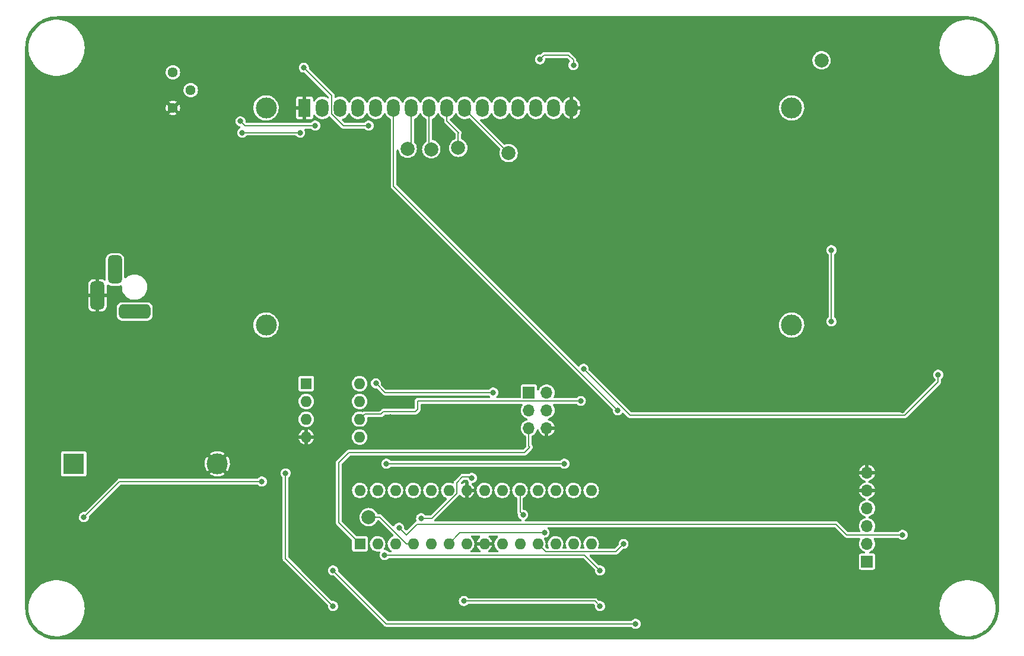
<source format=gbr>
%TF.GenerationSoftware,KiCad,Pcbnew,(6.0.5)*%
%TF.CreationDate,2022-07-22T19:51:40-04:00*%
%TF.ProjectId,Kyamaries-HPS-Clock,4b79616d-6172-4696-9573-2d4850532d43,rev?*%
%TF.SameCoordinates,PX4cdb1d4PY8a63396*%
%TF.FileFunction,Copper,L2,Bot*%
%TF.FilePolarity,Positive*%
%FSLAX46Y46*%
G04 Gerber Fmt 4.6, Leading zero omitted, Abs format (unit mm)*
G04 Created by KiCad (PCBNEW (6.0.5)) date 2022-07-22 19:51:40*
%MOMM*%
%LPD*%
G01*
G04 APERTURE LIST*
G04 Aperture macros list*
%AMRoundRect*
0 Rectangle with rounded corners*
0 $1 Rounding radius*
0 $2 $3 $4 $5 $6 $7 $8 $9 X,Y pos of 4 corners*
0 Add a 4 corners polygon primitive as box body*
4,1,4,$2,$3,$4,$5,$6,$7,$8,$9,$2,$3,0*
0 Add four circle primitives for the rounded corners*
1,1,$1+$1,$2,$3*
1,1,$1+$1,$4,$5*
1,1,$1+$1,$6,$7*
1,1,$1+$1,$8,$9*
0 Add four rect primitives between the rounded corners*
20,1,$1+$1,$2,$3,$4,$5,0*
20,1,$1+$1,$4,$5,$6,$7,0*
20,1,$1+$1,$6,$7,$8,$9,0*
20,1,$1+$1,$8,$9,$2,$3,0*%
G04 Aperture macros list end*
%TA.AperFunction,ComponentPad*%
%ADD10C,1.440000*%
%TD*%
%TA.AperFunction,ComponentPad*%
%ADD11C,2.000000*%
%TD*%
%TA.AperFunction,ComponentPad*%
%ADD12C,3.000000*%
%TD*%
%TA.AperFunction,ComponentPad*%
%ADD13R,1.800000X2.600000*%
%TD*%
%TA.AperFunction,ComponentPad*%
%ADD14O,1.800000X2.600000*%
%TD*%
%TA.AperFunction,ComponentPad*%
%ADD15R,1.700000X1.700000*%
%TD*%
%TA.AperFunction,ComponentPad*%
%ADD16O,1.700000X1.700000*%
%TD*%
%TA.AperFunction,ComponentPad*%
%ADD17RoundRect,0.500000X0.500000X-1.500000X0.500000X1.500000X-0.500000X1.500000X-0.500000X-1.500000X0*%
%TD*%
%TA.AperFunction,ComponentPad*%
%ADD18RoundRect,0.500000X-1.750000X-0.500000X1.750000X-0.500000X1.750000X0.500000X-1.750000X0.500000X0*%
%TD*%
%TA.AperFunction,ComponentPad*%
%ADD19R,1.600000X1.600000*%
%TD*%
%TA.AperFunction,ComponentPad*%
%ADD20O,1.600000X1.600000*%
%TD*%
%TA.AperFunction,ComponentPad*%
%ADD21R,3.000000X3.000000*%
%TD*%
%TA.AperFunction,ViaPad*%
%ADD22C,0.812800*%
%TD*%
%TA.AperFunction,Conductor*%
%ADD23C,0.203200*%
%TD*%
G04 APERTURE END LIST*
D10*
%TO.P,RV1,1,1*%
%TO.N,GND*%
X21010732Y76529910D03*
%TO.P,RV1,2,2*%
%TO.N,Net-(DS1-Pad3)*%
X23550732Y79069910D03*
%TO.P,RV1,3,3*%
%TO.N,VCC*%
X21010732Y81609910D03*
%TD*%
D11*
%TO.P,TP2,1,1*%
%TO.N,BTN_UP*%
X113578740Y83329643D03*
%TD*%
D12*
%TO.P,DS1,*%
%TO.N,*%
X34311632Y76529910D03*
X109310212Y45529210D03*
X34311632Y45529210D03*
X109310732Y76529910D03*
D13*
%TO.P,DS1,1,VSS*%
%TO.N,GND*%
X39810732Y76529910D03*
D14*
%TO.P,DS1,2,VDD*%
%TO.N,VCC*%
X42350732Y76529910D03*
%TO.P,DS1,3,VO*%
%TO.N,Net-(DS1-Pad3)*%
X44890732Y76529910D03*
%TO.P,DS1,4,RS*%
%TO.N,DATA_SEL*%
X47430732Y76529910D03*
%TO.P,DS1,5,R/W*%
%TO.N,Net-(DS1-Pad5)*%
X49970732Y76529910D03*
%TO.P,DS1,6,E*%
%TO.N,R{slash}W_SIGNAL*%
X52510732Y76529910D03*
%TO.P,DS1,7,D0*%
%TO.N,Net-(DS1-Pad7)*%
X55050732Y76529910D03*
%TO.P,DS1,8,D1*%
%TO.N,Net-(DS1-Pad8)*%
X57590732Y76529910D03*
%TO.P,DS1,9,D2*%
%TO.N,Net-(DS1-Pad9)*%
X60130732Y76529910D03*
%TO.P,DS1,10,D3*%
%TO.N,Net-(DS1-Pad10)*%
X62670732Y76529910D03*
%TO.P,DS1,11,D4*%
%TO.N,DATA_1*%
X65210732Y76529910D03*
%TO.P,DS1,12,D5*%
%TO.N,DATA_2*%
X67750732Y76529910D03*
%TO.P,DS1,13,D6*%
%TO.N,DATA_3*%
X70290732Y76529910D03*
%TO.P,DS1,14,D7*%
%TO.N,DATA_4*%
X72830732Y76529910D03*
%TO.P,DS1,15,LED(+)*%
%TO.N,Net-(DS1-Pad15)*%
X75370732Y76529910D03*
%TO.P,DS1,16,LED(-)*%
%TO.N,GND*%
X77910732Y76529910D03*
%TD*%
D15*
%TO.P,J1,1,Pin_1*%
%TO.N,Net-(C3-Pad1)*%
X120070732Y11759910D03*
D16*
%TO.P,J1,2,Pin_2*%
%TO.N,Net-(J1-Pad2)*%
X120070732Y14299910D03*
%TO.P,J1,3,Pin_3*%
%TO.N,Net-(J1-Pad3)*%
X120070732Y16839910D03*
%TO.P,J1,4,Pin_4*%
%TO.N,unconnected-(J1-Pad4)*%
X120070732Y19379910D03*
%TO.P,J1,5,Pin_5*%
%TO.N,GND*%
X120070732Y21919910D03*
%TO.P,J1,6,Pin_6*%
X120070732Y24459910D03*
%TD*%
D15*
%TO.P,J3,1,Pin_1*%
%TO.N,MISO*%
X71810732Y35889910D03*
D16*
%TO.P,J3,2,Pin_2*%
%TO.N,VCC*%
X74350732Y35889910D03*
%TO.P,J3,3,Pin_3*%
%TO.N,SPI_SCLK*%
X71810732Y33349910D03*
%TO.P,J3,4,Pin_4*%
%TO.N,MOSI*%
X74350732Y33349910D03*
%TO.P,J3,5,Pin_5*%
%TO.N,RESET*%
X71810732Y30809910D03*
%TO.P,J3,6,Pin_6*%
%TO.N,GND*%
X74350732Y30809910D03*
%TD*%
D17*
%TO.P,J2,3,OUT*%
%TO.N,unconnected-(J2-Pad3)*%
X12745628Y53449010D03*
%TO.P,J2,2,OUT*%
%TO.N,GND*%
X10245628Y49749010D03*
D18*
%TO.P,J2,1,POLE*%
%TO.N,Net-(C2-Pad1)*%
X15545628Y47449010D03*
%TD*%
D19*
%TO.P,U3,1,X1*%
%TO.N,Net-(U3-Pad1)*%
X40033426Y37166191D03*
D20*
%TO.P,U3,2,X2*%
%TO.N,Net-(U3-Pad2)*%
X40033426Y34626191D03*
%TO.P,U3,3,VBAT*%
%TO.N,Net-(BT1-Pad1)*%
X40033426Y32086191D03*
%TO.P,U3,4,GND*%
%TO.N,GND*%
X40033426Y29546191D03*
%TO.P,U3,5,SDA*%
%TO.N,I2C_SDA*%
X47653426Y29546191D03*
%TO.P,U3,6,SCL*%
%TO.N,I2C_SCL*%
X47653426Y32086191D03*
%TO.P,U3,7,SQW/OUT*%
%TO.N,Net-(R7-Pad1)*%
X47653426Y34626191D03*
%TO.P,U3,8,VCC*%
%TO.N,VCC*%
X47653426Y37166191D03*
%TD*%
D19*
%TO.P,U1,1,~{RESET}/PC6*%
%TO.N,RESET*%
X47690732Y14309910D03*
D20*
%TO.P,U1,2,RXD/PD0*%
%TO.N,RXD*%
X50230732Y14309910D03*
%TO.P,U1,3,TXD/PD1*%
%TO.N,TXD*%
X52770732Y14309910D03*
%TO.P,U1,4,INT0/PD2*%
%TO.N,DEBUG LED*%
X55310732Y14309910D03*
%TO.P,U1,5,INT1/PD3*%
%TO.N,unconnected-(U1-Pad5)*%
X57850732Y14309910D03*
%TO.P,U1,6,PD4*%
%TO.N,BTN_UP*%
X60390732Y14309910D03*
%TO.P,U1,7,VCC*%
%TO.N,VCC*%
X62930732Y14309910D03*
%TO.P,U1,8,GND*%
%TO.N,GND*%
X65470732Y14309910D03*
%TO.P,U1,9,XTAL1/PB6*%
%TO.N,Net-(C6-Pad1)*%
X68010732Y14309910D03*
%TO.P,U1,10,XTAL2/PB7*%
%TO.N,Net-(C7-Pad1)*%
X70550732Y14309910D03*
%TO.P,U1,11,OC0B/PD5*%
%TO.N,BTN_DOWN*%
X73090732Y14309910D03*
%TO.P,U1,12,OC0A/PD6*%
%TO.N,BTN_SETNG*%
X75630732Y14309910D03*
%TO.P,U1,13,PD7*%
%TO.N,BTN_SELECT*%
X78170732Y14309910D03*
%TO.P,U1,14,PB0*%
%TO.N,R{slash}W_SIGNAL*%
X80710732Y14309910D03*
%TO.P,U1,15,OC1A/PB1*%
%TO.N,DATA_SEL*%
X80710732Y21929910D03*
%TO.P,U1,16,OC1B/PB2*%
%TO.N,unconnected-(U1-Pad16)*%
X78170732Y21929910D03*
%TO.P,U1,17,MOSI/PB3*%
%TO.N,MOSI*%
X75630732Y21929910D03*
%TO.P,U1,18,MISO/PB4*%
%TO.N,MISO*%
X73090732Y21929910D03*
%TO.P,U1,19,SCK/PB5*%
%TO.N,SPI_SCLK*%
X70550732Y21929910D03*
%TO.P,U1,20,AVCC*%
%TO.N,VCC*%
X68010732Y21929910D03*
%TO.P,U1,21,AREF*%
%TO.N,Net-(C1-Pad1)*%
X65470732Y21929910D03*
%TO.P,U1,22,GND*%
%TO.N,GND*%
X62930732Y21929910D03*
%TO.P,U1,23,ADC0/PC0*%
%TO.N,DATA_1*%
X60390732Y21929910D03*
%TO.P,U1,24,ADC1/PC1*%
%TO.N,DATA_2*%
X57850732Y21929910D03*
%TO.P,U1,25,ADC2/PC2*%
%TO.N,DATA_3*%
X55310732Y21929910D03*
%TO.P,U1,26,ADC3/PC3*%
%TO.N,DATA_4*%
X52770732Y21929910D03*
%TO.P,U1,27,SDA/PC4*%
%TO.N,I2C_SDA*%
X50230732Y21929910D03*
%TO.P,U1,28,SCL/PC5*%
%TO.N,I2C_SCL*%
X47690732Y21929910D03*
%TD*%
D11*
%TO.P,TP1,1,1*%
%TO.N,DEBUG LED*%
X48950732Y18109910D03*
%TD*%
%TO.P,TP3,1,1*%
%TO.N,Net-(DS1-Pad7)*%
X54507499Y70693392D03*
%TD*%
%TO.P,TP4,1,1*%
%TO.N,Net-(DS1-Pad8)*%
X57885331Y70624617D03*
%TD*%
%TO.P,TP6,1,1*%
%TO.N,Net-(DS1-Pad10)*%
X68910377Y70082663D03*
%TD*%
%TO.P,TP5,1,1*%
%TO.N,Net-(DS1-Pad9)*%
X61735622Y70830941D03*
%TD*%
D21*
%TO.P,BT1,1,+*%
%TO.N,Net-(BT1-Pad1)*%
X6857046Y25729926D03*
D12*
%TO.P,BT1,2,-*%
%TO.N,GND*%
X27347046Y25729926D03*
%TD*%
D22*
%TO.N,VCC*%
X78170564Y82620171D03*
X73401071Y83449648D03*
%TO.N,Net-(C1-Pad1)*%
X63682989Y23717653D03*
X56427463Y17966641D03*
%TO.N,GND*%
X10850732Y71449910D03*
X114990732Y30809910D03*
X117530732Y71449910D03*
X52010361Y32440560D03*
X5770732Y66369910D03*
X29299870Y64687377D03*
X64616550Y20244092D03*
X114990732Y76529910D03*
X46410732Y81609910D03*
X115859558Y38029242D03*
X42221467Y30270344D03*
X76890732Y79069910D03*
X10850732Y61289910D03*
X26090732Y58749910D03*
X121340861Y7260744D03*
X126610732Y38288532D03*
X125150732Y33349910D03*
X67905824Y20244092D03*
X129267114Y7707778D03*
X116774552Y51864379D03*
%TO.N,Net-(DS1-Pad3)*%
X41330732Y73989910D03*
X30651691Y74616766D03*
%TO.N,VCC*%
X30895468Y72995679D03*
X130230732Y38429910D03*
X49978035Y37199698D03*
X43870732Y5409910D03*
X66730732Y35889910D03*
X62527477Y6134390D03*
X79614130Y39282782D03*
X81970732Y5409910D03*
X37087877Y24361230D03*
X39163478Y72995679D03*
%TO.N,Net-(DS1-Pad5)*%
X39693831Y82276539D03*
X48950732Y73989910D03*
%TO.N,RESET*%
X87050732Y2869910D03*
X43870732Y10489910D03*
%TO.N,RXD*%
X125150732Y15569910D03*
X53285185Y16610255D03*
%TO.N,TXD*%
X81970732Y10489910D03*
X51227491Y12695376D03*
%TO.N,I2C_SCL*%
X79229062Y34691012D03*
%TO.N,BTN_UP*%
X74053961Y15897368D03*
%TO.N,BTN_DOWN*%
X85324102Y14282171D03*
X114990732Y46049910D03*
X114990732Y56209910D03*
%TO.N,R{slash}W_SIGNAL*%
X84510732Y33349910D03*
%TO.N,SPI_SCLK*%
X70988426Y18429977D03*
%TO.N,I2C_SDA*%
X51490732Y25729910D03*
X76890732Y25729910D03*
%TO.N,Net-(BT1-Pad1)*%
X8310732Y18109910D03*
X33710732Y23189910D03*
%TD*%
D23*
%TO.N,VCC*%
X78170564Y83353939D02*
X78170564Y82620171D01*
X77460507Y84063996D02*
X78170564Y83353939D01*
X73401071Y83449648D02*
X74015419Y84063996D01*
X74015419Y84063996D02*
X77460507Y84063996D01*
%TO.N,Net-(C1-Pad1)*%
X63536197Y23864445D02*
X62325267Y23864445D01*
X61495043Y21472488D02*
X61495043Y23034221D01*
X61495043Y23034221D02*
X62325267Y23864445D01*
X56427463Y17966641D02*
X57989196Y17966641D01*
X57989196Y17966641D02*
X61495043Y21472488D01*
X63682989Y23717653D02*
X63536197Y23864445D01*
%TO.N,GND*%
X121340861Y7260744D02*
X128820080Y7260744D01*
X74350732Y30809910D02*
X114990732Y30809910D01*
X117530732Y71449910D02*
X114990732Y73989910D01*
X42933003Y30981880D02*
X50551681Y30981880D01*
X26090732Y58749910D02*
X27441288Y58749910D01*
X125150732Y36828532D02*
X125150732Y33349910D01*
X46410732Y81609910D02*
X46993897Y81609910D01*
X46993897Y81609910D02*
X49533897Y79069910D01*
X27441288Y58749910D02*
X29299870Y60608492D01*
X49533897Y79069910D02*
X51490732Y79069910D01*
X42221467Y30270344D02*
X42933003Y30981880D01*
X50551681Y30981880D02*
X52010361Y32440560D01*
X115859558Y38029242D02*
X116774552Y38944236D01*
X114990732Y73989910D02*
X114990732Y76529910D01*
X126610732Y38288532D02*
X125150732Y36828532D01*
X128820080Y7260744D02*
X129267114Y7707778D01*
X29299870Y60608492D02*
X29299870Y64687377D01*
X51490732Y79069910D02*
X76890732Y79069910D01*
X64616550Y20244092D02*
X67905824Y20244092D01*
X116774552Y38944236D02*
X116774552Y51864379D01*
%TO.N,Net-(DS1-Pad3)*%
X31278547Y73989910D02*
X41330732Y73989910D01*
X30651691Y74616766D02*
X31278547Y73989910D01*
%TO.N,VCC*%
X86257713Y32639199D02*
X125445119Y32639199D01*
X125445119Y32639199D02*
X130230732Y37424812D01*
X81246252Y6134390D02*
X81970732Y5409910D01*
X62527477Y6134390D02*
X81246252Y6134390D01*
X37087877Y24361230D02*
X37087877Y12192765D01*
X130230732Y37424812D02*
X130230732Y38429910D01*
X30895468Y72995679D02*
X39163478Y72995679D01*
X37087877Y12192765D02*
X43870732Y5409910D01*
X79614130Y39282782D02*
X86257713Y32639199D01*
X49978035Y37199698D02*
X51287823Y35889910D01*
X51287823Y35889910D02*
X66730732Y35889910D01*
%TO.N,Net-(DS1-Pad5)*%
X43686412Y75631065D02*
X45327567Y73989910D01*
X45327567Y73989910D02*
X48950732Y73989910D01*
X43686412Y78283958D02*
X43686412Y75631065D01*
X39693831Y82276539D02*
X43686412Y78283958D01*
%TO.N,Net-(DS1-Pad7)*%
X55050732Y76529910D02*
X55050732Y71236625D01*
X55050732Y71236625D02*
X54507499Y70693392D01*
%TO.N,RESET*%
X51490732Y2869910D02*
X87050732Y2869910D01*
X44657015Y25848732D02*
X46131844Y27323561D01*
X47690732Y14309910D02*
X44657015Y17343627D01*
X44657015Y17343627D02*
X44657015Y25848732D01*
X43870732Y10489910D02*
X51490732Y2869910D01*
X71963826Y28103005D02*
X71810732Y28256099D01*
X46131844Y27323561D02*
X71184382Y27323561D01*
X71184382Y27323561D02*
X71963826Y28103005D01*
X71810732Y28256099D02*
X71810732Y30809910D01*
%TO.N,RXD*%
X54325530Y15569910D02*
X55849197Y17093577D01*
X117168289Y15569910D02*
X125150732Y15569910D01*
X115644622Y17093577D02*
X117168289Y15569910D01*
X53285185Y16610255D02*
X54325530Y15569910D01*
X55849197Y17093577D02*
X115644622Y17093577D01*
%TO.N,TXD*%
X51227491Y12695376D02*
X79765266Y12695376D01*
X79765266Y12695376D02*
X81970732Y10489910D01*
%TO.N,I2C_SCL*%
X55932218Y33492130D02*
X55932218Y34691012D01*
X50698992Y32799715D02*
X51050548Y33151271D01*
X55591359Y33151271D02*
X55932218Y33492130D01*
X48366950Y32799715D02*
X50698992Y32799715D01*
X47653426Y32086191D02*
X48366950Y32799715D01*
X79229062Y34691012D02*
X55932218Y34691012D01*
X51050548Y33151271D02*
X55591359Y33151271D01*
%TO.N,BTN_UP*%
X60390732Y14309910D02*
X61978190Y15897368D01*
X61978190Y15897368D02*
X74053961Y15897368D01*
%TO.N,BTN_DOWN*%
X84247530Y13205599D02*
X85324102Y14282171D01*
X73090732Y14309910D02*
X74195043Y13205599D01*
X74195043Y13205599D02*
X84247530Y13205599D01*
X114990732Y46049910D02*
X114990732Y56209910D01*
%TO.N,R{slash}W_SIGNAL*%
X84510732Y33349910D02*
X52510732Y65349910D01*
X52510732Y65349910D02*
X52510732Y76529910D01*
%TO.N,Net-(DS1-Pad8)*%
X57590732Y76529910D02*
X57590732Y70919216D01*
X57590732Y70919216D02*
X57885331Y70624617D01*
%TO.N,Net-(DS1-Pad9)*%
X61777651Y72988860D02*
X61735622Y72946831D01*
X60130732Y76529910D02*
X60130732Y74635779D01*
X60130732Y74635779D02*
X61777651Y72988860D01*
X61735622Y72946831D02*
X61735622Y70830941D01*
%TO.N,SPI_SCLK*%
X70988426Y18429977D02*
X70550732Y18867671D01*
X70550732Y18867671D02*
X70550732Y21929910D01*
%TO.N,DEBUG LED*%
X50532465Y18109910D02*
X48950732Y18109910D01*
X55310732Y14309910D02*
X54332465Y14309910D01*
X54332465Y14309910D02*
X50532465Y18109910D01*
%TO.N,Net-(DS1-Pad10)*%
X62670732Y76322308D02*
X68910377Y70082663D01*
X62670732Y76529910D02*
X62670732Y76322308D01*
%TO.N,I2C_SDA*%
X51490732Y25729910D02*
X76890732Y25729910D01*
%TO.N,Net-(BT1-Pad1)*%
X33710732Y23189910D02*
X13390732Y23189910D01*
X13390732Y23189910D02*
X8310732Y18109910D01*
%TD*%
%TA.AperFunction,Conductor*%
%TO.N,GND*%
G36*
X134382696Y89599607D02*
G01*
X134393793Y89597879D01*
X134393795Y89597879D01*
X134404456Y89596219D01*
X134415155Y89597618D01*
X134415156Y89597618D01*
X134422721Y89598607D01*
X134448954Y89599741D01*
X134795587Y89584606D01*
X134808744Y89583455D01*
X135184123Y89534036D01*
X135197131Y89531742D01*
X135566759Y89449798D01*
X135579517Y89446380D01*
X135940619Y89332524D01*
X135953030Y89328006D01*
X136302813Y89183121D01*
X136314774Y89177545D01*
X136650638Y89002705D01*
X136662059Y88996110D01*
X136981372Y88792685D01*
X136992191Y88785110D01*
X137292562Y88554628D01*
X137302680Y88546138D01*
X137581828Y88290346D01*
X137591168Y88281006D01*
X137846960Y88001858D01*
X137855450Y87991740D01*
X138085932Y87691369D01*
X138093507Y87680550D01*
X138296932Y87361237D01*
X138303527Y87349816D01*
X138478367Y87013952D01*
X138483943Y87001991D01*
X138628828Y86652208D01*
X138633346Y86639797D01*
X138735052Y86317231D01*
X138747202Y86278695D01*
X138750620Y86265937D01*
X138832564Y85896309D01*
X138834858Y85883301D01*
X138884277Y85507922D01*
X138885428Y85494765D01*
X138900225Y85155881D01*
X138898725Y85128840D01*
X138898701Y85126845D01*
X138897041Y85116186D01*
X138900756Y85087773D01*
X138900954Y85086262D01*
X138902232Y85066631D01*
X138902232Y5161239D01*
X138900429Y5137946D01*
X138900087Y5135746D01*
X138897041Y5116186D01*
X138898440Y5105487D01*
X138898440Y5105486D01*
X138899429Y5097921D01*
X138900563Y5071688D01*
X138885428Y4725055D01*
X138884277Y4711898D01*
X138834858Y4336519D01*
X138832564Y4323511D01*
X138750620Y3953883D01*
X138747202Y3941125D01*
X138633346Y3580023D01*
X138628828Y3567612D01*
X138483943Y3217829D01*
X138478367Y3205868D01*
X138303527Y2870004D01*
X138296932Y2858583D01*
X138093507Y2539270D01*
X138085932Y2528451D01*
X137855450Y2228080D01*
X137846960Y2217962D01*
X137591168Y1938814D01*
X137581828Y1929474D01*
X137302680Y1673682D01*
X137292562Y1665192D01*
X136992191Y1434710D01*
X136981372Y1427135D01*
X136662059Y1223710D01*
X136650638Y1217115D01*
X136314774Y1042275D01*
X136302813Y1036699D01*
X135953030Y891814D01*
X135940619Y887296D01*
X135579517Y773440D01*
X135566759Y770022D01*
X135197131Y688078D01*
X135184123Y685784D01*
X134808744Y636365D01*
X134795587Y635214D01*
X134611382Y627171D01*
X134456700Y620417D01*
X134429662Y621917D01*
X134427667Y621941D01*
X134417008Y623601D01*
X134388595Y619886D01*
X134387084Y619688D01*
X134367453Y618410D01*
X4462061Y618410D01*
X4438768Y620213D01*
X4427671Y621941D01*
X4427669Y621941D01*
X4417008Y623601D01*
X4406309Y622202D01*
X4406308Y622202D01*
X4398743Y621213D01*
X4372510Y620079D01*
X4025877Y635214D01*
X4012720Y636365D01*
X3637341Y685784D01*
X3624333Y688078D01*
X3254705Y770022D01*
X3241947Y773440D01*
X2880845Y887296D01*
X2868434Y891814D01*
X2518651Y1036699D01*
X2506690Y1042275D01*
X2170826Y1217115D01*
X2159405Y1223710D01*
X1840092Y1427135D01*
X1829273Y1434710D01*
X1528902Y1665192D01*
X1518784Y1673682D01*
X1239636Y1929474D01*
X1230296Y1938814D01*
X974504Y2217962D01*
X966014Y2228080D01*
X735532Y2528451D01*
X727957Y2539270D01*
X524532Y2858583D01*
X517937Y2870004D01*
X343097Y3205868D01*
X337521Y3217829D01*
X192636Y3567612D01*
X188118Y3580023D01*
X74262Y3941125D01*
X70844Y3953883D01*
X-11100Y4323511D01*
X-13394Y4336519D01*
X-62813Y4711898D01*
X-63964Y4725055D01*
X-78590Y5060025D01*
X-77005Y5085745D01*
X-77185Y5085761D01*
X-76662Y5091590D01*
X-75692Y5097358D01*
X-75539Y5109910D01*
X-77541Y5123891D01*
X405615Y5123891D01*
X424706Y4719077D01*
X425270Y4715303D01*
X425271Y4715293D01*
X434337Y4654633D01*
X484608Y4318264D01*
X485553Y4314555D01*
X485555Y4314547D01*
X577487Y3953883D01*
X584707Y3925558D01*
X586025Y3921957D01*
X722665Y3548569D01*
X722669Y3548560D01*
X723980Y3544977D01*
X725649Y3541541D01*
X725651Y3541535D01*
X805821Y3376432D01*
X901000Y3180419D01*
X925638Y3140527D01*
X1098990Y2859847D01*
X1113955Y2835616D01*
X1116285Y2832580D01*
X1116286Y2832578D01*
X1140350Y2801217D01*
X1360664Y2514098D01*
X1363288Y2511313D01*
X1363291Y2511310D01*
X1394586Y2478101D01*
X1638601Y2219159D01*
X1944921Y1953816D01*
X2276487Y1720787D01*
X2629905Y1522458D01*
X3001557Y1360860D01*
X3387636Y1237646D01*
X3784190Y1154079D01*
X3787988Y1153673D01*
X3787995Y1153672D01*
X4068330Y1123713D01*
X4187159Y1111014D01*
X4410905Y1109842D01*
X4588589Y1108912D01*
X4588590Y1108912D01*
X4592417Y1108892D01*
X4732087Y1122341D01*
X4991994Y1147367D01*
X4991996Y1147367D01*
X4995815Y1147735D01*
X4999571Y1148486D01*
X4999581Y1148487D01*
X5389471Y1226395D01*
X5389476Y1226396D01*
X5393223Y1227145D01*
X5586651Y1286651D01*
X5776902Y1345180D01*
X5776907Y1345182D01*
X5780571Y1346309D01*
X6153894Y1504006D01*
X6157248Y1505842D01*
X6506016Y1696788D01*
X6506020Y1696791D01*
X6509369Y1698624D01*
X6544827Y1722993D01*
X6840199Y1925996D01*
X6843358Y1928167D01*
X6846279Y1930644D01*
X6846284Y1930648D01*
X7113082Y2156910D01*
X7152440Y2190288D01*
X7349737Y2395310D01*
X7430805Y2479552D01*
X7430809Y2479556D01*
X7433450Y2482301D01*
X7494014Y2559541D01*
X7681154Y2798208D01*
X7681157Y2798213D01*
X7683513Y2801217D01*
X7742976Y2895279D01*
X7898016Y3140527D01*
X7898022Y3140538D01*
X7900066Y3143771D01*
X7929128Y3202059D01*
X8079180Y3503018D01*
X8079181Y3503020D01*
X8080894Y3506456D01*
X8224144Y3885557D01*
X8328351Y4277194D01*
X8334334Y4314547D01*
X8391840Y4673565D01*
X8391841Y4673572D01*
X8392447Y4677357D01*
X8393575Y4696910D01*
X8415658Y5079920D01*
X8415775Y5081949D01*
X8415853Y5104064D01*
X8415866Y5107858D01*
X8415866Y5107865D01*
X8415873Y5109910D01*
X8400296Y5417418D01*
X8395564Y5510827D01*
X8395564Y5510829D01*
X8395370Y5514655D01*
X8334069Y5915255D01*
X8232599Y6307611D01*
X8091999Y6687703D01*
X7913707Y7051641D01*
X7804673Y7226810D01*
X7701571Y7392452D01*
X7701566Y7392459D01*
X7699550Y7395698D01*
X7690688Y7407165D01*
X7454065Y7713319D01*
X7451721Y7716352D01*
X7172756Y8010320D01*
X6865511Y8274592D01*
X6533133Y8506462D01*
X6179025Y8703556D01*
X6169055Y8707850D01*
X6034630Y8765742D01*
X5806812Y8863857D01*
X5803163Y8865008D01*
X5803159Y8865009D01*
X5423966Y8984568D01*
X5423960Y8984569D01*
X5420305Y8985722D01*
X5416551Y8986499D01*
X5416541Y8986502D01*
X5027216Y9067127D01*
X5027208Y9067128D01*
X5023462Y9067904D01*
X5019657Y9068297D01*
X5019652Y9068298D01*
X4624148Y9109169D01*
X4620345Y9109562D01*
X4616531Y9109569D01*
X4616524Y9109569D01*
X4411841Y9109926D01*
X4215082Y9110269D01*
X4211267Y9109888D01*
X4211263Y9109888D01*
X4056344Y9094425D01*
X3811822Y9070019D01*
X3780965Y9063741D01*
X3418447Y8989986D01*
X3418439Y8989984D01*
X3414694Y8989222D01*
X3027764Y8868707D01*
X2654994Y8709707D01*
X2651630Y8707850D01*
X2303558Y8515704D01*
X2303554Y8515701D01*
X2300200Y8513850D01*
X1967015Y8283142D01*
X1658850Y8019944D01*
X1378860Y7726952D01*
X1129913Y7407165D01*
X914556Y7063857D01*
X912859Y7060423D01*
X912856Y7060418D01*
X908518Y7051641D01*
X734995Y6700543D01*
X733653Y6696953D01*
X733651Y6696949D01*
X667788Y6520789D01*
X593069Y6320944D01*
X490230Y5928946D01*
X489638Y5925167D01*
X489637Y5925161D01*
X483195Y5884022D01*
X427532Y5528561D01*
X427324Y5524730D01*
X427324Y5524725D01*
X423810Y5459847D01*
X405615Y5123891D01*
X-77541Y5123891D01*
X-79239Y5135747D01*
X-80768Y5157209D01*
X-80768Y18117418D01*
X7593844Y18117418D01*
X7597468Y18084595D01*
X7611734Y17955376D01*
X7612747Y17946199D01*
X7615884Y17937628D01*
X7615884Y17937626D01*
X7635660Y17883585D01*
X7671945Y17784432D01*
X7691431Y17755434D01*
X7762929Y17649033D01*
X7762932Y17649029D01*
X7768022Y17641455D01*
X7895430Y17525523D01*
X7903450Y17521169D01*
X7903452Y17521167D01*
X8014712Y17460758D01*
X8046814Y17443328D01*
X8055640Y17441012D01*
X8055644Y17441011D01*
X8204605Y17401932D01*
X8204607Y17401932D01*
X8213434Y17399616D01*
X8295200Y17398331D01*
X8376541Y17397053D01*
X8376545Y17397053D01*
X8385671Y17396910D01*
X8553582Y17435367D01*
X8561737Y17439469D01*
X8561741Y17439470D01*
X8699319Y17508665D01*
X8707473Y17512766D01*
X8714410Y17518690D01*
X8714412Y17518692D01*
X8822150Y17610709D01*
X8838460Y17624639D01*
X8850544Y17641455D01*
X8933656Y17757119D01*
X8938980Y17764528D01*
X8947182Y17784930D01*
X8999828Y17915893D01*
X8999828Y17915894D01*
X9003230Y17924356D01*
X9022525Y18059928D01*
X9026805Y18089996D01*
X9026805Y18090002D01*
X9027502Y18094896D01*
X9027659Y18109910D01*
X9021237Y18162976D01*
X9032279Y18240562D01*
X9064484Y18288219D01*
X13514931Y22738666D01*
X13582802Y22777851D01*
X13621987Y22783010D01*
X33047022Y22783010D01*
X33122722Y22762726D01*
X33161632Y22730537D01*
X33162929Y22729035D01*
X33168022Y22721455D01*
X33174774Y22715311D01*
X33174775Y22715310D01*
X33221638Y22672668D01*
X33295430Y22605523D01*
X33303450Y22601169D01*
X33303452Y22601167D01*
X33416248Y22539924D01*
X33446814Y22523328D01*
X33455640Y22521012D01*
X33455644Y22521011D01*
X33604605Y22481932D01*
X33604607Y22481932D01*
X33613434Y22479616D01*
X33695200Y22478331D01*
X33776541Y22477053D01*
X33776545Y22477053D01*
X33785671Y22476910D01*
X33953582Y22515367D01*
X33961737Y22519469D01*
X33961741Y22519470D01*
X34099319Y22588665D01*
X34107473Y22592766D01*
X34114410Y22598690D01*
X34114412Y22598692D01*
X34194123Y22666772D01*
X34238460Y22704639D01*
X34250544Y22721455D01*
X34333656Y22837119D01*
X34338980Y22844528D01*
X34368901Y22918958D01*
X34399828Y22995893D01*
X34399828Y22995894D01*
X34403230Y23004356D01*
X34419429Y23118170D01*
X34426805Y23169996D01*
X34426805Y23170002D01*
X34427502Y23174896D01*
X34427659Y23189910D01*
X34406964Y23360921D01*
X34402676Y23372271D01*
X34349301Y23513522D01*
X34349301Y23513523D01*
X34346075Y23522059D01*
X34248507Y23664022D01*
X34119892Y23778614D01*
X33967656Y23859219D01*
X33800587Y23901184D01*
X33791465Y23901232D01*
X33791463Y23901232D01*
X33709669Y23901660D01*
X33628330Y23902086D01*
X33460831Y23861873D01*
X33307759Y23782866D01*
X33295625Y23772281D01*
X33184828Y23675628D01*
X33184824Y23675624D01*
X33177951Y23669628D01*
X33172704Y23662162D01*
X33171995Y23661153D01*
X33171189Y23660479D01*
X33166596Y23655378D01*
X33165870Y23656032D01*
X33111872Y23610883D01*
X33048128Y23596810D01*
X13326286Y23596810D01*
X13314954Y23593128D01*
X13306783Y23590473D01*
X13283687Y23584928D01*
X13263426Y23581719D01*
X13252812Y23576311D01*
X13252806Y23576309D01*
X13245150Y23572408D01*
X13223207Y23563319D01*
X13215034Y23560663D01*
X13215032Y23560662D01*
X13203700Y23556980D01*
X13194061Y23549976D01*
X13194058Y23549975D01*
X13187107Y23544925D01*
X13166849Y23532511D01*
X13159204Y23528616D01*
X13159198Y23528611D01*
X13148581Y23523202D01*
X8490996Y18865617D01*
X8423125Y18826432D01*
X8383149Y18821275D01*
X8228330Y18822086D01*
X8060831Y18781873D01*
X7907759Y18702866D01*
X7900879Y18696865D01*
X7900880Y18696865D01*
X7784828Y18595628D01*
X7784824Y18595624D01*
X7777951Y18589628D01*
X7678902Y18448694D01*
X7644424Y18360263D01*
X7619728Y18296919D01*
X7616329Y18288202D01*
X7614635Y18275338D01*
X7597467Y18144933D01*
X7593844Y18117418D01*
X-80768Y18117418D01*
X-80768Y24184568D01*
X5051746Y24184568D01*
X5054913Y24157948D01*
X5059525Y24147566D01*
X5095407Y24066782D01*
X5095409Y24066780D01*
X5101082Y24054007D01*
X5110973Y24044133D01*
X5110974Y24044132D01*
X5139308Y24015848D01*
X5181574Y23973656D01*
X5231013Y23951799D01*
X5274107Y23932747D01*
X5285595Y23927668D01*
X5296902Y23926350D01*
X5296905Y23926349D01*
X5303138Y23925623D01*
X5311688Y23924626D01*
X8402404Y23924626D01*
X8416887Y23926349D01*
X8417745Y23926451D01*
X8417746Y23926451D01*
X8429024Y23927793D01*
X8483069Y23951799D01*
X8520190Y23968287D01*
X8520192Y23968289D01*
X8532965Y23973962D01*
X8613316Y24054454D01*
X8643806Y24123420D01*
X8654701Y24148063D01*
X8654701Y24148064D01*
X8659304Y24158475D01*
X8662346Y24184568D01*
X8662346Y24286690D01*
X26268979Y24286690D01*
X26273352Y24279115D01*
X26383441Y24198395D01*
X26392932Y24192464D01*
X26620390Y24072793D01*
X26630675Y24068321D01*
X26873315Y23983588D01*
X26884139Y23980687D01*
X27136645Y23932747D01*
X27147780Y23931478D01*
X27404589Y23921389D01*
X27415799Y23921780D01*
X27671287Y23949760D01*
X27682292Y23951799D01*
X27930847Y24017239D01*
X27941442Y24020887D01*
X28177587Y24122343D01*
X28187523Y24127515D01*
X28406075Y24262759D01*
X28415147Y24269351D01*
X28417946Y24271720D01*
X28427224Y24285093D01*
X28422365Y24295396D01*
X28349023Y24368738D01*
X36370989Y24368738D01*
X36379086Y24295396D01*
X36387470Y24219460D01*
X36389892Y24197519D01*
X36393029Y24188948D01*
X36393029Y24188946D01*
X36397885Y24175676D01*
X36449090Y24035752D01*
X36462465Y24015848D01*
X36540074Y23900353D01*
X36540077Y23900349D01*
X36545167Y23892775D01*
X36631473Y23814243D01*
X36673810Y23748296D01*
X36680977Y23702265D01*
X36680977Y12128319D01*
X36684659Y12116987D01*
X36687314Y12108816D01*
X36692859Y12085720D01*
X36696068Y12065459D01*
X36701476Y12054845D01*
X36701478Y12054839D01*
X36705379Y12047183D01*
X36714468Y12025240D01*
X36717124Y12017067D01*
X36720807Y12005733D01*
X36727811Y11996094D01*
X36727812Y11996091D01*
X36732862Y11989140D01*
X36745276Y11968882D01*
X36749171Y11961237D01*
X36749176Y11961231D01*
X36754585Y11950614D01*
X43116631Y5588568D01*
X43155816Y5520697D01*
X43159680Y5461752D01*
X43155035Y5426471D01*
X43155035Y5426464D01*
X43153844Y5417418D01*
X43172747Y5246199D01*
X43231945Y5084432D01*
X43237035Y5076858D01*
X43322929Y4949033D01*
X43322932Y4949029D01*
X43328022Y4941455D01*
X43455430Y4825523D01*
X43463450Y4821169D01*
X43463452Y4821167D01*
X43598793Y4747683D01*
X43606814Y4743328D01*
X43615640Y4741012D01*
X43615644Y4741011D01*
X43764605Y4701932D01*
X43764607Y4701932D01*
X43773434Y4699616D01*
X43855200Y4698331D01*
X43936541Y4697053D01*
X43936545Y4697053D01*
X43945671Y4696910D01*
X44113582Y4735367D01*
X44121737Y4739469D01*
X44121741Y4739470D01*
X44259319Y4808665D01*
X44267473Y4812766D01*
X44274410Y4818690D01*
X44274412Y4818692D01*
X44332967Y4868703D01*
X44398460Y4924639D01*
X44410544Y4941455D01*
X44493656Y5057119D01*
X44498980Y5064528D01*
X44510427Y5093002D01*
X44559828Y5215893D01*
X44559828Y5215894D01*
X44563230Y5224356D01*
X44587502Y5394896D01*
X44587659Y5409910D01*
X44566964Y5580921D01*
X44543434Y5643193D01*
X44509301Y5733522D01*
X44509301Y5733523D01*
X44506075Y5742059D01*
X44408507Y5884022D01*
X44279892Y5998614D01*
X44127656Y6079219D01*
X43960587Y6121184D01*
X43951465Y6121232D01*
X43951463Y6121232D01*
X43822775Y6121906D01*
X43795960Y6122046D01*
X43720368Y6142726D01*
X43689697Y6166388D01*
X39358667Y10497418D01*
X43153844Y10497418D01*
X43172747Y10326199D01*
X43231945Y10164432D01*
X43237035Y10156858D01*
X43322929Y10029033D01*
X43322932Y10029029D01*
X43328022Y10021455D01*
X43455430Y9905523D01*
X43463450Y9901169D01*
X43463452Y9901167D01*
X43598793Y9827683D01*
X43606814Y9823328D01*
X43615640Y9821012D01*
X43615644Y9821011D01*
X43764605Y9781932D01*
X43764607Y9781932D01*
X43773434Y9779616D01*
X43945671Y9776910D01*
X43945622Y9773769D01*
X44006954Y9764041D01*
X44052399Y9732800D01*
X51225654Y2559544D01*
X51225658Y2559541D01*
X51248581Y2536618D01*
X51259199Y2531208D01*
X51259203Y2531205D01*
X51266857Y2527305D01*
X51287108Y2514895D01*
X51292043Y2511310D01*
X51303700Y2502841D01*
X51323198Y2496506D01*
X51345145Y2487416D01*
X51363426Y2478101D01*
X51375195Y2476237D01*
X51375201Y2476235D01*
X51383693Y2474890D01*
X51406786Y2469346D01*
X51414949Y2466694D01*
X51414950Y2466694D01*
X51426285Y2463011D01*
X51458704Y2463011D01*
X51458708Y2463010D01*
X86387022Y2463010D01*
X86462722Y2442726D01*
X86501632Y2410537D01*
X86502929Y2409035D01*
X86508022Y2401455D01*
X86514774Y2395311D01*
X86514775Y2395310D01*
X86533015Y2378713D01*
X86635430Y2285523D01*
X86643450Y2281169D01*
X86643452Y2281167D01*
X86762278Y2216650D01*
X86786814Y2203328D01*
X86795640Y2201012D01*
X86795644Y2201011D01*
X86944605Y2161932D01*
X86944607Y2161932D01*
X86953434Y2159616D01*
X87035200Y2158331D01*
X87116541Y2157053D01*
X87116545Y2157053D01*
X87125671Y2156910D01*
X87293582Y2195367D01*
X87301737Y2199469D01*
X87301741Y2199470D01*
X87439319Y2268665D01*
X87447473Y2272766D01*
X87454410Y2278690D01*
X87454412Y2278692D01*
X87512967Y2328703D01*
X87578460Y2384639D01*
X87590544Y2401455D01*
X87673656Y2517119D01*
X87678980Y2524528D01*
X87682664Y2533691D01*
X87739828Y2675893D01*
X87739828Y2675894D01*
X87743230Y2684356D01*
X87767502Y2854896D01*
X87767659Y2869910D01*
X87746964Y3040921D01*
X87686075Y3202059D01*
X87588507Y3344022D01*
X87459892Y3458614D01*
X87307656Y3539219D01*
X87140587Y3581184D01*
X87131465Y3581232D01*
X87131463Y3581232D01*
X87049669Y3581660D01*
X86968330Y3582086D01*
X86800831Y3541873D01*
X86647759Y3462866D01*
X86628134Y3445746D01*
X86524828Y3355628D01*
X86524824Y3355624D01*
X86517951Y3349628D01*
X86512704Y3342162D01*
X86511995Y3341153D01*
X86511189Y3340479D01*
X86506596Y3335378D01*
X86505870Y3336032D01*
X86451872Y3290883D01*
X86388128Y3276810D01*
X51721988Y3276810D01*
X51646288Y3297094D01*
X51614932Y3321154D01*
X48794188Y6141898D01*
X61810589Y6141898D01*
X61829492Y5970679D01*
X61832629Y5962108D01*
X61832629Y5962106D01*
X61849774Y5915255D01*
X61888690Y5808912D01*
X61893780Y5801338D01*
X61979674Y5673513D01*
X61979677Y5673509D01*
X61984767Y5665935D01*
X62112175Y5550003D01*
X62120195Y5545649D01*
X62120197Y5545647D01*
X62184328Y5510827D01*
X62263559Y5467808D01*
X62272385Y5465492D01*
X62272389Y5465491D01*
X62421350Y5426412D01*
X62421352Y5426412D01*
X62430179Y5424096D01*
X62511945Y5422811D01*
X62593286Y5421533D01*
X62593290Y5421533D01*
X62602416Y5421390D01*
X62770327Y5459847D01*
X62778482Y5463949D01*
X62778486Y5463950D01*
X62916064Y5533145D01*
X62924218Y5537246D01*
X62931155Y5543170D01*
X62931157Y5543172D01*
X62989712Y5593183D01*
X63055205Y5649119D01*
X63060528Y5656527D01*
X63060531Y5656530D01*
X63066214Y5664439D01*
X63126861Y5714077D01*
X63189163Y5727490D01*
X81014997Y5727490D01*
X81090697Y5707206D01*
X81122054Y5683145D01*
X81216632Y5588566D01*
X81255816Y5520695D01*
X81259680Y5461750D01*
X81255035Y5426469D01*
X81255035Y5426464D01*
X81253844Y5417418D01*
X81272747Y5246199D01*
X81331945Y5084432D01*
X81337035Y5076858D01*
X81422929Y4949033D01*
X81422932Y4949029D01*
X81428022Y4941455D01*
X81555430Y4825523D01*
X81563450Y4821169D01*
X81563452Y4821167D01*
X81698793Y4747683D01*
X81706814Y4743328D01*
X81715640Y4741012D01*
X81715644Y4741011D01*
X81864605Y4701932D01*
X81864607Y4701932D01*
X81873434Y4699616D01*
X81955200Y4698331D01*
X82036541Y4697053D01*
X82036545Y4697053D01*
X82045671Y4696910D01*
X82213582Y4735367D01*
X82221737Y4739469D01*
X82221741Y4739470D01*
X82359319Y4808665D01*
X82367473Y4812766D01*
X82374410Y4818690D01*
X82374412Y4818692D01*
X82432967Y4868703D01*
X82498460Y4924639D01*
X82510544Y4941455D01*
X82593656Y5057119D01*
X82598980Y5064528D01*
X82610427Y5093002D01*
X82622844Y5123891D01*
X130405615Y5123891D01*
X130424706Y4719077D01*
X130425270Y4715303D01*
X130425271Y4715293D01*
X130434337Y4654633D01*
X130484608Y4318264D01*
X130485553Y4314555D01*
X130485555Y4314547D01*
X130577487Y3953883D01*
X130584707Y3925558D01*
X130586025Y3921957D01*
X130722665Y3548569D01*
X130722669Y3548560D01*
X130723980Y3544977D01*
X130725649Y3541541D01*
X130725651Y3541535D01*
X130805821Y3376432D01*
X130901000Y3180419D01*
X130925638Y3140527D01*
X131098990Y2859847D01*
X131113955Y2835616D01*
X131116285Y2832580D01*
X131116286Y2832578D01*
X131140350Y2801217D01*
X131360664Y2514098D01*
X131363288Y2511313D01*
X131363291Y2511310D01*
X131394586Y2478101D01*
X131638601Y2219159D01*
X131944921Y1953816D01*
X132276487Y1720787D01*
X132629905Y1522458D01*
X133001557Y1360860D01*
X133387636Y1237646D01*
X133784190Y1154079D01*
X133787988Y1153673D01*
X133787995Y1153672D01*
X134068330Y1123713D01*
X134187159Y1111014D01*
X134410905Y1109842D01*
X134588589Y1108912D01*
X134588590Y1108912D01*
X134592417Y1108892D01*
X134732087Y1122341D01*
X134991994Y1147367D01*
X134991996Y1147367D01*
X134995815Y1147735D01*
X134999571Y1148486D01*
X134999581Y1148487D01*
X135389471Y1226395D01*
X135389476Y1226396D01*
X135393223Y1227145D01*
X135586651Y1286651D01*
X135776902Y1345180D01*
X135776907Y1345182D01*
X135780571Y1346309D01*
X136153894Y1504006D01*
X136157248Y1505842D01*
X136506016Y1696788D01*
X136506020Y1696791D01*
X136509369Y1698624D01*
X136544827Y1722993D01*
X136840199Y1925996D01*
X136843358Y1928167D01*
X136846279Y1930644D01*
X136846284Y1930648D01*
X137113082Y2156910D01*
X137152440Y2190288D01*
X137349737Y2395310D01*
X137430805Y2479552D01*
X137430809Y2479556D01*
X137433450Y2482301D01*
X137494014Y2559541D01*
X137681154Y2798208D01*
X137681157Y2798213D01*
X137683513Y2801217D01*
X137742976Y2895279D01*
X137898016Y3140527D01*
X137898022Y3140538D01*
X137900066Y3143771D01*
X137929128Y3202059D01*
X138079180Y3503018D01*
X138079181Y3503020D01*
X138080894Y3506456D01*
X138224144Y3885557D01*
X138328351Y4277194D01*
X138334334Y4314547D01*
X138391840Y4673565D01*
X138391841Y4673572D01*
X138392447Y4677357D01*
X138393575Y4696910D01*
X138415658Y5079920D01*
X138415775Y5081949D01*
X138415853Y5104064D01*
X138415866Y5107858D01*
X138415866Y5107865D01*
X138415873Y5109910D01*
X138400296Y5417418D01*
X138395564Y5510827D01*
X138395564Y5510829D01*
X138395370Y5514655D01*
X138334069Y5915255D01*
X138232599Y6307611D01*
X138091999Y6687703D01*
X137913707Y7051641D01*
X137804673Y7226810D01*
X137701571Y7392452D01*
X137701566Y7392459D01*
X137699550Y7395698D01*
X137690688Y7407165D01*
X137454065Y7713319D01*
X137451721Y7716352D01*
X137172756Y8010320D01*
X136865511Y8274592D01*
X136533133Y8506462D01*
X136179025Y8703556D01*
X136169055Y8707850D01*
X136034630Y8765742D01*
X135806812Y8863857D01*
X135803163Y8865008D01*
X135803159Y8865009D01*
X135423966Y8984568D01*
X135423960Y8984569D01*
X135420305Y8985722D01*
X135416551Y8986499D01*
X135416541Y8986502D01*
X135027216Y9067127D01*
X135027208Y9067128D01*
X135023462Y9067904D01*
X135019657Y9068297D01*
X135019652Y9068298D01*
X134624148Y9109169D01*
X134620345Y9109562D01*
X134616531Y9109569D01*
X134616524Y9109569D01*
X134411841Y9109926D01*
X134215082Y9110269D01*
X134211267Y9109888D01*
X134211263Y9109888D01*
X134056344Y9094425D01*
X133811822Y9070019D01*
X133780965Y9063741D01*
X133418447Y8989986D01*
X133418439Y8989984D01*
X133414694Y8989222D01*
X133027764Y8868707D01*
X132654994Y8709707D01*
X132651630Y8707850D01*
X132303558Y8515704D01*
X132303554Y8515701D01*
X132300200Y8513850D01*
X131967015Y8283142D01*
X131658850Y8019944D01*
X131378860Y7726952D01*
X131129913Y7407165D01*
X130914556Y7063857D01*
X130912859Y7060423D01*
X130912856Y7060418D01*
X130908518Y7051641D01*
X130734995Y6700543D01*
X130733653Y6696953D01*
X130733651Y6696949D01*
X130667788Y6520789D01*
X130593069Y6320944D01*
X130490230Y5928946D01*
X130489638Y5925167D01*
X130489637Y5925161D01*
X130483195Y5884022D01*
X130427532Y5528561D01*
X130427324Y5524730D01*
X130427324Y5524725D01*
X130423810Y5459847D01*
X130405615Y5123891D01*
X82622844Y5123891D01*
X82659828Y5215893D01*
X82659828Y5215894D01*
X82663230Y5224356D01*
X82687502Y5394896D01*
X82687659Y5409910D01*
X82666964Y5580921D01*
X82643434Y5643193D01*
X82609301Y5733522D01*
X82609301Y5733523D01*
X82606075Y5742059D01*
X82508507Y5884022D01*
X82379892Y5998614D01*
X82227656Y6079219D01*
X82060587Y6121184D01*
X82051465Y6121232D01*
X82051463Y6121232D01*
X81920231Y6121919D01*
X81895961Y6122046D01*
X81820369Y6142726D01*
X81789698Y6166388D01*
X81511329Y6444756D01*
X81488403Y6467682D01*
X81477786Y6473091D01*
X81477780Y6473096D01*
X81470135Y6476991D01*
X81449877Y6489405D01*
X81442926Y6494455D01*
X81442923Y6494456D01*
X81433284Y6501460D01*
X81421952Y6505142D01*
X81421950Y6505143D01*
X81413777Y6507799D01*
X81391834Y6516888D01*
X81384178Y6520789D01*
X81384172Y6520791D01*
X81373558Y6526199D01*
X81353297Y6529408D01*
X81330201Y6534953D01*
X81322030Y6537608D01*
X81310698Y6541290D01*
X63191101Y6541290D01*
X63115401Y6561574D01*
X63078358Y6595810D01*
X63076457Y6594134D01*
X63070422Y6600980D01*
X63065252Y6608502D01*
X62936637Y6723094D01*
X62784401Y6803699D01*
X62617332Y6845664D01*
X62608210Y6845712D01*
X62608208Y6845712D01*
X62526414Y6846140D01*
X62445075Y6846566D01*
X62277576Y6806353D01*
X62124504Y6727346D01*
X62104879Y6710226D01*
X62001573Y6620108D01*
X62001569Y6620104D01*
X61994696Y6614108D01*
X61895647Y6473174D01*
X61833074Y6312682D01*
X61810589Y6141898D01*
X48794188Y6141898D01*
X44625257Y10310828D01*
X44586072Y10378699D01*
X44582424Y10439218D01*
X44586802Y10469978D01*
X44587502Y10474896D01*
X44587659Y10489910D01*
X44566964Y10660921D01*
X44506075Y10822059D01*
X44408507Y10964022D01*
X44279892Y11078614D01*
X44127656Y11159219D01*
X43960587Y11201184D01*
X43951465Y11201232D01*
X43951463Y11201232D01*
X43869669Y11201660D01*
X43788330Y11202086D01*
X43620831Y11161873D01*
X43467759Y11082866D01*
X43448134Y11065746D01*
X43344828Y10975628D01*
X43344824Y10975624D01*
X43337951Y10969628D01*
X43238902Y10828694D01*
X43176329Y10668202D01*
X43153844Y10497418D01*
X39358667Y10497418D01*
X37539121Y12316964D01*
X37499936Y12384835D01*
X37494777Y12424020D01*
X37494777Y17279181D01*
X44250115Y17279181D01*
X44253797Y17267849D01*
X44256452Y17259678D01*
X44261997Y17236582D01*
X44265206Y17216321D01*
X44270614Y17205707D01*
X44270616Y17205701D01*
X44274517Y17198045D01*
X44283606Y17176102D01*
X44286262Y17167929D01*
X44289945Y17156595D01*
X44296949Y17146956D01*
X44296950Y17146953D01*
X44302000Y17140002D01*
X44314414Y17119744D01*
X44318309Y17112099D01*
X44318314Y17112093D01*
X44323723Y17101476D01*
X46541088Y14884111D01*
X46580273Y14816240D01*
X46585432Y14777055D01*
X46585432Y13464552D01*
X46588599Y13437932D01*
X46604084Y13403070D01*
X46629093Y13346766D01*
X46629095Y13346764D01*
X46634768Y13333991D01*
X46715260Y13253640D01*
X46819281Y13207652D01*
X46830588Y13206334D01*
X46830591Y13206333D01*
X46836824Y13205607D01*
X46845374Y13204610D01*
X48536090Y13204610D01*
X48550573Y13206333D01*
X48551431Y13206435D01*
X48551432Y13206435D01*
X48562710Y13207777D01*
X48635187Y13239970D01*
X48653876Y13248271D01*
X48653878Y13248273D01*
X48666651Y13253946D01*
X48747002Y13334438D01*
X48792990Y13438459D01*
X48796032Y13464552D01*
X48796032Y15155268D01*
X48792865Y15181888D01*
X48756673Y15263368D01*
X48752371Y15273054D01*
X48752369Y15273056D01*
X48746696Y15285829D01*
X48730966Y15301532D01*
X48706368Y15326086D01*
X48666204Y15366180D01*
X48562183Y15412168D01*
X48550876Y15413486D01*
X48550873Y15413487D01*
X48544640Y15414213D01*
X48536090Y15415210D01*
X47223587Y15415210D01*
X47147887Y15435494D01*
X47116531Y15459554D01*
X45108259Y17467826D01*
X45069074Y17535697D01*
X45063915Y17574882D01*
X45063915Y18109910D01*
X47640446Y18109910D01*
X47641022Y18103326D01*
X47659726Y17889537D01*
X47660352Y17882381D01*
X47662063Y17875995D01*
X47662064Y17875990D01*
X47700863Y17731195D01*
X47719466Y17661766D01*
X47722259Y17655776D01*
X47722261Y17655771D01*
X47760004Y17574832D01*
X47815991Y17454767D01*
X47819779Y17449357D01*
X47819782Y17449352D01*
X47856503Y17396910D01*
X47946995Y17267674D01*
X48108496Y17106173D01*
X48160589Y17069697D01*
X48290174Y16978960D01*
X48290179Y16978957D01*
X48295589Y16975169D01*
X48384162Y16933867D01*
X48496593Y16881439D01*
X48496598Y16881437D01*
X48502588Y16878644D01*
X48559628Y16863360D01*
X48716812Y16821242D01*
X48716817Y16821241D01*
X48723203Y16819530D01*
X48729788Y16818954D01*
X48729793Y16818953D01*
X48944148Y16800200D01*
X48950732Y16799624D01*
X48957316Y16800200D01*
X49171671Y16818953D01*
X49171676Y16818954D01*
X49178261Y16819530D01*
X49184647Y16821241D01*
X49184652Y16821242D01*
X49341836Y16863360D01*
X49398876Y16878644D01*
X49404866Y16881437D01*
X49404871Y16881439D01*
X49517302Y16933867D01*
X49605875Y16975169D01*
X49611285Y16978957D01*
X49611290Y16978960D01*
X49740875Y17069697D01*
X49792968Y17106173D01*
X49954469Y17267674D01*
X50044961Y17396910D01*
X50081682Y17449352D01*
X50081685Y17449357D01*
X50085473Y17454767D01*
X50160468Y17615595D01*
X50210844Y17675630D01*
X50284488Y17702434D01*
X50297683Y17703010D01*
X50301210Y17703010D01*
X50376910Y17682726D01*
X50408266Y17658666D01*
X52463303Y15603629D01*
X52502488Y15535758D01*
X52502488Y15457388D01*
X52463303Y15389517D01*
X52408651Y15354532D01*
X52338574Y15328679D01*
X52299363Y15314214D01*
X52299361Y15314213D01*
X52292850Y15311811D01*
X52249178Y15285829D01*
X52124231Y15211494D01*
X52124227Y15211491D01*
X52118270Y15207947D01*
X52113060Y15203378D01*
X52113056Y15203375D01*
X51980709Y15087310D01*
X51965541Y15074008D01*
X51839778Y14914478D01*
X51836549Y14908340D01*
X51836548Y14908339D01*
X51750042Y14743918D01*
X51745193Y14734702D01*
X51684954Y14540699D01*
X51661077Y14338967D01*
X51665459Y14272108D01*
X51673100Y14155536D01*
X51674363Y14136262D01*
X51676070Y14129540D01*
X51676071Y14129535D01*
X51701590Y14029055D01*
X51724367Y13939373D01*
X51727274Y13933068D01*
X51727274Y13933067D01*
X51806393Y13761445D01*
X51809413Y13754893D01*
X51926655Y13589000D01*
X51931625Y13584158D01*
X51931628Y13584155D01*
X51957196Y13559248D01*
X52072164Y13447251D01*
X52173472Y13379559D01*
X52225144Y13320638D01*
X52240433Y13243773D01*
X52215241Y13169562D01*
X52156319Y13117889D01*
X52089357Y13102276D01*
X51891115Y13102276D01*
X51815415Y13122560D01*
X51778372Y13156796D01*
X51776471Y13155120D01*
X51770436Y13161966D01*
X51765266Y13169488D01*
X51636651Y13284080D01*
X51484415Y13364685D01*
X51317346Y13406650D01*
X51308224Y13406698D01*
X51308222Y13406698D01*
X51263139Y13406934D01*
X51239598Y13407057D01*
X51164006Y13427737D01*
X51108880Y13483442D01*
X51088993Y13559248D01*
X51109673Y13634840D01*
X51123983Y13655259D01*
X51145541Y13681179D01*
X51244799Y13858418D01*
X51268888Y13929380D01*
X51307866Y14044204D01*
X51307867Y14044207D01*
X51310097Y14050777D01*
X51339246Y14251815D01*
X51339520Y14262257D01*
X51340650Y14305450D01*
X51340767Y14309910D01*
X51322179Y14512198D01*
X51267039Y14707711D01*
X51263097Y14715706D01*
X51213518Y14816240D01*
X51177192Y14889902D01*
X51163425Y14908339D01*
X51118377Y14968665D01*
X51055649Y15052668D01*
X50906478Y15190560D01*
X50734677Y15298958D01*
X50619242Y15345012D01*
X50552442Y15371663D01*
X50552437Y15371664D01*
X50545999Y15374233D01*
X50346762Y15413864D01*
X50339819Y15413955D01*
X50339818Y15413955D01*
X50268797Y15414885D01*
X50143640Y15416523D01*
X50136803Y15415348D01*
X50136801Y15415348D01*
X49950277Y15383297D01*
X49950275Y15383297D01*
X49943434Y15382121D01*
X49936921Y15379718D01*
X49936920Y15379718D01*
X49759363Y15314214D01*
X49759361Y15314213D01*
X49752850Y15311811D01*
X49709178Y15285829D01*
X49584231Y15211494D01*
X49584227Y15211491D01*
X49578270Y15207947D01*
X49573060Y15203378D01*
X49573056Y15203375D01*
X49440709Y15087310D01*
X49425541Y15074008D01*
X49299778Y14914478D01*
X49296549Y14908340D01*
X49296548Y14908339D01*
X49210042Y14743918D01*
X49205193Y14734702D01*
X49144954Y14540699D01*
X49121077Y14338967D01*
X49125459Y14272108D01*
X49133100Y14155536D01*
X49134363Y14136262D01*
X49136070Y14129540D01*
X49136071Y14129535D01*
X49161590Y14029055D01*
X49184367Y13939373D01*
X49187274Y13933068D01*
X49187274Y13933067D01*
X49266393Y13761445D01*
X49269413Y13754893D01*
X49386655Y13589000D01*
X49391625Y13584158D01*
X49391628Y13584155D01*
X49417196Y13559248D01*
X49532164Y13447251D01*
X49537938Y13443393D01*
X49537943Y13443389D01*
X49624175Y13385771D01*
X49701069Y13334392D01*
X49707450Y13331650D01*
X49707451Y13331650D01*
X49833438Y13277522D01*
X49887712Y13254204D01*
X49894481Y13252672D01*
X49894482Y13252672D01*
X50073919Y13212070D01*
X50085843Y13209372D01*
X50092777Y13209100D01*
X50092781Y13209099D01*
X50220291Y13204089D01*
X50288827Y13201396D01*
X50295702Y13202393D01*
X50295706Y13202393D01*
X50425975Y13221281D01*
X50503802Y13212070D01*
X50566596Y13165179D01*
X50597532Y13093172D01*
X50588757Y13016452D01*
X50546252Y12907431D01*
X50533088Y12873668D01*
X50531897Y12864621D01*
X50517380Y12754355D01*
X50510603Y12702884D01*
X50529506Y12531665D01*
X50588704Y12369898D01*
X50624274Y12316964D01*
X50679688Y12234499D01*
X50679691Y12234495D01*
X50684781Y12226921D01*
X50812189Y12110989D01*
X50820209Y12106635D01*
X50820211Y12106633D01*
X50955552Y12033149D01*
X50963573Y12028794D01*
X50972399Y12026478D01*
X50972403Y12026477D01*
X51121364Y11987398D01*
X51121366Y11987398D01*
X51130193Y11985082D01*
X51211959Y11983797D01*
X51293300Y11982519D01*
X51293304Y11982519D01*
X51302430Y11982376D01*
X51470341Y12020833D01*
X51478496Y12024935D01*
X51478500Y12024936D01*
X51616078Y12094131D01*
X51624232Y12098232D01*
X51631169Y12104156D01*
X51631171Y12104158D01*
X51689725Y12154168D01*
X51755219Y12210105D01*
X51760542Y12217513D01*
X51760545Y12217516D01*
X51766228Y12225425D01*
X51826875Y12275063D01*
X51889177Y12288476D01*
X79534011Y12288476D01*
X79609711Y12268192D01*
X79641067Y12244132D01*
X81216631Y10668568D01*
X81255816Y10600697D01*
X81259680Y10541752D01*
X81255035Y10506471D01*
X81255035Y10506467D01*
X81253844Y10497418D01*
X81272747Y10326199D01*
X81331945Y10164432D01*
X81337035Y10156858D01*
X81422929Y10029033D01*
X81422932Y10029029D01*
X81428022Y10021455D01*
X81555430Y9905523D01*
X81563450Y9901169D01*
X81563452Y9901167D01*
X81698793Y9827683D01*
X81706814Y9823328D01*
X81715640Y9821012D01*
X81715644Y9821011D01*
X81864605Y9781932D01*
X81864607Y9781932D01*
X81873434Y9779616D01*
X81955200Y9778331D01*
X82036541Y9777053D01*
X82036545Y9777053D01*
X82045671Y9776910D01*
X82213582Y9815367D01*
X82221737Y9819469D01*
X82221741Y9819470D01*
X82359319Y9888665D01*
X82367473Y9892766D01*
X82374410Y9898690D01*
X82374412Y9898692D01*
X82432966Y9948702D01*
X82498460Y10004639D01*
X82510544Y10021455D01*
X82593656Y10137119D01*
X82598980Y10144528D01*
X82610427Y10173002D01*
X82659828Y10295893D01*
X82659828Y10295894D01*
X82663230Y10304356D01*
X82687502Y10474896D01*
X82687659Y10489910D01*
X82666964Y10660921D01*
X82606075Y10822059D01*
X82508507Y10964022D01*
X82379892Y11078614D01*
X82227656Y11159219D01*
X82060587Y11201184D01*
X82051465Y11201232D01*
X82051463Y11201232D01*
X81922775Y11201906D01*
X81895960Y11202046D01*
X81820368Y11222726D01*
X81789697Y11246388D01*
X80495842Y12540243D01*
X80456657Y12608114D01*
X80456657Y12686484D01*
X80495842Y12754355D01*
X80563713Y12793540D01*
X80602898Y12798699D01*
X84311976Y12798699D01*
X84331479Y12805036D01*
X84354575Y12810581D01*
X84374836Y12813790D01*
X84385450Y12819198D01*
X84385456Y12819200D01*
X84393112Y12823101D01*
X84415055Y12832190D01*
X84423228Y12834846D01*
X84423230Y12834847D01*
X84434562Y12838529D01*
X84444201Y12845533D01*
X84444204Y12845534D01*
X84451155Y12850584D01*
X84471413Y12862998D01*
X84479058Y12866893D01*
X84479064Y12866898D01*
X84489681Y12872307D01*
X85144500Y13527126D01*
X85212371Y13566311D01*
X85253933Y13571451D01*
X85304645Y13570654D01*
X85389912Y13569314D01*
X85389916Y13569314D01*
X85399041Y13569171D01*
X85566952Y13607628D01*
X85575107Y13611730D01*
X85575111Y13611731D01*
X85712689Y13680926D01*
X85720843Y13685027D01*
X85727780Y13690951D01*
X85727782Y13690953D01*
X85796007Y13749223D01*
X85851830Y13796900D01*
X85952350Y13936789D01*
X85957599Y13949845D01*
X86013198Y14088154D01*
X86013198Y14088155D01*
X86016600Y14096617D01*
X86030717Y14195807D01*
X86040175Y14262257D01*
X86040175Y14262263D01*
X86040872Y14267157D01*
X86041029Y14282171D01*
X86020334Y14453182D01*
X85978494Y14563910D01*
X85962671Y14605783D01*
X85962671Y14605784D01*
X85959445Y14614320D01*
X85861877Y14756283D01*
X85733262Y14870875D01*
X85697327Y14889902D01*
X85623190Y14929155D01*
X85581026Y14951480D01*
X85413957Y14993445D01*
X85404835Y14993493D01*
X85404833Y14993493D01*
X85323039Y14993921D01*
X85241700Y14994347D01*
X85074201Y14954134D01*
X84921129Y14875127D01*
X84908823Y14864392D01*
X84798198Y14767889D01*
X84798194Y14767885D01*
X84791321Y14761889D01*
X84692272Y14620955D01*
X84629699Y14460463D01*
X84628508Y14451416D01*
X84609146Y14304351D01*
X84607214Y14289679D01*
X84612789Y14239187D01*
X84614046Y14227798D01*
X84602192Y14150330D01*
X84570616Y14104128D01*
X84123331Y13656843D01*
X84055460Y13617658D01*
X84016275Y13612499D01*
X81845391Y13612499D01*
X81769691Y13632783D01*
X81714275Y13688199D01*
X81693991Y13763899D01*
X81713295Y13837876D01*
X81721409Y13852365D01*
X81724799Y13858418D01*
X81748888Y13929380D01*
X81787866Y14044204D01*
X81787867Y14044207D01*
X81790097Y14050777D01*
X81819246Y14251815D01*
X81819520Y14262257D01*
X81820650Y14305450D01*
X81820767Y14309910D01*
X81802179Y14512198D01*
X81747039Y14707711D01*
X81743097Y14715706D01*
X81693518Y14816240D01*
X81657192Y14889902D01*
X81643425Y14908339D01*
X81598377Y14968665D01*
X81535649Y15052668D01*
X81386478Y15190560D01*
X81214677Y15298958D01*
X81099242Y15345012D01*
X81032442Y15371663D01*
X81032437Y15371664D01*
X81025999Y15374233D01*
X80826762Y15413864D01*
X80819819Y15413955D01*
X80819818Y15413955D01*
X80748797Y15414885D01*
X80623640Y15416523D01*
X80616803Y15415348D01*
X80616801Y15415348D01*
X80430277Y15383297D01*
X80430275Y15383297D01*
X80423434Y15382121D01*
X80416921Y15379718D01*
X80416920Y15379718D01*
X80239363Y15314214D01*
X80239361Y15314213D01*
X80232850Y15311811D01*
X80189178Y15285829D01*
X80064231Y15211494D01*
X80064227Y15211491D01*
X80058270Y15207947D01*
X80053060Y15203378D01*
X80053056Y15203375D01*
X79920709Y15087310D01*
X79905541Y15074008D01*
X79779778Y14914478D01*
X79776549Y14908340D01*
X79776548Y14908339D01*
X79690042Y14743918D01*
X79685193Y14734702D01*
X79624954Y14540699D01*
X79601077Y14338967D01*
X79605459Y14272108D01*
X79613100Y14155536D01*
X79614363Y14136262D01*
X79616070Y14129540D01*
X79616071Y14129535D01*
X79641590Y14029055D01*
X79664367Y13939373D01*
X79667274Y13933067D01*
X79667276Y13933062D01*
X79716040Y13827283D01*
X79729312Y13750045D01*
X79702186Y13676519D01*
X79641931Y13626406D01*
X79578547Y13612499D01*
X79305391Y13612499D01*
X79229691Y13632783D01*
X79174275Y13688199D01*
X79153991Y13763899D01*
X79173295Y13837876D01*
X79181409Y13852365D01*
X79184799Y13858418D01*
X79208888Y13929380D01*
X79247866Y14044204D01*
X79247867Y14044207D01*
X79250097Y14050777D01*
X79279246Y14251815D01*
X79279520Y14262257D01*
X79280650Y14305450D01*
X79280767Y14309910D01*
X79262179Y14512198D01*
X79207039Y14707711D01*
X79203097Y14715706D01*
X79153518Y14816240D01*
X79117192Y14889902D01*
X79103425Y14908339D01*
X79058377Y14968665D01*
X78995649Y15052668D01*
X78846478Y15190560D01*
X78674677Y15298958D01*
X78559242Y15345012D01*
X78492442Y15371663D01*
X78492437Y15371664D01*
X78485999Y15374233D01*
X78286762Y15413864D01*
X78279819Y15413955D01*
X78279818Y15413955D01*
X78208797Y15414885D01*
X78083640Y15416523D01*
X78076803Y15415348D01*
X78076801Y15415348D01*
X77890277Y15383297D01*
X77890275Y15383297D01*
X77883434Y15382121D01*
X77876921Y15379718D01*
X77876920Y15379718D01*
X77699363Y15314214D01*
X77699361Y15314213D01*
X77692850Y15311811D01*
X77649178Y15285829D01*
X77524231Y15211494D01*
X77524227Y15211491D01*
X77518270Y15207947D01*
X77513060Y15203378D01*
X77513056Y15203375D01*
X77380709Y15087310D01*
X77365541Y15074008D01*
X77239778Y14914478D01*
X77236549Y14908340D01*
X77236548Y14908339D01*
X77150042Y14743918D01*
X77145193Y14734702D01*
X77084954Y14540699D01*
X77061077Y14338967D01*
X77065459Y14272108D01*
X77073100Y14155536D01*
X77074363Y14136262D01*
X77076070Y14129540D01*
X77076071Y14129535D01*
X77101590Y14029055D01*
X77124367Y13939373D01*
X77127274Y13933067D01*
X77127276Y13933062D01*
X77176040Y13827283D01*
X77189312Y13750045D01*
X77162186Y13676519D01*
X77101931Y13626406D01*
X77038547Y13612499D01*
X76765391Y13612499D01*
X76689691Y13632783D01*
X76634275Y13688199D01*
X76613991Y13763899D01*
X76633295Y13837876D01*
X76641409Y13852365D01*
X76644799Y13858418D01*
X76668888Y13929380D01*
X76707866Y14044204D01*
X76707867Y14044207D01*
X76710097Y14050777D01*
X76739246Y14251815D01*
X76739520Y14262257D01*
X76740650Y14305450D01*
X76740767Y14309910D01*
X76722179Y14512198D01*
X76667039Y14707711D01*
X76663097Y14715706D01*
X76613518Y14816240D01*
X76577192Y14889902D01*
X76563425Y14908339D01*
X76518377Y14968665D01*
X76455649Y15052668D01*
X76306478Y15190560D01*
X76134677Y15298958D01*
X76019242Y15345012D01*
X75952442Y15371663D01*
X75952437Y15371664D01*
X75945999Y15374233D01*
X75746762Y15413864D01*
X75739819Y15413955D01*
X75739818Y15413955D01*
X75668797Y15414885D01*
X75543640Y15416523D01*
X75536803Y15415348D01*
X75536801Y15415348D01*
X75350277Y15383297D01*
X75350275Y15383297D01*
X75343434Y15382121D01*
X75336921Y15379718D01*
X75336920Y15379718D01*
X75159363Y15314214D01*
X75159361Y15314213D01*
X75152850Y15311811D01*
X75109178Y15285829D01*
X74984231Y15211494D01*
X74984227Y15211491D01*
X74978270Y15207947D01*
X74973060Y15203378D01*
X74973056Y15203375D01*
X74840709Y15087310D01*
X74825541Y15074008D01*
X74699778Y14914478D01*
X74696549Y14908340D01*
X74696548Y14908339D01*
X74610042Y14743918D01*
X74605193Y14734702D01*
X74544954Y14540699D01*
X74521077Y14338967D01*
X74525459Y14272108D01*
X74533100Y14155536D01*
X74534363Y14136262D01*
X74536070Y14129540D01*
X74536071Y14129535D01*
X74561590Y14029055D01*
X74584367Y13939373D01*
X74587274Y13933067D01*
X74587276Y13933062D01*
X74636040Y13827283D01*
X74649312Y13750045D01*
X74622186Y13676519D01*
X74561931Y13626406D01*
X74498547Y13612499D01*
X74426298Y13612499D01*
X74350598Y13632783D01*
X74319242Y13656843D01*
X74174632Y13801453D01*
X74135447Y13869324D01*
X74135447Y13947694D01*
X74138323Y13957176D01*
X74167866Y14044204D01*
X74167867Y14044207D01*
X74170097Y14050777D01*
X74199246Y14251815D01*
X74199520Y14262257D01*
X74200650Y14305450D01*
X74200767Y14309910D01*
X74182179Y14512198D01*
X74127039Y14707711D01*
X74123097Y14715706D01*
X74073518Y14816240D01*
X74037192Y14889902D01*
X73997902Y14942518D01*
X73968862Y15015306D01*
X73980108Y15092866D01*
X74028626Y15154412D01*
X74101417Y15183453D01*
X74117521Y15184275D01*
X74119771Y15184511D01*
X74128900Y15184368D01*
X74296811Y15222825D01*
X74304966Y15226927D01*
X74304970Y15226928D01*
X74442548Y15296123D01*
X74450702Y15300224D01*
X74457639Y15306148D01*
X74457641Y15306150D01*
X74527927Y15366180D01*
X74581689Y15412097D01*
X74593773Y15428913D01*
X74676885Y15544577D01*
X74682209Y15551986D01*
X74746459Y15711814D01*
X74770731Y15882354D01*
X74770888Y15897368D01*
X74750193Y16068379D01*
X74714490Y16162866D01*
X74692530Y16220980D01*
X74692530Y16220981D01*
X74689304Y16229517D01*
X74591736Y16371480D01*
X74534769Y16422236D01*
X74491742Y16487739D01*
X74487231Y16565979D01*
X74522444Y16635993D01*
X74587947Y16679020D01*
X74635485Y16686677D01*
X115413367Y16686677D01*
X115489067Y16666393D01*
X115520423Y16642333D01*
X116926138Y15236618D01*
X116936755Y15231209D01*
X116936761Y15231204D01*
X116944406Y15227309D01*
X116964664Y15214895D01*
X116971615Y15209845D01*
X116971618Y15209844D01*
X116981257Y15202840D01*
X116992589Y15199158D01*
X116992591Y15199157D01*
X117000764Y15196501D01*
X117022707Y15187412D01*
X117030363Y15183511D01*
X117030369Y15183509D01*
X117040983Y15178101D01*
X117061244Y15174892D01*
X117084340Y15169347D01*
X117103843Y15163010D01*
X118969710Y15163010D01*
X119045410Y15142726D01*
X119100826Y15087310D01*
X119121110Y15011610D01*
X119097504Y14931912D01*
X119097665Y14931827D01*
X119094433Y14925684D01*
X119008501Y14762352D01*
X118998802Y14743918D01*
X118935837Y14541139D01*
X118935022Y14534253D01*
X118926289Y14460463D01*
X118910881Y14330282D01*
X118915340Y14262257D01*
X118924039Y14129535D01*
X118924768Y14118407D01*
X118926474Y14111688D01*
X118926475Y14111684D01*
X118975324Y13919340D01*
X118977033Y13912611D01*
X119013323Y13833892D01*
X119046837Y13761196D01*
X119065927Y13719786D01*
X119069933Y13714117D01*
X119069934Y13714116D01*
X119096505Y13676519D01*
X119188472Y13546389D01*
X119193442Y13541547D01*
X119193445Y13541544D01*
X119335592Y13403070D01*
X119335595Y13403067D01*
X119340564Y13398227D01*
X119346334Y13394371D01*
X119346336Y13394370D01*
X119456684Y13320638D01*
X119517109Y13280263D01*
X119556094Y13263514D01*
X119690625Y13205715D01*
X119752171Y13157197D01*
X119781212Y13084405D01*
X119769966Y13006846D01*
X119721448Y12945300D01*
X119648656Y12916259D01*
X119630861Y12915210D01*
X119175374Y12915210D01*
X119163021Y12913740D01*
X119160033Y12913385D01*
X119160032Y12913385D01*
X119148754Y12912043D01*
X119100608Y12890657D01*
X119057588Y12871549D01*
X119057586Y12871547D01*
X119044813Y12865874D01*
X119034939Y12855983D01*
X119034938Y12855982D01*
X119017516Y12838529D01*
X118964462Y12785382D01*
X118958811Y12772599D01*
X118923979Y12693812D01*
X118918474Y12681361D01*
X118915432Y12655268D01*
X118915432Y10864552D01*
X118918599Y10837932D01*
X118923211Y10827550D01*
X118959093Y10746766D01*
X118959095Y10746764D01*
X118964768Y10733991D01*
X119045260Y10653640D01*
X119149281Y10607652D01*
X119160588Y10606334D01*
X119160591Y10606333D01*
X119166824Y10605607D01*
X119175374Y10604610D01*
X120966090Y10604610D01*
X120980573Y10606333D01*
X120981431Y10606435D01*
X120981432Y10606435D01*
X120992710Y10607777D01*
X121040856Y10629163D01*
X121083876Y10648271D01*
X121083878Y10648273D01*
X121096651Y10653946D01*
X121111248Y10668568D01*
X121167128Y10724547D01*
X121177002Y10734438D01*
X121222990Y10838459D01*
X121226032Y10864552D01*
X121226032Y12655268D01*
X121222865Y12681888D01*
X121201479Y12730034D01*
X121182371Y12773054D01*
X121182369Y12773056D01*
X121176696Y12785829D01*
X121163804Y12798699D01*
X121127593Y12834846D01*
X121096204Y12866180D01*
X120992183Y12912168D01*
X120980876Y12913486D01*
X120980873Y12913487D01*
X120974640Y12914213D01*
X120966090Y12915210D01*
X120502952Y12915210D01*
X120427252Y12935494D01*
X120371836Y12990910D01*
X120351552Y13066610D01*
X120371836Y13142310D01*
X120427252Y13197726D01*
X120454286Y13209975D01*
X120487592Y13221281D01*
X120542648Y13239970D01*
X120727904Y13343718D01*
X120778469Y13385772D01*
X120885817Y13475053D01*
X120891152Y13479490D01*
X120967635Y13571451D01*
X121022483Y13637398D01*
X121022484Y13637400D01*
X121026924Y13642738D01*
X121130672Y13827994D01*
X121134027Y13837876D01*
X121196690Y14022477D01*
X121198923Y14029055D01*
X121210029Y14105647D01*
X121228751Y14234774D01*
X121229391Y14239187D01*
X121229839Y14256272D01*
X121230387Y14277215D01*
X121230981Y14299910D01*
X121227392Y14338967D01*
X121212188Y14504439D01*
X121212188Y14504440D01*
X121211553Y14511349D01*
X121205219Y14533810D01*
X121176374Y14636085D01*
X121153918Y14715706D01*
X121143276Y14737287D01*
X121092738Y14839767D01*
X121060007Y14906138D01*
X121055855Y14911699D01*
X121055852Y14911703D01*
X121048892Y14921023D01*
X121019851Y14993814D01*
X121031096Y15071374D01*
X121079614Y15132919D01*
X121152405Y15161960D01*
X121170201Y15163010D01*
X124487022Y15163010D01*
X124562722Y15142726D01*
X124601632Y15110537D01*
X124602929Y15109035D01*
X124608022Y15101455D01*
X124614774Y15095311D01*
X124614775Y15095310D01*
X124661638Y15052668D01*
X124735430Y14985523D01*
X124743450Y14981169D01*
X124743452Y14981167D01*
X124845639Y14925684D01*
X124886814Y14903328D01*
X124895640Y14901012D01*
X124895644Y14901011D01*
X125044605Y14861932D01*
X125044607Y14861932D01*
X125053434Y14859616D01*
X125135200Y14858331D01*
X125216541Y14857053D01*
X125216545Y14857053D01*
X125225671Y14856910D01*
X125393582Y14895367D01*
X125401737Y14899469D01*
X125401741Y14899470D01*
X125539319Y14968665D01*
X125547473Y14972766D01*
X125554410Y14978690D01*
X125554412Y14978692D01*
X125634123Y15046772D01*
X125678460Y15084639D01*
X125690544Y15101455D01*
X125773656Y15217119D01*
X125778980Y15224528D01*
X125794594Y15263368D01*
X125839828Y15375893D01*
X125839828Y15375894D01*
X125843230Y15384356D01*
X125853933Y15459554D01*
X125866805Y15549996D01*
X125866805Y15550002D01*
X125867502Y15554896D01*
X125867659Y15569910D01*
X125846964Y15740921D01*
X125795373Y15877454D01*
X125789301Y15893522D01*
X125789301Y15893523D01*
X125786075Y15902059D01*
X125688507Y16044022D01*
X125559892Y16158614D01*
X125407656Y16239219D01*
X125240587Y16281184D01*
X125231465Y16281232D01*
X125231463Y16281232D01*
X125149669Y16281660D01*
X125068330Y16282086D01*
X124900831Y16241873D01*
X124747759Y16162866D01*
X124728134Y16145746D01*
X124624828Y16055628D01*
X124624824Y16055624D01*
X124617951Y16049628D01*
X124612704Y16042162D01*
X124611995Y16041153D01*
X124611189Y16040479D01*
X124606596Y16035378D01*
X124605870Y16036032D01*
X124551872Y15990883D01*
X124488128Y15976810D01*
X121169912Y15976810D01*
X121094212Y15997094D01*
X121038796Y16052510D01*
X121018512Y16128210D01*
X121037816Y16202187D01*
X121127281Y16361939D01*
X121130672Y16367994D01*
X121133916Y16377549D01*
X121196690Y16562477D01*
X121198923Y16569055D01*
X121203440Y16600204D01*
X121228751Y16774774D01*
X121229391Y16779187D01*
X121230981Y16839910D01*
X121220954Y16949039D01*
X121212188Y17044439D01*
X121212188Y17044440D01*
X121211553Y17051349D01*
X121205094Y17074253D01*
X121155802Y17249025D01*
X121153918Y17255706D01*
X121150322Y17262999D01*
X121106962Y17350922D01*
X121060007Y17446138D01*
X121053564Y17454767D01*
X120955195Y17586498D01*
X120932965Y17616268D01*
X120923910Y17624639D01*
X120782151Y17755679D01*
X120782150Y17755679D01*
X120777047Y17760397D01*
X120695258Y17812002D01*
X120603342Y17869997D01*
X120603338Y17869999D01*
X120597474Y17873699D01*
X120591035Y17876268D01*
X120591033Y17876269D01*
X120406703Y17949810D01*
X120406702Y17949810D01*
X120400261Y17952380D01*
X120361429Y17960104D01*
X120291140Y17994766D01*
X120247599Y18059928D01*
X120242473Y18138130D01*
X120277135Y18208419D01*
X120342298Y18251960D01*
X120459001Y18291576D01*
X120542648Y18319970D01*
X120727904Y18423718D01*
X120741198Y18434774D01*
X120885817Y18555053D01*
X120891152Y18559490D01*
X120928358Y18604225D01*
X121022483Y18717398D01*
X121022484Y18717400D01*
X121026924Y18722738D01*
X121130672Y18907994D01*
X121198923Y19109055D01*
X121200139Y19117437D01*
X121228751Y19314774D01*
X121229391Y19319187D01*
X121230981Y19379910D01*
X121211553Y19591349D01*
X121205094Y19614253D01*
X121155802Y19789025D01*
X121153918Y19795706D01*
X121143276Y19817287D01*
X121063078Y19979910D01*
X121060007Y19986138D01*
X120932965Y20156268D01*
X120777047Y20300397D01*
X120737678Y20325237D01*
X120603342Y20409997D01*
X120603338Y20409999D01*
X120597474Y20413699D01*
X120591035Y20416268D01*
X120591033Y20416269D01*
X120406703Y20489810D01*
X120406702Y20489810D01*
X120400261Y20492380D01*
X120393460Y20493733D01*
X120393456Y20493734D01*
X120369739Y20498451D01*
X120360412Y20500306D01*
X120290125Y20534968D01*
X120246584Y20600130D01*
X120241458Y20678333D01*
X120276120Y20748621D01*
X120341282Y20792162D01*
X120341658Y20792271D01*
X120535872Y20858197D01*
X120548497Y20863818D01*
X120721568Y20960742D01*
X120732954Y20968569D01*
X120885462Y21095408D01*
X120895234Y21105180D01*
X121022073Y21257688D01*
X121029900Y21269074D01*
X121126824Y21442145D01*
X121132445Y21454770D01*
X121196205Y21642602D01*
X121197692Y21648797D01*
X121196089Y21662347D01*
X121187795Y21665910D01*
X118963628Y21665910D01*
X118947907Y21661698D01*
X118946294Y21655677D01*
X118975799Y21539499D01*
X118980408Y21526482D01*
X119063456Y21346341D01*
X119070370Y21334366D01*
X119184846Y21172384D01*
X119193827Y21161869D01*
X119335903Y21023465D01*
X119346658Y21014756D01*
X119511571Y20904565D01*
X119523731Y20897962D01*
X119705972Y20819665D01*
X119719118Y20815394D01*
X119789561Y20799454D01*
X119858918Y20762963D01*
X119900737Y20696683D01*
X119903814Y20618373D01*
X119867323Y20549016D01*
X119801043Y20507197D01*
X119781792Y20502575D01*
X119770437Y20500624D01*
X119763924Y20498221D01*
X119763923Y20498221D01*
X119577745Y20429537D01*
X119577743Y20429536D01*
X119571232Y20427134D01*
X119523943Y20399000D01*
X119394716Y20322118D01*
X119394712Y20322115D01*
X119388755Y20318571D01*
X119383545Y20314002D01*
X119383541Y20313999D01*
X119234330Y20183145D01*
X119229117Y20178573D01*
X119097665Y20011827D01*
X118998802Y19823918D01*
X118935837Y19621139D01*
X118910881Y19410282D01*
X118924768Y19198407D01*
X118926474Y19191688D01*
X118926475Y19191684D01*
X118946294Y19113647D01*
X118977033Y18992611D01*
X119015045Y18910158D01*
X119058849Y18815140D01*
X119065927Y18799786D01*
X119069933Y18794117D01*
X119069934Y18794116D01*
X119090474Y18765053D01*
X119188472Y18626389D01*
X119193442Y18621547D01*
X119193445Y18621544D01*
X119335592Y18483070D01*
X119335595Y18483067D01*
X119340564Y18478227D01*
X119346334Y18474371D01*
X119346336Y18474370D01*
X119427835Y18419914D01*
X119517109Y18360263D01*
X119523489Y18357522D01*
X119705821Y18279186D01*
X119705825Y18279185D01*
X119712195Y18276448D01*
X119718958Y18274918D01*
X119718960Y18274917D01*
X119788273Y18259233D01*
X119857630Y18222742D01*
X119899449Y18156462D01*
X119902526Y18078152D01*
X119866035Y18008795D01*
X119799755Y17966976D01*
X119780499Y17962353D01*
X119777280Y17961800D01*
X119777278Y17961800D01*
X119770437Y17960624D01*
X119763924Y17958221D01*
X119763923Y17958221D01*
X119577745Y17889537D01*
X119577743Y17889536D01*
X119571232Y17887134D01*
X119523943Y17859000D01*
X119394716Y17782118D01*
X119394712Y17782115D01*
X119388755Y17778571D01*
X119383545Y17774002D01*
X119383541Y17773999D01*
X119244287Y17651877D01*
X119229117Y17638573D01*
X119097665Y17471827D01*
X119094436Y17465689D01*
X119094435Y17465688D01*
X119002036Y17290065D01*
X118998802Y17283918D01*
X118935837Y17081139D01*
X118935022Y17074253D01*
X118911871Y16878644D01*
X118910881Y16870282D01*
X118915512Y16799624D01*
X118924245Y16666393D01*
X118924768Y16658407D01*
X118926474Y16651688D01*
X118926475Y16651684D01*
X118947390Y16569331D01*
X118977033Y16452611D01*
X119017901Y16363962D01*
X119055669Y16282038D01*
X119065927Y16259786D01*
X119069933Y16254117D01*
X119069934Y16254116D01*
X119071159Y16252383D01*
X119093353Y16220980D01*
X119097162Y16215590D01*
X119124288Y16142064D01*
X119111016Y16064826D01*
X119060903Y16004571D01*
X118987377Y15977445D01*
X118973523Y15976810D01*
X117399544Y15976810D01*
X117323844Y15997094D01*
X117292488Y16021154D01*
X115886773Y17426869D01*
X115876156Y17432278D01*
X115876150Y17432283D01*
X115868505Y17436178D01*
X115848247Y17448592D01*
X115841296Y17453642D01*
X115841293Y17453643D01*
X115831654Y17460647D01*
X115820322Y17464329D01*
X115820320Y17464330D01*
X115812147Y17466986D01*
X115790204Y17476075D01*
X115782548Y17479976D01*
X115782542Y17479978D01*
X115771928Y17485386D01*
X115751667Y17488595D01*
X115728571Y17494140D01*
X115720400Y17496795D01*
X115709068Y17500477D01*
X71362330Y17500477D01*
X71286630Y17520761D01*
X71231214Y17576177D01*
X71210930Y17651877D01*
X71231214Y17727577D01*
X71286630Y17782993D01*
X71294303Y17787133D01*
X71377013Y17828732D01*
X71385167Y17832833D01*
X71392104Y17838757D01*
X71392106Y17838759D01*
X71492327Y17924356D01*
X71516154Y17944706D01*
X71525866Y17958221D01*
X71611350Y18077186D01*
X71616674Y18084595D01*
X71626851Y18109910D01*
X71677522Y18235960D01*
X71677522Y18235961D01*
X71680924Y18244423D01*
X71693225Y18330849D01*
X71704499Y18410063D01*
X71704499Y18410069D01*
X71705196Y18414963D01*
X71705353Y18429977D01*
X71684658Y18600988D01*
X71673062Y18631678D01*
X71626995Y18753589D01*
X71626995Y18753590D01*
X71623769Y18762126D01*
X71526201Y18904089D01*
X71397586Y19018681D01*
X71245350Y19099286D01*
X71078281Y19141251D01*
X71078785Y19143257D01*
X71017489Y19168275D01*
X70969459Y19230203D01*
X70957632Y19288865D01*
X70957632Y20802133D01*
X70977916Y20877833D01*
X71035055Y20934229D01*
X71082397Y20960742D01*
X71179463Y21015101D01*
X71335645Y21144997D01*
X71465541Y21301179D01*
X71564799Y21478418D01*
X71581115Y21526482D01*
X71627866Y21664204D01*
X71627867Y21664207D01*
X71630097Y21670777D01*
X71659246Y21871815D01*
X71660767Y21929910D01*
X71658097Y21958967D01*
X71981077Y21958967D01*
X71994363Y21756262D01*
X71996070Y21749540D01*
X71996071Y21749535D01*
X72021656Y21648797D01*
X72044367Y21559373D01*
X72047274Y21553068D01*
X72047274Y21553067D01*
X72114132Y21408041D01*
X72129413Y21374893D01*
X72246655Y21209000D01*
X72251625Y21204158D01*
X72251628Y21204155D01*
X72284242Y21172384D01*
X72392164Y21067251D01*
X72397939Y21063392D01*
X72397943Y21063389D01*
X72475287Y21011710D01*
X72561069Y20954392D01*
X72567450Y20951650D01*
X72567451Y20951650D01*
X72692414Y20897962D01*
X72747712Y20874204D01*
X72754481Y20872672D01*
X72754482Y20872672D01*
X72939072Y20830904D01*
X72945843Y20829372D01*
X72952777Y20829100D01*
X72952781Y20829099D01*
X73080291Y20824089D01*
X73148827Y20821396D01*
X73155703Y20822393D01*
X73155704Y20822393D01*
X73219548Y20831650D01*
X73349865Y20850545D01*
X73356435Y20852775D01*
X73356438Y20852776D01*
X73535655Y20913613D01*
X73535656Y20913613D01*
X73542224Y20915843D01*
X73719463Y21015101D01*
X73875645Y21144997D01*
X74005541Y21301179D01*
X74104799Y21478418D01*
X74121115Y21526482D01*
X74167866Y21664204D01*
X74167867Y21664207D01*
X74170097Y21670777D01*
X74199246Y21871815D01*
X74200767Y21929910D01*
X74198097Y21958967D01*
X74521077Y21958967D01*
X74534363Y21756262D01*
X74536070Y21749540D01*
X74536071Y21749535D01*
X74561656Y21648797D01*
X74584367Y21559373D01*
X74587274Y21553068D01*
X74587274Y21553067D01*
X74654132Y21408041D01*
X74669413Y21374893D01*
X74786655Y21209000D01*
X74791625Y21204158D01*
X74791628Y21204155D01*
X74824242Y21172384D01*
X74932164Y21067251D01*
X74937939Y21063392D01*
X74937943Y21063389D01*
X75015287Y21011710D01*
X75101069Y20954392D01*
X75107450Y20951650D01*
X75107451Y20951650D01*
X75232414Y20897962D01*
X75287712Y20874204D01*
X75294481Y20872672D01*
X75294482Y20872672D01*
X75479072Y20830904D01*
X75485843Y20829372D01*
X75492777Y20829100D01*
X75492781Y20829099D01*
X75620291Y20824089D01*
X75688827Y20821396D01*
X75695703Y20822393D01*
X75695704Y20822393D01*
X75759548Y20831650D01*
X75889865Y20850545D01*
X75896435Y20852775D01*
X75896438Y20852776D01*
X76075655Y20913613D01*
X76075656Y20913613D01*
X76082224Y20915843D01*
X76259463Y21015101D01*
X76415645Y21144997D01*
X76545541Y21301179D01*
X76644799Y21478418D01*
X76661115Y21526482D01*
X76707866Y21664204D01*
X76707867Y21664207D01*
X76710097Y21670777D01*
X76739246Y21871815D01*
X76740767Y21929910D01*
X76738097Y21958967D01*
X77061077Y21958967D01*
X77074363Y21756262D01*
X77076070Y21749540D01*
X77076071Y21749535D01*
X77101656Y21648797D01*
X77124367Y21559373D01*
X77127274Y21553068D01*
X77127274Y21553067D01*
X77194132Y21408041D01*
X77209413Y21374893D01*
X77326655Y21209000D01*
X77331625Y21204158D01*
X77331628Y21204155D01*
X77364242Y21172384D01*
X77472164Y21067251D01*
X77477939Y21063392D01*
X77477943Y21063389D01*
X77555287Y21011710D01*
X77641069Y20954392D01*
X77647450Y20951650D01*
X77647451Y20951650D01*
X77772414Y20897962D01*
X77827712Y20874204D01*
X77834481Y20872672D01*
X77834482Y20872672D01*
X78019072Y20830904D01*
X78025843Y20829372D01*
X78032777Y20829100D01*
X78032781Y20829099D01*
X78160291Y20824089D01*
X78228827Y20821396D01*
X78235703Y20822393D01*
X78235704Y20822393D01*
X78299548Y20831650D01*
X78429865Y20850545D01*
X78436435Y20852775D01*
X78436438Y20852776D01*
X78615655Y20913613D01*
X78615656Y20913613D01*
X78622224Y20915843D01*
X78799463Y21015101D01*
X78955645Y21144997D01*
X79085541Y21301179D01*
X79184799Y21478418D01*
X79201115Y21526482D01*
X79247866Y21664204D01*
X79247867Y21664207D01*
X79250097Y21670777D01*
X79279246Y21871815D01*
X79280767Y21929910D01*
X79278097Y21958967D01*
X79601077Y21958967D01*
X79614363Y21756262D01*
X79616070Y21749540D01*
X79616071Y21749535D01*
X79641656Y21648797D01*
X79664367Y21559373D01*
X79667274Y21553068D01*
X79667274Y21553067D01*
X79734132Y21408041D01*
X79749413Y21374893D01*
X79866655Y21209000D01*
X79871625Y21204158D01*
X79871628Y21204155D01*
X79904242Y21172384D01*
X80012164Y21067251D01*
X80017939Y21063392D01*
X80017943Y21063389D01*
X80095287Y21011710D01*
X80181069Y20954392D01*
X80187450Y20951650D01*
X80187451Y20951650D01*
X80312414Y20897962D01*
X80367712Y20874204D01*
X80374481Y20872672D01*
X80374482Y20872672D01*
X80559072Y20830904D01*
X80565843Y20829372D01*
X80572777Y20829100D01*
X80572781Y20829099D01*
X80700291Y20824089D01*
X80768827Y20821396D01*
X80775703Y20822393D01*
X80775704Y20822393D01*
X80839548Y20831650D01*
X80969865Y20850545D01*
X80976435Y20852775D01*
X80976438Y20852776D01*
X81155655Y20913613D01*
X81155656Y20913613D01*
X81162224Y20915843D01*
X81339463Y21015101D01*
X81495645Y21144997D01*
X81625541Y21301179D01*
X81724799Y21478418D01*
X81741115Y21526482D01*
X81787866Y21664204D01*
X81787867Y21664207D01*
X81790097Y21670777D01*
X81819246Y21871815D01*
X81820767Y21929910D01*
X81802179Y22132198D01*
X81789633Y22176684D01*
X118945597Y22176684D01*
X118949440Y22174260D01*
X118951744Y22173910D01*
X121179097Y22173910D01*
X121194818Y22178122D01*
X121196261Y22183510D01*
X121196203Y22183934D01*
X121155331Y22328853D01*
X121150382Y22341746D01*
X121062647Y22519654D01*
X121055428Y22531435D01*
X120936743Y22690373D01*
X120927495Y22700644D01*
X120781845Y22835281D01*
X120770864Y22843707D01*
X120603123Y22949544D01*
X120590793Y22955826D01*
X120406561Y23029328D01*
X120393313Y23033252D01*
X120359251Y23040027D01*
X120288962Y23074689D01*
X120245422Y23139852D01*
X120240296Y23218054D01*
X120274958Y23288343D01*
X120340121Y23331883D01*
X120342782Y23332652D01*
X120535872Y23398197D01*
X120548497Y23403818D01*
X120721568Y23500742D01*
X120732954Y23508569D01*
X120885462Y23635408D01*
X120895234Y23645180D01*
X121022073Y23797688D01*
X121029900Y23809074D01*
X121126824Y23982145D01*
X121132445Y23994770D01*
X121196205Y24182602D01*
X121197692Y24188797D01*
X121196089Y24202347D01*
X121187795Y24205910D01*
X118963628Y24205910D01*
X118947907Y24201698D01*
X118946294Y24195677D01*
X118975799Y24079499D01*
X118980408Y24066482D01*
X119063456Y23886341D01*
X119070370Y23874366D01*
X119184846Y23712384D01*
X119193827Y23701869D01*
X119335903Y23563465D01*
X119346658Y23554756D01*
X119511571Y23444565D01*
X119523731Y23437962D01*
X119705972Y23359665D01*
X119719118Y23355394D01*
X119790833Y23339166D01*
X119860190Y23302675D01*
X119902009Y23236395D01*
X119905086Y23158085D01*
X119868595Y23088728D01*
X119802315Y23046909D01*
X119783054Y23042285D01*
X119777403Y23041314D01*
X119764055Y23037738D01*
X119577961Y22969084D01*
X119565483Y22963132D01*
X119395011Y22861712D01*
X119383836Y22853593D01*
X119234694Y22722799D01*
X119225188Y22712781D01*
X119102380Y22556999D01*
X119094856Y22545414D01*
X119002495Y22369866D01*
X118997208Y22357100D01*
X118946236Y22192945D01*
X118945597Y22176684D01*
X81789633Y22176684D01*
X81747039Y22327711D01*
X81733729Y22354702D01*
X81660263Y22503674D01*
X81657192Y22509902D01*
X81643425Y22528339D01*
X81598377Y22588665D01*
X81535649Y22672668D01*
X81386478Y22810560D01*
X81214677Y22918958D01*
X81097332Y22965774D01*
X81032442Y22991663D01*
X81032437Y22991664D01*
X81025999Y22994233D01*
X80826762Y23033864D01*
X80819819Y23033955D01*
X80819818Y23033955D01*
X80748797Y23034885D01*
X80623640Y23036523D01*
X80616803Y23035348D01*
X80616801Y23035348D01*
X80430277Y23003297D01*
X80430275Y23003297D01*
X80423434Y23002121D01*
X80416921Y22999718D01*
X80416920Y22999718D01*
X80239363Y22934214D01*
X80239361Y22934213D01*
X80232850Y22931811D01*
X80202543Y22913780D01*
X80064231Y22831494D01*
X80064227Y22831491D01*
X80058270Y22827947D01*
X80053060Y22823378D01*
X80053056Y22823375D01*
X79917663Y22704639D01*
X79905541Y22694008D01*
X79779778Y22534478D01*
X79776549Y22528340D01*
X79776548Y22528339D01*
X79750914Y22479616D01*
X79685193Y22354702D01*
X79624954Y22160699D01*
X79601077Y21958967D01*
X79278097Y21958967D01*
X79262179Y22132198D01*
X79207039Y22327711D01*
X79193729Y22354702D01*
X79120263Y22503674D01*
X79117192Y22509902D01*
X79103425Y22528339D01*
X79058377Y22588665D01*
X78995649Y22672668D01*
X78846478Y22810560D01*
X78674677Y22918958D01*
X78557332Y22965774D01*
X78492442Y22991663D01*
X78492437Y22991664D01*
X78485999Y22994233D01*
X78286762Y23033864D01*
X78279819Y23033955D01*
X78279818Y23033955D01*
X78208797Y23034885D01*
X78083640Y23036523D01*
X78076803Y23035348D01*
X78076801Y23035348D01*
X77890277Y23003297D01*
X77890275Y23003297D01*
X77883434Y23002121D01*
X77876921Y22999718D01*
X77876920Y22999718D01*
X77699363Y22934214D01*
X77699361Y22934213D01*
X77692850Y22931811D01*
X77662543Y22913780D01*
X77524231Y22831494D01*
X77524227Y22831491D01*
X77518270Y22827947D01*
X77513060Y22823378D01*
X77513056Y22823375D01*
X77377663Y22704639D01*
X77365541Y22694008D01*
X77239778Y22534478D01*
X77236549Y22528340D01*
X77236548Y22528339D01*
X77210914Y22479616D01*
X77145193Y22354702D01*
X77084954Y22160699D01*
X77061077Y21958967D01*
X76738097Y21958967D01*
X76722179Y22132198D01*
X76667039Y22327711D01*
X76653729Y22354702D01*
X76580263Y22503674D01*
X76577192Y22509902D01*
X76563425Y22528339D01*
X76518377Y22588665D01*
X76455649Y22672668D01*
X76306478Y22810560D01*
X76134677Y22918958D01*
X76017332Y22965774D01*
X75952442Y22991663D01*
X75952437Y22991664D01*
X75945999Y22994233D01*
X75746762Y23033864D01*
X75739819Y23033955D01*
X75739818Y23033955D01*
X75668797Y23034885D01*
X75543640Y23036523D01*
X75536803Y23035348D01*
X75536801Y23035348D01*
X75350277Y23003297D01*
X75350275Y23003297D01*
X75343434Y23002121D01*
X75336921Y22999718D01*
X75336920Y22999718D01*
X75159363Y22934214D01*
X75159361Y22934213D01*
X75152850Y22931811D01*
X75122543Y22913780D01*
X74984231Y22831494D01*
X74984227Y22831491D01*
X74978270Y22827947D01*
X74973060Y22823378D01*
X74973056Y22823375D01*
X74837663Y22704639D01*
X74825541Y22694008D01*
X74699778Y22534478D01*
X74696549Y22528340D01*
X74696548Y22528339D01*
X74670914Y22479616D01*
X74605193Y22354702D01*
X74544954Y22160699D01*
X74521077Y21958967D01*
X74198097Y21958967D01*
X74182179Y22132198D01*
X74127039Y22327711D01*
X74113729Y22354702D01*
X74040263Y22503674D01*
X74037192Y22509902D01*
X74023425Y22528339D01*
X73978377Y22588665D01*
X73915649Y22672668D01*
X73766478Y22810560D01*
X73594677Y22918958D01*
X73477332Y22965774D01*
X73412442Y22991663D01*
X73412437Y22991664D01*
X73405999Y22994233D01*
X73206762Y23033864D01*
X73199819Y23033955D01*
X73199818Y23033955D01*
X73128797Y23034885D01*
X73003640Y23036523D01*
X72996803Y23035348D01*
X72996801Y23035348D01*
X72810277Y23003297D01*
X72810275Y23003297D01*
X72803434Y23002121D01*
X72796921Y22999718D01*
X72796920Y22999718D01*
X72619363Y22934214D01*
X72619361Y22934213D01*
X72612850Y22931811D01*
X72582543Y22913780D01*
X72444231Y22831494D01*
X72444227Y22831491D01*
X72438270Y22827947D01*
X72433060Y22823378D01*
X72433056Y22823375D01*
X72297663Y22704639D01*
X72285541Y22694008D01*
X72159778Y22534478D01*
X72156549Y22528340D01*
X72156548Y22528339D01*
X72130914Y22479616D01*
X72065193Y22354702D01*
X72004954Y22160699D01*
X71981077Y21958967D01*
X71658097Y21958967D01*
X71642179Y22132198D01*
X71587039Y22327711D01*
X71573729Y22354702D01*
X71500263Y22503674D01*
X71497192Y22509902D01*
X71483425Y22528339D01*
X71438377Y22588665D01*
X71375649Y22672668D01*
X71226478Y22810560D01*
X71054677Y22918958D01*
X70937332Y22965774D01*
X70872442Y22991663D01*
X70872437Y22991664D01*
X70865999Y22994233D01*
X70666762Y23033864D01*
X70659819Y23033955D01*
X70659818Y23033955D01*
X70588797Y23034885D01*
X70463640Y23036523D01*
X70456803Y23035348D01*
X70456801Y23035348D01*
X70270277Y23003297D01*
X70270275Y23003297D01*
X70263434Y23002121D01*
X70256921Y22999718D01*
X70256920Y22999718D01*
X70079363Y22934214D01*
X70079361Y22934213D01*
X70072850Y22931811D01*
X70042543Y22913780D01*
X69904231Y22831494D01*
X69904227Y22831491D01*
X69898270Y22827947D01*
X69893060Y22823378D01*
X69893056Y22823375D01*
X69757663Y22704639D01*
X69745541Y22694008D01*
X69619778Y22534478D01*
X69616549Y22528340D01*
X69616548Y22528339D01*
X69590914Y22479616D01*
X69525193Y22354702D01*
X69464954Y22160699D01*
X69441077Y21958967D01*
X69454363Y21756262D01*
X69456070Y21749540D01*
X69456071Y21749535D01*
X69481656Y21648797D01*
X69504367Y21559373D01*
X69507274Y21553068D01*
X69507274Y21553067D01*
X69574132Y21408041D01*
X69589413Y21374893D01*
X69706655Y21209000D01*
X69711625Y21204158D01*
X69711628Y21204155D01*
X69744242Y21172384D01*
X69852164Y21067251D01*
X69857939Y21063392D01*
X69857943Y21063389D01*
X69935287Y21011710D01*
X70021069Y20954392D01*
X70027447Y20951652D01*
X70027454Y20951648D01*
X70052195Y20941019D01*
X70113741Y20892501D01*
X70142782Y20819710D01*
X70143832Y20801914D01*
X70143832Y18803225D01*
X70147514Y18791893D01*
X70150169Y18783722D01*
X70155714Y18760626D01*
X70158923Y18740365D01*
X70164331Y18729751D01*
X70164333Y18729745D01*
X70168234Y18722089D01*
X70177323Y18700146D01*
X70179979Y18691973D01*
X70183662Y18680639D01*
X70190666Y18671000D01*
X70190667Y18670997D01*
X70195717Y18664046D01*
X70208131Y18643788D01*
X70212026Y18636143D01*
X70212031Y18636137D01*
X70217440Y18625520D01*
X70234325Y18608635D01*
X70273510Y18540764D01*
X70277374Y18481819D01*
X70272729Y18446538D01*
X70272729Y18446531D01*
X70271538Y18437485D01*
X70280366Y18357522D01*
X70289317Y18276448D01*
X70290441Y18266266D01*
X70293578Y18257695D01*
X70293578Y18257693D01*
X70306368Y18222742D01*
X70349639Y18104499D01*
X70354729Y18096925D01*
X70440623Y17969100D01*
X70440626Y17969096D01*
X70445716Y17961522D01*
X70573124Y17845590D01*
X70581144Y17841236D01*
X70581146Y17841234D01*
X70634985Y17812002D01*
X70680789Y17787133D01*
X70684846Y17784930D01*
X70741694Y17730983D01*
X70763952Y17655840D01*
X70745657Y17579635D01*
X70691710Y17522787D01*
X70612604Y17500477D01*
X58463987Y17500477D01*
X58388287Y17520761D01*
X58332871Y17576177D01*
X58312587Y17651877D01*
X58332871Y17727577D01*
X58356931Y17758933D01*
X61805409Y21207410D01*
X61805412Y21207414D01*
X61828335Y21230337D01*
X61830245Y21234085D01*
X61887530Y21280473D01*
X61964935Y21292733D01*
X62038100Y21264647D01*
X62072747Y21229544D01*
X62083029Y21214996D01*
X62092010Y21204480D01*
X62227503Y21072489D01*
X62238258Y21063780D01*
X62395531Y20958694D01*
X62407691Y20952091D01*
X62581489Y20877421D01*
X62594637Y20873149D01*
X62657293Y20858972D01*
X62673553Y20859611D01*
X62676732Y20865653D01*
X62676732Y20870239D01*
X63184732Y20870239D01*
X63188944Y20854518D01*
X63194897Y20852923D01*
X63196325Y20853266D01*
X63375448Y20914070D01*
X63388073Y20919691D01*
X63553125Y21012125D01*
X63564512Y21019952D01*
X63709955Y21140915D01*
X63719727Y21150687D01*
X63840690Y21296130D01*
X63848517Y21307517D01*
X63940951Y21472569D01*
X63946572Y21485194D01*
X64006737Y21662433D01*
X64005563Y21672346D01*
X63997267Y21675910D01*
X63204665Y21675910D01*
X63188944Y21671698D01*
X63184732Y21655977D01*
X63184732Y20870239D01*
X62676732Y20870239D01*
X62676732Y21958967D01*
X64361077Y21958967D01*
X64374363Y21756262D01*
X64376070Y21749540D01*
X64376071Y21749535D01*
X64401656Y21648797D01*
X64424367Y21559373D01*
X64427274Y21553068D01*
X64427274Y21553067D01*
X64494132Y21408041D01*
X64509413Y21374893D01*
X64626655Y21209000D01*
X64631625Y21204158D01*
X64631628Y21204155D01*
X64664242Y21172384D01*
X64772164Y21067251D01*
X64777939Y21063392D01*
X64777943Y21063389D01*
X64855287Y21011710D01*
X64941069Y20954392D01*
X64947450Y20951650D01*
X64947451Y20951650D01*
X65072414Y20897962D01*
X65127712Y20874204D01*
X65134481Y20872672D01*
X65134482Y20872672D01*
X65319072Y20830904D01*
X65325843Y20829372D01*
X65332777Y20829100D01*
X65332781Y20829099D01*
X65460291Y20824089D01*
X65528827Y20821396D01*
X65535703Y20822393D01*
X65535704Y20822393D01*
X65599548Y20831650D01*
X65729865Y20850545D01*
X65736435Y20852775D01*
X65736438Y20852776D01*
X65915655Y20913613D01*
X65915656Y20913613D01*
X65922224Y20915843D01*
X66099463Y21015101D01*
X66255645Y21144997D01*
X66385541Y21301179D01*
X66484799Y21478418D01*
X66501115Y21526482D01*
X66547866Y21664204D01*
X66547867Y21664207D01*
X66550097Y21670777D01*
X66579246Y21871815D01*
X66580767Y21929910D01*
X66578097Y21958967D01*
X66901077Y21958967D01*
X66914363Y21756262D01*
X66916070Y21749540D01*
X66916071Y21749535D01*
X66941656Y21648797D01*
X66964367Y21559373D01*
X66967274Y21553068D01*
X66967274Y21553067D01*
X67034132Y21408041D01*
X67049413Y21374893D01*
X67166655Y21209000D01*
X67171625Y21204158D01*
X67171628Y21204155D01*
X67204242Y21172384D01*
X67312164Y21067251D01*
X67317939Y21063392D01*
X67317943Y21063389D01*
X67395287Y21011710D01*
X67481069Y20954392D01*
X67487450Y20951650D01*
X67487451Y20951650D01*
X67612414Y20897962D01*
X67667712Y20874204D01*
X67674481Y20872672D01*
X67674482Y20872672D01*
X67859072Y20830904D01*
X67865843Y20829372D01*
X67872777Y20829100D01*
X67872781Y20829099D01*
X68000291Y20824089D01*
X68068827Y20821396D01*
X68075703Y20822393D01*
X68075704Y20822393D01*
X68139548Y20831650D01*
X68269865Y20850545D01*
X68276435Y20852775D01*
X68276438Y20852776D01*
X68455655Y20913613D01*
X68455656Y20913613D01*
X68462224Y20915843D01*
X68639463Y21015101D01*
X68795645Y21144997D01*
X68925541Y21301179D01*
X69024799Y21478418D01*
X69041115Y21526482D01*
X69087866Y21664204D01*
X69087867Y21664207D01*
X69090097Y21670777D01*
X69119246Y21871815D01*
X69120767Y21929910D01*
X69102179Y22132198D01*
X69047039Y22327711D01*
X69033729Y22354702D01*
X68960263Y22503674D01*
X68957192Y22509902D01*
X68943425Y22528339D01*
X68898377Y22588665D01*
X68835649Y22672668D01*
X68686478Y22810560D01*
X68514677Y22918958D01*
X68397332Y22965774D01*
X68332442Y22991663D01*
X68332437Y22991664D01*
X68325999Y22994233D01*
X68126762Y23033864D01*
X68119819Y23033955D01*
X68119818Y23033955D01*
X68048797Y23034885D01*
X67923640Y23036523D01*
X67916803Y23035348D01*
X67916801Y23035348D01*
X67730277Y23003297D01*
X67730275Y23003297D01*
X67723434Y23002121D01*
X67716921Y22999718D01*
X67716920Y22999718D01*
X67539363Y22934214D01*
X67539361Y22934213D01*
X67532850Y22931811D01*
X67502543Y22913780D01*
X67364231Y22831494D01*
X67364227Y22831491D01*
X67358270Y22827947D01*
X67353060Y22823378D01*
X67353056Y22823375D01*
X67217663Y22704639D01*
X67205541Y22694008D01*
X67079778Y22534478D01*
X67076549Y22528340D01*
X67076548Y22528339D01*
X67050914Y22479616D01*
X66985193Y22354702D01*
X66924954Y22160699D01*
X66901077Y21958967D01*
X66578097Y21958967D01*
X66562179Y22132198D01*
X66507039Y22327711D01*
X66493729Y22354702D01*
X66420263Y22503674D01*
X66417192Y22509902D01*
X66403425Y22528339D01*
X66358377Y22588665D01*
X66295649Y22672668D01*
X66146478Y22810560D01*
X65974677Y22918958D01*
X65857332Y22965774D01*
X65792442Y22991663D01*
X65792437Y22991664D01*
X65785999Y22994233D01*
X65586762Y23033864D01*
X65579819Y23033955D01*
X65579818Y23033955D01*
X65508797Y23034885D01*
X65383640Y23036523D01*
X65376803Y23035348D01*
X65376801Y23035348D01*
X65190277Y23003297D01*
X65190275Y23003297D01*
X65183434Y23002121D01*
X65176921Y22999718D01*
X65176920Y22999718D01*
X64999363Y22934214D01*
X64999361Y22934213D01*
X64992850Y22931811D01*
X64962543Y22913780D01*
X64824231Y22831494D01*
X64824227Y22831491D01*
X64818270Y22827947D01*
X64813060Y22823378D01*
X64813056Y22823375D01*
X64677663Y22704639D01*
X64665541Y22694008D01*
X64539778Y22534478D01*
X64536549Y22528340D01*
X64536548Y22528339D01*
X64510914Y22479616D01*
X64445193Y22354702D01*
X64384954Y22160699D01*
X64361077Y21958967D01*
X62676732Y21958967D01*
X62676732Y22987403D01*
X62672520Y23003124D01*
X62664587Y23005249D01*
X62650408Y23002813D01*
X62637051Y22999234D01*
X62459580Y22933761D01*
X62447098Y22927807D01*
X62295543Y22837642D01*
X62220115Y22816369D01*
X62144156Y22835660D01*
X62088019Y22890346D01*
X62066746Y22965774D01*
X62086037Y23041733D01*
X62111077Y23074812D01*
X62449466Y23413201D01*
X62517337Y23452386D01*
X62556522Y23457545D01*
X62919604Y23457545D01*
X62995304Y23437261D01*
X63045268Y23390588D01*
X63116355Y23284800D01*
X63140279Y23249198D01*
X63158760Y23232382D01*
X63173998Y23218516D01*
X63216337Y23152566D01*
X63220029Y23074283D01*
X63202713Y23040733D01*
X63206690Y23038772D01*
X63184732Y22994245D01*
X63184732Y22203843D01*
X63188944Y22188122D01*
X63204665Y22183910D01*
X63987143Y22183910D01*
X64002864Y22188122D01*
X64004307Y22193510D01*
X64004249Y22193934D01*
X63968453Y22320855D01*
X63963500Y22333756D01*
X63879835Y22503411D01*
X63872610Y22515202D01*
X63759427Y22666772D01*
X63750182Y22677041D01*
X63677048Y22744645D01*
X63635228Y22810925D01*
X63632151Y22889235D01*
X63668641Y22958592D01*
X63734921Y23000412D01*
X63755706Y23004688D01*
X63757928Y23004653D01*
X63766816Y23006689D01*
X63766820Y23006689D01*
X63865664Y23029328D01*
X63925839Y23043110D01*
X63933994Y23047212D01*
X63933998Y23047213D01*
X64071576Y23116408D01*
X64079730Y23120509D01*
X64086667Y23126433D01*
X64086669Y23126435D01*
X64166755Y23194835D01*
X64210717Y23232382D01*
X64222801Y23249198D01*
X64305913Y23364862D01*
X64311237Y23372271D01*
X64337645Y23437962D01*
X64372085Y23523636D01*
X64372085Y23523637D01*
X64375487Y23532099D01*
X64386700Y23610883D01*
X64399062Y23697739D01*
X64399062Y23697745D01*
X64399759Y23702639D01*
X64399916Y23717653D01*
X64379221Y23888664D01*
X64374955Y23899955D01*
X64321558Y24041265D01*
X64321558Y24041266D01*
X64318332Y24049802D01*
X64220764Y24191765D01*
X64092149Y24306357D01*
X63939913Y24386962D01*
X63772844Y24428927D01*
X63763722Y24428975D01*
X63763720Y24428975D01*
X63681926Y24429403D01*
X63600587Y24429829D01*
X63433088Y24389616D01*
X63424977Y24385430D01*
X63424978Y24385430D01*
X63288127Y24314796D01*
X63288124Y24314794D01*
X63280016Y24310609D01*
X63273139Y24304610D01*
X63265588Y24299478D01*
X63263954Y24301882D01*
X63207390Y24274176D01*
X63178250Y24271345D01*
X62260821Y24271345D01*
X62249489Y24267663D01*
X62241318Y24265008D01*
X62218222Y24259463D01*
X62197961Y24256254D01*
X62187347Y24250846D01*
X62187341Y24250844D01*
X62179685Y24246943D01*
X62157742Y24237854D01*
X62149569Y24235198D01*
X62149567Y24235197D01*
X62138235Y24231515D01*
X62128596Y24224511D01*
X62128593Y24224510D01*
X62121642Y24219460D01*
X62101384Y24207046D01*
X62093739Y24203151D01*
X62093733Y24203146D01*
X62083116Y24197737D01*
X61161751Y23276372D01*
X61156342Y23265755D01*
X61156337Y23265749D01*
X61152442Y23258104D01*
X61140028Y23237846D01*
X61134978Y23230895D01*
X61134977Y23230892D01*
X61127973Y23221253D01*
X61124291Y23209921D01*
X61124290Y23209919D01*
X61121634Y23201746D01*
X61112545Y23179803D01*
X61108644Y23172147D01*
X61108642Y23172141D01*
X61103234Y23161527D01*
X61100025Y23141266D01*
X61094480Y23118170D01*
X61088143Y23098667D01*
X61088143Y23065180D01*
X61067859Y22989480D01*
X61012443Y22934064D01*
X60936743Y22913780D01*
X60880641Y22924558D01*
X60712442Y22991663D01*
X60712437Y22991664D01*
X60705999Y22994233D01*
X60506762Y23033864D01*
X60499819Y23033955D01*
X60499818Y23033955D01*
X60428797Y23034885D01*
X60303640Y23036523D01*
X60296803Y23035348D01*
X60296801Y23035348D01*
X60110277Y23003297D01*
X60110275Y23003297D01*
X60103434Y23002121D01*
X60096921Y22999718D01*
X60096920Y22999718D01*
X59919363Y22934214D01*
X59919361Y22934213D01*
X59912850Y22931811D01*
X59882543Y22913780D01*
X59744231Y22831494D01*
X59744227Y22831491D01*
X59738270Y22827947D01*
X59733060Y22823378D01*
X59733056Y22823375D01*
X59597663Y22704639D01*
X59585541Y22694008D01*
X59459778Y22534478D01*
X59456549Y22528340D01*
X59456548Y22528339D01*
X59430914Y22479616D01*
X59365193Y22354702D01*
X59304954Y22160699D01*
X59281077Y21958967D01*
X59294363Y21756262D01*
X59296070Y21749540D01*
X59296071Y21749535D01*
X59321656Y21648797D01*
X59344367Y21559373D01*
X59347274Y21553068D01*
X59347274Y21553067D01*
X59414132Y21408041D01*
X59429413Y21374893D01*
X59546655Y21209000D01*
X59551625Y21204158D01*
X59551628Y21204155D01*
X59584242Y21172384D01*
X59692164Y21067251D01*
X59697939Y21063392D01*
X59697943Y21063389D01*
X59775287Y21011710D01*
X59861069Y20954392D01*
X59867450Y20951650D01*
X59867451Y20951650D01*
X60033827Y20880169D01*
X60095373Y20831650D01*
X60124414Y20758859D01*
X60113168Y20681300D01*
X60081119Y20634008D01*
X57864997Y18417885D01*
X57797126Y18378700D01*
X57757941Y18373541D01*
X57091087Y18373541D01*
X57015387Y18393825D01*
X56978344Y18428061D01*
X56976443Y18426385D01*
X56970408Y18433231D01*
X56965238Y18440753D01*
X56836623Y18555345D01*
X56818719Y18564825D01*
X56711595Y18621544D01*
X56684387Y18635950D01*
X56517318Y18677915D01*
X56508196Y18677963D01*
X56508194Y18677963D01*
X56426400Y18678391D01*
X56345061Y18678817D01*
X56177562Y18638604D01*
X56024490Y18559597D01*
X56004865Y18542477D01*
X55901559Y18452359D01*
X55901555Y18452355D01*
X55894682Y18446359D01*
X55795633Y18305425D01*
X55733060Y18144933D01*
X55731869Y18135886D01*
X55713163Y17993803D01*
X55710575Y17974149D01*
X55716072Y17924356D01*
X55726177Y17832833D01*
X55729478Y17802930D01*
X55732615Y17794359D01*
X55732615Y17794357D01*
X55780114Y17664559D01*
X55787080Y17586498D01*
X55754083Y17515413D01*
X55706649Y17477621D01*
X55703598Y17476067D01*
X55681672Y17466986D01*
X55673499Y17464330D01*
X55673497Y17464329D01*
X55662165Y17460647D01*
X55652526Y17453643D01*
X55652523Y17453642D01*
X55645572Y17448592D01*
X55625314Y17436178D01*
X55617669Y17432283D01*
X55617663Y17432278D01*
X55607046Y17426869D01*
X54432586Y16252409D01*
X54364715Y16213224D01*
X54286345Y16213224D01*
X54218474Y16252409D01*
X54039710Y16431173D01*
X54000525Y16499044D01*
X53996877Y16559563D01*
X54001255Y16590323D01*
X54001955Y16595241D01*
X54002112Y16610255D01*
X53981417Y16781266D01*
X53974263Y16800200D01*
X53923754Y16933867D01*
X53923754Y16933868D01*
X53920528Y16942404D01*
X53822960Y17084367D01*
X53719999Y17176102D01*
X53701159Y17192888D01*
X53694345Y17198959D01*
X53542109Y17279564D01*
X53375040Y17321529D01*
X53365918Y17321577D01*
X53365916Y17321577D01*
X53284122Y17322005D01*
X53202783Y17322431D01*
X53035284Y17282218D01*
X52882212Y17203211D01*
X52864125Y17187433D01*
X52759281Y17095973D01*
X52759277Y17095969D01*
X52752404Y17089973D01*
X52653355Y16949039D01*
X52650039Y16940533D01*
X52629679Y16888313D01*
X52583283Y16825152D01*
X52511522Y16793651D01*
X52433625Y16802251D01*
X52381565Y16836253D01*
X50774616Y18443202D01*
X50763999Y18448611D01*
X50763993Y18448616D01*
X50756348Y18452511D01*
X50736090Y18464925D01*
X50729139Y18469975D01*
X50729136Y18469976D01*
X50719497Y18476980D01*
X50708165Y18480662D01*
X50708163Y18480663D01*
X50699990Y18483319D01*
X50678047Y18492408D01*
X50670391Y18496309D01*
X50670385Y18496311D01*
X50659771Y18501719D01*
X50639510Y18504928D01*
X50616414Y18510473D01*
X50608243Y18513128D01*
X50596911Y18516810D01*
X50297683Y18516810D01*
X50221983Y18537094D01*
X50166567Y18592510D01*
X50160468Y18604225D01*
X50150133Y18626389D01*
X50085473Y18765053D01*
X50081685Y18770463D01*
X50081682Y18770468D01*
X49958259Y18946733D01*
X49954469Y18952146D01*
X49792968Y19113647D01*
X49681520Y19191684D01*
X49611290Y19240860D01*
X49611285Y19240863D01*
X49605875Y19244651D01*
X49502375Y19292914D01*
X49404871Y19338381D01*
X49404866Y19338383D01*
X49398876Y19341176D01*
X49270965Y19375450D01*
X49184652Y19398578D01*
X49184647Y19398579D01*
X49178261Y19400290D01*
X49171676Y19400866D01*
X49171671Y19400867D01*
X48957316Y19419620D01*
X48950732Y19420196D01*
X48944148Y19419620D01*
X48729793Y19400867D01*
X48729788Y19400866D01*
X48723203Y19400290D01*
X48716817Y19398579D01*
X48716812Y19398578D01*
X48630499Y19375450D01*
X48502588Y19341176D01*
X48496598Y19338383D01*
X48496593Y19338381D01*
X48399089Y19292914D01*
X48295589Y19244651D01*
X48290179Y19240863D01*
X48290174Y19240860D01*
X48219944Y19191684D01*
X48108496Y19113647D01*
X47946995Y18952146D01*
X47943205Y18946733D01*
X47819782Y18770468D01*
X47819779Y18770463D01*
X47815991Y18765053D01*
X47781913Y18691973D01*
X47722261Y18564049D01*
X47722259Y18564044D01*
X47719466Y18558054D01*
X47714833Y18540764D01*
X47666468Y18360263D01*
X47660352Y18337439D01*
X47659776Y18330854D01*
X47659775Y18330849D01*
X47641103Y18117418D01*
X47640446Y18109910D01*
X45063915Y18109910D01*
X45063915Y21958967D01*
X46581077Y21958967D01*
X46594363Y21756262D01*
X46596070Y21749540D01*
X46596071Y21749535D01*
X46621656Y21648797D01*
X46644367Y21559373D01*
X46647274Y21553068D01*
X46647274Y21553067D01*
X46714132Y21408041D01*
X46729413Y21374893D01*
X46846655Y21209000D01*
X46851625Y21204158D01*
X46851628Y21204155D01*
X46884242Y21172384D01*
X46992164Y21067251D01*
X46997939Y21063392D01*
X46997943Y21063389D01*
X47075287Y21011710D01*
X47161069Y20954392D01*
X47167450Y20951650D01*
X47167451Y20951650D01*
X47292414Y20897962D01*
X47347712Y20874204D01*
X47354481Y20872672D01*
X47354482Y20872672D01*
X47539072Y20830904D01*
X47545843Y20829372D01*
X47552777Y20829100D01*
X47552781Y20829099D01*
X47680291Y20824089D01*
X47748827Y20821396D01*
X47755703Y20822393D01*
X47755704Y20822393D01*
X47819548Y20831650D01*
X47949865Y20850545D01*
X47956435Y20852775D01*
X47956438Y20852776D01*
X48135655Y20913613D01*
X48135656Y20913613D01*
X48142224Y20915843D01*
X48319463Y21015101D01*
X48475645Y21144997D01*
X48605541Y21301179D01*
X48704799Y21478418D01*
X48721115Y21526482D01*
X48767866Y21664204D01*
X48767867Y21664207D01*
X48770097Y21670777D01*
X48799246Y21871815D01*
X48800767Y21929910D01*
X48798097Y21958967D01*
X49121077Y21958967D01*
X49134363Y21756262D01*
X49136070Y21749540D01*
X49136071Y21749535D01*
X49161656Y21648797D01*
X49184367Y21559373D01*
X49187274Y21553068D01*
X49187274Y21553067D01*
X49254132Y21408041D01*
X49269413Y21374893D01*
X49386655Y21209000D01*
X49391625Y21204158D01*
X49391628Y21204155D01*
X49424242Y21172384D01*
X49532164Y21067251D01*
X49537939Y21063392D01*
X49537943Y21063389D01*
X49615287Y21011710D01*
X49701069Y20954392D01*
X49707450Y20951650D01*
X49707451Y20951650D01*
X49832414Y20897962D01*
X49887712Y20874204D01*
X49894481Y20872672D01*
X49894482Y20872672D01*
X50079072Y20830904D01*
X50085843Y20829372D01*
X50092777Y20829100D01*
X50092781Y20829099D01*
X50220291Y20824089D01*
X50288827Y20821396D01*
X50295703Y20822393D01*
X50295704Y20822393D01*
X50359548Y20831650D01*
X50489865Y20850545D01*
X50496435Y20852775D01*
X50496438Y20852776D01*
X50675655Y20913613D01*
X50675656Y20913613D01*
X50682224Y20915843D01*
X50859463Y21015101D01*
X51015645Y21144997D01*
X51145541Y21301179D01*
X51244799Y21478418D01*
X51261115Y21526482D01*
X51307866Y21664204D01*
X51307867Y21664207D01*
X51310097Y21670777D01*
X51339246Y21871815D01*
X51340767Y21929910D01*
X51338097Y21958967D01*
X51661077Y21958967D01*
X51674363Y21756262D01*
X51676070Y21749540D01*
X51676071Y21749535D01*
X51701656Y21648797D01*
X51724367Y21559373D01*
X51727274Y21553068D01*
X51727274Y21553067D01*
X51794132Y21408041D01*
X51809413Y21374893D01*
X51926655Y21209000D01*
X51931625Y21204158D01*
X51931628Y21204155D01*
X51964242Y21172384D01*
X52072164Y21067251D01*
X52077939Y21063392D01*
X52077943Y21063389D01*
X52155287Y21011710D01*
X52241069Y20954392D01*
X52247450Y20951650D01*
X52247451Y20951650D01*
X52372414Y20897962D01*
X52427712Y20874204D01*
X52434481Y20872672D01*
X52434482Y20872672D01*
X52619072Y20830904D01*
X52625843Y20829372D01*
X52632777Y20829100D01*
X52632781Y20829099D01*
X52760291Y20824089D01*
X52828827Y20821396D01*
X52835703Y20822393D01*
X52835704Y20822393D01*
X52899548Y20831650D01*
X53029865Y20850545D01*
X53036435Y20852775D01*
X53036438Y20852776D01*
X53215655Y20913613D01*
X53215656Y20913613D01*
X53222224Y20915843D01*
X53399463Y21015101D01*
X53555645Y21144997D01*
X53685541Y21301179D01*
X53784799Y21478418D01*
X53801115Y21526482D01*
X53847866Y21664204D01*
X53847867Y21664207D01*
X53850097Y21670777D01*
X53879246Y21871815D01*
X53880767Y21929910D01*
X53878097Y21958967D01*
X54201077Y21958967D01*
X54214363Y21756262D01*
X54216070Y21749540D01*
X54216071Y21749535D01*
X54241656Y21648797D01*
X54264367Y21559373D01*
X54267274Y21553068D01*
X54267274Y21553067D01*
X54334132Y21408041D01*
X54349413Y21374893D01*
X54466655Y21209000D01*
X54471625Y21204158D01*
X54471628Y21204155D01*
X54504242Y21172384D01*
X54612164Y21067251D01*
X54617939Y21063392D01*
X54617943Y21063389D01*
X54695287Y21011710D01*
X54781069Y20954392D01*
X54787450Y20951650D01*
X54787451Y20951650D01*
X54912414Y20897962D01*
X54967712Y20874204D01*
X54974481Y20872672D01*
X54974482Y20872672D01*
X55159072Y20830904D01*
X55165843Y20829372D01*
X55172777Y20829100D01*
X55172781Y20829099D01*
X55300291Y20824089D01*
X55368827Y20821396D01*
X55375703Y20822393D01*
X55375704Y20822393D01*
X55439548Y20831650D01*
X55569865Y20850545D01*
X55576435Y20852775D01*
X55576438Y20852776D01*
X55755655Y20913613D01*
X55755656Y20913613D01*
X55762224Y20915843D01*
X55939463Y21015101D01*
X56095645Y21144997D01*
X56225541Y21301179D01*
X56324799Y21478418D01*
X56341115Y21526482D01*
X56387866Y21664204D01*
X56387867Y21664207D01*
X56390097Y21670777D01*
X56419246Y21871815D01*
X56420767Y21929910D01*
X56418097Y21958967D01*
X56741077Y21958967D01*
X56754363Y21756262D01*
X56756070Y21749540D01*
X56756071Y21749535D01*
X56781656Y21648797D01*
X56804367Y21559373D01*
X56807274Y21553068D01*
X56807274Y21553067D01*
X56874132Y21408041D01*
X56889413Y21374893D01*
X57006655Y21209000D01*
X57011625Y21204158D01*
X57011628Y21204155D01*
X57044242Y21172384D01*
X57152164Y21067251D01*
X57157939Y21063392D01*
X57157943Y21063389D01*
X57235287Y21011710D01*
X57321069Y20954392D01*
X57327450Y20951650D01*
X57327451Y20951650D01*
X57452414Y20897962D01*
X57507712Y20874204D01*
X57514481Y20872672D01*
X57514482Y20872672D01*
X57699072Y20830904D01*
X57705843Y20829372D01*
X57712777Y20829100D01*
X57712781Y20829099D01*
X57840291Y20824089D01*
X57908827Y20821396D01*
X57915703Y20822393D01*
X57915704Y20822393D01*
X57979548Y20831650D01*
X58109865Y20850545D01*
X58116435Y20852775D01*
X58116438Y20852776D01*
X58295655Y20913613D01*
X58295656Y20913613D01*
X58302224Y20915843D01*
X58479463Y21015101D01*
X58635645Y21144997D01*
X58765541Y21301179D01*
X58864799Y21478418D01*
X58881115Y21526482D01*
X58927866Y21664204D01*
X58927867Y21664207D01*
X58930097Y21670777D01*
X58959246Y21871815D01*
X58960767Y21929910D01*
X58942179Y22132198D01*
X58887039Y22327711D01*
X58873729Y22354702D01*
X58800263Y22503674D01*
X58797192Y22509902D01*
X58783425Y22528339D01*
X58738377Y22588665D01*
X58675649Y22672668D01*
X58526478Y22810560D01*
X58354677Y22918958D01*
X58237332Y22965774D01*
X58172442Y22991663D01*
X58172437Y22991664D01*
X58165999Y22994233D01*
X57966762Y23033864D01*
X57959819Y23033955D01*
X57959818Y23033955D01*
X57888797Y23034885D01*
X57763640Y23036523D01*
X57756803Y23035348D01*
X57756801Y23035348D01*
X57570277Y23003297D01*
X57570275Y23003297D01*
X57563434Y23002121D01*
X57556921Y22999718D01*
X57556920Y22999718D01*
X57379363Y22934214D01*
X57379361Y22934213D01*
X57372850Y22931811D01*
X57342543Y22913780D01*
X57204231Y22831494D01*
X57204227Y22831491D01*
X57198270Y22827947D01*
X57193060Y22823378D01*
X57193056Y22823375D01*
X57057663Y22704639D01*
X57045541Y22694008D01*
X56919778Y22534478D01*
X56916549Y22528340D01*
X56916548Y22528339D01*
X56890914Y22479616D01*
X56825193Y22354702D01*
X56764954Y22160699D01*
X56741077Y21958967D01*
X56418097Y21958967D01*
X56402179Y22132198D01*
X56347039Y22327711D01*
X56333729Y22354702D01*
X56260263Y22503674D01*
X56257192Y22509902D01*
X56243425Y22528339D01*
X56198377Y22588665D01*
X56135649Y22672668D01*
X55986478Y22810560D01*
X55814677Y22918958D01*
X55697332Y22965774D01*
X55632442Y22991663D01*
X55632437Y22991664D01*
X55625999Y22994233D01*
X55426762Y23033864D01*
X55419819Y23033955D01*
X55419818Y23033955D01*
X55348797Y23034885D01*
X55223640Y23036523D01*
X55216803Y23035348D01*
X55216801Y23035348D01*
X55030277Y23003297D01*
X55030275Y23003297D01*
X55023434Y23002121D01*
X55016921Y22999718D01*
X55016920Y22999718D01*
X54839363Y22934214D01*
X54839361Y22934213D01*
X54832850Y22931811D01*
X54802543Y22913780D01*
X54664231Y22831494D01*
X54664227Y22831491D01*
X54658270Y22827947D01*
X54653060Y22823378D01*
X54653056Y22823375D01*
X54517663Y22704639D01*
X54505541Y22694008D01*
X54379778Y22534478D01*
X54376549Y22528340D01*
X54376548Y22528339D01*
X54350914Y22479616D01*
X54285193Y22354702D01*
X54224954Y22160699D01*
X54201077Y21958967D01*
X53878097Y21958967D01*
X53862179Y22132198D01*
X53807039Y22327711D01*
X53793729Y22354702D01*
X53720263Y22503674D01*
X53717192Y22509902D01*
X53703425Y22528339D01*
X53658377Y22588665D01*
X53595649Y22672668D01*
X53446478Y22810560D01*
X53274677Y22918958D01*
X53157332Y22965774D01*
X53092442Y22991663D01*
X53092437Y22991664D01*
X53085999Y22994233D01*
X52886762Y23033864D01*
X52879819Y23033955D01*
X52879818Y23033955D01*
X52808797Y23034885D01*
X52683640Y23036523D01*
X52676803Y23035348D01*
X52676801Y23035348D01*
X52490277Y23003297D01*
X52490275Y23003297D01*
X52483434Y23002121D01*
X52476921Y22999718D01*
X52476920Y22999718D01*
X52299363Y22934214D01*
X52299361Y22934213D01*
X52292850Y22931811D01*
X52262543Y22913780D01*
X52124231Y22831494D01*
X52124227Y22831491D01*
X52118270Y22827947D01*
X52113060Y22823378D01*
X52113056Y22823375D01*
X51977663Y22704639D01*
X51965541Y22694008D01*
X51839778Y22534478D01*
X51836549Y22528340D01*
X51836548Y22528339D01*
X51810914Y22479616D01*
X51745193Y22354702D01*
X51684954Y22160699D01*
X51661077Y21958967D01*
X51338097Y21958967D01*
X51322179Y22132198D01*
X51267039Y22327711D01*
X51253729Y22354702D01*
X51180263Y22503674D01*
X51177192Y22509902D01*
X51163425Y22528339D01*
X51118377Y22588665D01*
X51055649Y22672668D01*
X50906478Y22810560D01*
X50734677Y22918958D01*
X50617332Y22965774D01*
X50552442Y22991663D01*
X50552437Y22991664D01*
X50545999Y22994233D01*
X50346762Y23033864D01*
X50339819Y23033955D01*
X50339818Y23033955D01*
X50268797Y23034885D01*
X50143640Y23036523D01*
X50136803Y23035348D01*
X50136801Y23035348D01*
X49950277Y23003297D01*
X49950275Y23003297D01*
X49943434Y23002121D01*
X49936921Y22999718D01*
X49936920Y22999718D01*
X49759363Y22934214D01*
X49759361Y22934213D01*
X49752850Y22931811D01*
X49722543Y22913780D01*
X49584231Y22831494D01*
X49584227Y22831491D01*
X49578270Y22827947D01*
X49573060Y22823378D01*
X49573056Y22823375D01*
X49437663Y22704639D01*
X49425541Y22694008D01*
X49299778Y22534478D01*
X49296549Y22528340D01*
X49296548Y22528339D01*
X49270914Y22479616D01*
X49205193Y22354702D01*
X49144954Y22160699D01*
X49121077Y21958967D01*
X48798097Y21958967D01*
X48782179Y22132198D01*
X48727039Y22327711D01*
X48713729Y22354702D01*
X48640263Y22503674D01*
X48637192Y22509902D01*
X48623425Y22528339D01*
X48578377Y22588665D01*
X48515649Y22672668D01*
X48366478Y22810560D01*
X48194677Y22918958D01*
X48077332Y22965774D01*
X48012442Y22991663D01*
X48012437Y22991664D01*
X48005999Y22994233D01*
X47806762Y23033864D01*
X47799819Y23033955D01*
X47799818Y23033955D01*
X47728797Y23034885D01*
X47603640Y23036523D01*
X47596803Y23035348D01*
X47596801Y23035348D01*
X47410277Y23003297D01*
X47410275Y23003297D01*
X47403434Y23002121D01*
X47396921Y22999718D01*
X47396920Y22999718D01*
X47219363Y22934214D01*
X47219361Y22934213D01*
X47212850Y22931811D01*
X47182543Y22913780D01*
X47044231Y22831494D01*
X47044227Y22831491D01*
X47038270Y22827947D01*
X47033060Y22823378D01*
X47033056Y22823375D01*
X46897663Y22704639D01*
X46885541Y22694008D01*
X46759778Y22534478D01*
X46756549Y22528340D01*
X46756548Y22528339D01*
X46730914Y22479616D01*
X46665193Y22354702D01*
X46604954Y22160699D01*
X46581077Y21958967D01*
X45063915Y21958967D01*
X45063915Y24716684D01*
X118945597Y24716684D01*
X118949440Y24714260D01*
X118951744Y24713910D01*
X119796799Y24713910D01*
X119812520Y24718122D01*
X119816732Y24733843D01*
X120324732Y24733843D01*
X120328944Y24718122D01*
X120344665Y24713910D01*
X121179097Y24713910D01*
X121194818Y24718122D01*
X121196261Y24723510D01*
X121196203Y24723934D01*
X121155331Y24868853D01*
X121150382Y24881746D01*
X121062647Y25059654D01*
X121055428Y25071435D01*
X120936743Y25230373D01*
X120927495Y25240644D01*
X120781845Y25375281D01*
X120770864Y25383707D01*
X120603123Y25489544D01*
X120590793Y25495826D01*
X120406569Y25569324D01*
X120393306Y25573253D01*
X120344282Y25583004D01*
X120328041Y25581940D01*
X120324732Y25575230D01*
X120324732Y24733843D01*
X119816732Y24733843D01*
X119816732Y25568140D01*
X119812520Y25583861D01*
X119804588Y25585986D01*
X119777411Y25581316D01*
X119764051Y25577736D01*
X119577961Y25509084D01*
X119565483Y25503132D01*
X119395011Y25401712D01*
X119383836Y25393593D01*
X119234694Y25262799D01*
X119225188Y25252781D01*
X119102380Y25096999D01*
X119094856Y25085414D01*
X119002495Y24909866D01*
X118997208Y24897100D01*
X118946236Y24732945D01*
X118945597Y24716684D01*
X45063915Y24716684D01*
X45063915Y25617477D01*
X45084199Y25693177D01*
X45108259Y25724533D01*
X45121144Y25737418D01*
X50773844Y25737418D01*
X50780162Y25680189D01*
X50790892Y25583004D01*
X50792747Y25566199D01*
X50851945Y25404432D01*
X50889099Y25349142D01*
X50942929Y25269033D01*
X50942932Y25269029D01*
X50948022Y25261455D01*
X51075430Y25145523D01*
X51083450Y25141169D01*
X51083452Y25141167D01*
X51209914Y25072504D01*
X51226814Y25063328D01*
X51235640Y25061012D01*
X51235644Y25061011D01*
X51384605Y25021932D01*
X51384607Y25021932D01*
X51393434Y25019616D01*
X51475200Y25018331D01*
X51556541Y25017053D01*
X51556545Y25017053D01*
X51565671Y25016910D01*
X51733582Y25055367D01*
X51741737Y25059469D01*
X51741741Y25059470D01*
X51879319Y25128665D01*
X51887473Y25132766D01*
X51894410Y25138690D01*
X51894412Y25138692D01*
X51952967Y25188703D01*
X52018460Y25244639D01*
X52023784Y25252048D01*
X52023786Y25252050D01*
X52029469Y25259959D01*
X52090116Y25309597D01*
X52152418Y25323010D01*
X76227022Y25323010D01*
X76302722Y25302726D01*
X76341632Y25270537D01*
X76342929Y25269035D01*
X76348022Y25261455D01*
X76354774Y25255311D01*
X76354775Y25255310D01*
X76370524Y25240980D01*
X76475430Y25145523D01*
X76483450Y25141169D01*
X76483452Y25141167D01*
X76609914Y25072504D01*
X76626814Y25063328D01*
X76635640Y25061012D01*
X76635644Y25061011D01*
X76784605Y25021932D01*
X76784607Y25021932D01*
X76793434Y25019616D01*
X76875200Y25018331D01*
X76956541Y25017053D01*
X76956545Y25017053D01*
X76965671Y25016910D01*
X77133582Y25055367D01*
X77141737Y25059469D01*
X77141741Y25059470D01*
X77279319Y25128665D01*
X77287473Y25132766D01*
X77294410Y25138690D01*
X77294412Y25138692D01*
X77352967Y25188703D01*
X77418460Y25244639D01*
X77429469Y25259959D01*
X77513656Y25377119D01*
X77518980Y25384528D01*
X77530427Y25413002D01*
X77579828Y25535893D01*
X77579828Y25535894D01*
X77583230Y25544356D01*
X77596700Y25638998D01*
X77606805Y25709996D01*
X77606805Y25710002D01*
X77607502Y25714896D01*
X77607659Y25729910D01*
X77586964Y25900921D01*
X77582333Y25913178D01*
X77529301Y26053522D01*
X77529301Y26053523D01*
X77526075Y26062059D01*
X77428507Y26204022D01*
X77299892Y26318614D01*
X77147656Y26399219D01*
X76980587Y26441184D01*
X76971465Y26441232D01*
X76971463Y26441232D01*
X76889669Y26441660D01*
X76808330Y26442086D01*
X76640831Y26401873D01*
X76487759Y26322866D01*
X76472311Y26309390D01*
X76364828Y26215628D01*
X76364824Y26215624D01*
X76357951Y26209628D01*
X76352703Y26202160D01*
X76351995Y26201153D01*
X76351189Y26200479D01*
X76346596Y26195378D01*
X76345870Y26196032D01*
X76291872Y26150883D01*
X76228128Y26136810D01*
X52154356Y26136810D01*
X52078656Y26157094D01*
X52041613Y26191330D01*
X52039712Y26189654D01*
X52033677Y26196500D01*
X52028507Y26204022D01*
X51899892Y26318614D01*
X51747656Y26399219D01*
X51580587Y26441184D01*
X51571465Y26441232D01*
X51571463Y26441232D01*
X51489669Y26441660D01*
X51408330Y26442086D01*
X51240831Y26401873D01*
X51087759Y26322866D01*
X51072311Y26309390D01*
X50964828Y26215628D01*
X50964824Y26215624D01*
X50957951Y26209628D01*
X50858902Y26068694D01*
X50796329Y25908202D01*
X50773844Y25737418D01*
X45121144Y25737418D01*
X46256043Y26872317D01*
X46323914Y26911502D01*
X46363099Y26916661D01*
X71248828Y26916661D01*
X71268331Y26922998D01*
X71291427Y26928543D01*
X71311688Y26931752D01*
X71322302Y26937160D01*
X71322308Y26937162D01*
X71329964Y26941063D01*
X71351907Y26950152D01*
X71360080Y26952808D01*
X71360082Y26952809D01*
X71371414Y26956491D01*
X71381053Y26963495D01*
X71381056Y26963496D01*
X71388007Y26968546D01*
X71408265Y26980960D01*
X71415910Y26984855D01*
X71415916Y26984860D01*
X71426533Y26990269D01*
X71517674Y27081410D01*
X72220481Y27784216D01*
X72238546Y27799645D01*
X72245494Y27804693D01*
X72255134Y27811697D01*
X72274190Y27837925D01*
X72274194Y27837929D01*
X72323893Y27906334D01*
X72323893Y27906335D01*
X72330896Y27915973D01*
X72333116Y27922807D01*
X72370726Y28038558D01*
X72370726Y28167451D01*
X72330896Y28290037D01*
X72274192Y28368082D01*
X72255134Y28394313D01*
X72255133Y28394314D01*
X72256098Y28395015D01*
X72222791Y28452706D01*
X72217632Y28491891D01*
X72217632Y29624822D01*
X72237916Y29700522D01*
X72295055Y29756918D01*
X72372324Y29800191D01*
X72467904Y29853718D01*
X72528807Y29904370D01*
X72625817Y29985053D01*
X72631152Y29989490D01*
X72739659Y30119955D01*
X72762483Y30147398D01*
X72762484Y30147400D01*
X72766924Y30152738D01*
X72870672Y30337994D01*
X72900832Y30426841D01*
X72938923Y30539055D01*
X72940828Y30538408D01*
X72973353Y30598323D01*
X73040171Y30639276D01*
X73118515Y30641333D01*
X73187391Y30603943D01*
X73229923Y30531382D01*
X73255796Y30429506D01*
X73260408Y30416482D01*
X73343456Y30236341D01*
X73350370Y30224366D01*
X73464846Y30062384D01*
X73473827Y30051869D01*
X73615903Y29913465D01*
X73626658Y29904756D01*
X73791571Y29794565D01*
X73803731Y29787962D01*
X73985972Y29709665D01*
X73999120Y29705393D01*
X74077293Y29687705D01*
X74093553Y29688344D01*
X74096732Y29694386D01*
X74096732Y29699713D01*
X74604732Y29699713D01*
X74608944Y29683992D01*
X74617093Y29681809D01*
X74628040Y29684437D01*
X74815872Y29748197D01*
X74828497Y29753818D01*
X75001568Y29850742D01*
X75012954Y29858569D01*
X75165462Y29985408D01*
X75175234Y29995180D01*
X75302073Y30147688D01*
X75309900Y30159074D01*
X75406824Y30332145D01*
X75412445Y30344770D01*
X75476205Y30532602D01*
X75477692Y30538797D01*
X75476089Y30552347D01*
X75467795Y30555910D01*
X74624665Y30555910D01*
X74608944Y30551698D01*
X74604732Y30535977D01*
X74604732Y29699713D01*
X74096732Y29699713D01*
X74096732Y30912510D01*
X74117016Y30988210D01*
X74172432Y31043626D01*
X74248132Y31063910D01*
X75459097Y31063910D01*
X75474818Y31068122D01*
X75476261Y31073510D01*
X75476203Y31073934D01*
X75435331Y31218853D01*
X75430382Y31231746D01*
X75342647Y31409654D01*
X75335428Y31421435D01*
X75216743Y31580373D01*
X75207495Y31590644D01*
X75061845Y31725281D01*
X75050864Y31733707D01*
X74883123Y31839544D01*
X74870793Y31845826D01*
X74686561Y31919328D01*
X74673313Y31923252D01*
X74640427Y31929793D01*
X74570139Y31964455D01*
X74526598Y32029617D01*
X74521472Y32107820D01*
X74556134Y32178108D01*
X74621296Y32221649D01*
X74621488Y32221705D01*
X74621587Y32221719D01*
X74822648Y32289970D01*
X75007904Y32393718D01*
X75021109Y32404700D01*
X75165817Y32525053D01*
X75171152Y32529490D01*
X75279659Y32659955D01*
X75302483Y32687398D01*
X75302484Y32687400D01*
X75306924Y32692738D01*
X75410672Y32877994D01*
X75440832Y32966841D01*
X75476690Y33072477D01*
X75478923Y33079055D01*
X75480234Y33088092D01*
X75508751Y33284774D01*
X75509391Y33289187D01*
X75510981Y33349910D01*
X75505627Y33408184D01*
X75492188Y33554439D01*
X75492188Y33554440D01*
X75491553Y33561349D01*
X75489409Y33568953D01*
X75435802Y33759025D01*
X75435801Y33759028D01*
X75433918Y33765706D01*
X75423276Y33787287D01*
X75343078Y33949910D01*
X75340007Y33956138D01*
X75319923Y33983034D01*
X75275797Y34042126D01*
X75246756Y34114917D01*
X75258002Y34192477D01*
X75306521Y34254022D01*
X75379312Y34283063D01*
X75397107Y34284112D01*
X78565352Y34284112D01*
X78641052Y34263828D01*
X78679962Y34231639D01*
X78681259Y34230137D01*
X78686352Y34222557D01*
X78693104Y34216413D01*
X78693105Y34216412D01*
X78731728Y34181268D01*
X78813760Y34106625D01*
X78821780Y34102271D01*
X78821782Y34102269D01*
X78932552Y34042126D01*
X78965144Y34024430D01*
X78973970Y34022114D01*
X78973974Y34022113D01*
X79122935Y33983034D01*
X79122937Y33983034D01*
X79131764Y33980718D01*
X79213530Y33979433D01*
X79294871Y33978155D01*
X79294875Y33978155D01*
X79304001Y33978012D01*
X79471912Y34016469D01*
X79480067Y34020571D01*
X79480071Y34020572D01*
X79617649Y34089767D01*
X79625803Y34093868D01*
X79632740Y34099792D01*
X79632742Y34099794D01*
X79720444Y34174699D01*
X79756790Y34205741D01*
X79768874Y34222557D01*
X79851986Y34338221D01*
X79857310Y34345630D01*
X79900289Y34452543D01*
X79918158Y34496995D01*
X79918158Y34496996D01*
X79921560Y34505458D01*
X79931109Y34572553D01*
X79945135Y34671098D01*
X79945135Y34671104D01*
X79945832Y34675998D01*
X79945989Y34691012D01*
X79925294Y34862023D01*
X79898413Y34933163D01*
X79867631Y35014624D01*
X79867631Y35014625D01*
X79864405Y35023161D01*
X79766837Y35165124D01*
X79638222Y35279716D01*
X79485986Y35360321D01*
X79318917Y35402286D01*
X79309795Y35402334D01*
X79309793Y35402334D01*
X79227999Y35402762D01*
X79146660Y35403188D01*
X78979161Y35362975D01*
X78826089Y35283968D01*
X78806464Y35266848D01*
X78703158Y35176730D01*
X78703154Y35176726D01*
X78696281Y35170730D01*
X78691034Y35163264D01*
X78690325Y35162255D01*
X78689519Y35161581D01*
X78684926Y35156480D01*
X78684200Y35157134D01*
X78630202Y35111985D01*
X78566458Y35097912D01*
X75489731Y35097912D01*
X75414031Y35118196D01*
X75358615Y35173612D01*
X75338331Y35249312D01*
X75357635Y35323289D01*
X75407281Y35411939D01*
X75410672Y35417994D01*
X75425857Y35462726D01*
X75476690Y35612477D01*
X75478923Y35619055D01*
X75480234Y35628092D01*
X75508751Y35824774D01*
X75509391Y35829187D01*
X75510981Y35889910D01*
X75510573Y35894351D01*
X75492188Y36094439D01*
X75492188Y36094440D01*
X75491553Y36101349D01*
X75489409Y36108953D01*
X75435802Y36299025D01*
X75433918Y36305706D01*
X75428615Y36316461D01*
X75351643Y36472543D01*
X75340007Y36496138D01*
X75313137Y36532122D01*
X75217116Y36660709D01*
X75212965Y36666268D01*
X75153467Y36721268D01*
X75062151Y36805679D01*
X75062150Y36805679D01*
X75057047Y36810397D01*
X74942311Y36882790D01*
X74883342Y36919997D01*
X74883338Y36919999D01*
X74877474Y36923699D01*
X74871035Y36926268D01*
X74871033Y36926269D01*
X74686703Y36999810D01*
X74686702Y36999810D01*
X74680261Y37002380D01*
X74673457Y37003733D01*
X74673455Y37003734D01*
X74554405Y37027414D01*
X74472011Y37043803D01*
X74465068Y37043894D01*
X74465067Y37043894D01*
X74388927Y37044891D01*
X74259700Y37046582D01*
X74252863Y37045407D01*
X74252861Y37045407D01*
X74057279Y37011800D01*
X74057276Y37011799D01*
X74050437Y37010624D01*
X74043924Y37008221D01*
X74043923Y37008221D01*
X73857745Y36939537D01*
X73857743Y36939536D01*
X73851232Y36937134D01*
X73815422Y36915829D01*
X73674716Y36832118D01*
X73674712Y36832115D01*
X73668755Y36828571D01*
X73663545Y36824002D01*
X73663541Y36823999D01*
X73538908Y36714699D01*
X73509117Y36688573D01*
X73377665Y36521827D01*
X73374436Y36515689D01*
X73374435Y36515688D01*
X73282609Y36341154D01*
X73278802Y36333918D01*
X73276743Y36327287D01*
X73262022Y36279878D01*
X73220202Y36213598D01*
X73150845Y36177108D01*
X73072535Y36180185D01*
X73006255Y36222005D01*
X72969765Y36291362D01*
X72966032Y36324775D01*
X72966032Y36785268D01*
X72962865Y36811888D01*
X72935178Y36874220D01*
X72922371Y36903054D01*
X72922369Y36903056D01*
X72916696Y36915829D01*
X72892947Y36939537D01*
X72846095Y36986306D01*
X72836204Y36996180D01*
X72732183Y37042168D01*
X72720876Y37043486D01*
X72720873Y37043487D01*
X72714640Y37044213D01*
X72706090Y37045210D01*
X70915374Y37045210D01*
X70903548Y37043803D01*
X70900033Y37043385D01*
X70900032Y37043385D01*
X70888754Y37042043D01*
X70855820Y37027414D01*
X70797588Y37001549D01*
X70797586Y37001547D01*
X70784813Y36995874D01*
X70774939Y36985983D01*
X70774938Y36985982D01*
X70744556Y36955546D01*
X70704462Y36915382D01*
X70698811Y36902599D01*
X70666083Y36828571D01*
X70658474Y36811361D01*
X70655432Y36785268D01*
X70655432Y35249312D01*
X70635148Y35173612D01*
X70579732Y35118196D01*
X70504032Y35097912D01*
X67309716Y35097912D01*
X67234016Y35118196D01*
X67178600Y35173612D01*
X67158316Y35249312D01*
X67178600Y35325012D01*
X67211390Y35364438D01*
X67216672Y35368949D01*
X67258460Y35404639D01*
X67268057Y35417994D01*
X67341108Y35519656D01*
X67358980Y35544528D01*
X67387406Y35615239D01*
X67419828Y35695893D01*
X67419828Y35695894D01*
X67423230Y35704356D01*
X67431802Y35764584D01*
X67446805Y35869996D01*
X67446805Y35870002D01*
X67447502Y35874896D01*
X67447659Y35889910D01*
X67426964Y36060921D01*
X67417176Y36086826D01*
X67369301Y36213522D01*
X67369301Y36213523D01*
X67366075Y36222059D01*
X67268507Y36364022D01*
X67139892Y36478614D01*
X67130557Y36483557D01*
X67036956Y36533116D01*
X66987656Y36559219D01*
X66820587Y36601184D01*
X66811465Y36601232D01*
X66811463Y36601232D01*
X66729669Y36601660D01*
X66648330Y36602086D01*
X66480831Y36561873D01*
X66327759Y36482866D01*
X66308134Y36465746D01*
X66204828Y36375628D01*
X66204824Y36375624D01*
X66197951Y36369628D01*
X66192704Y36362162D01*
X66191995Y36361153D01*
X66191189Y36360479D01*
X66186596Y36355378D01*
X66185870Y36356032D01*
X66131872Y36310883D01*
X66068128Y36296810D01*
X51519078Y36296810D01*
X51443378Y36317094D01*
X51412022Y36341154D01*
X50732560Y37020616D01*
X50693375Y37088487D01*
X50689727Y37149006D01*
X50694105Y37179766D01*
X50694805Y37184684D01*
X50694962Y37199698D01*
X50674267Y37370709D01*
X50666944Y37390091D01*
X50616604Y37523310D01*
X50616604Y37523311D01*
X50613378Y37531847D01*
X50515810Y37673810D01*
X50406788Y37770945D01*
X50394009Y37782331D01*
X50387195Y37788402D01*
X50234959Y37869007D01*
X50067890Y37910972D01*
X50058768Y37911020D01*
X50058766Y37911020D01*
X49976972Y37911448D01*
X49895633Y37911874D01*
X49728134Y37871661D01*
X49575062Y37792654D01*
X49556206Y37776205D01*
X49452131Y37685416D01*
X49452127Y37685412D01*
X49445254Y37679416D01*
X49346205Y37538482D01*
X49283632Y37377990D01*
X49282441Y37368943D01*
X49262988Y37221187D01*
X49261147Y37207206D01*
X49270599Y37121596D01*
X49279032Y37045210D01*
X49280050Y37035987D01*
X49283187Y37027416D01*
X49283187Y37027414D01*
X49298349Y36985982D01*
X49339248Y36874220D01*
X49344338Y36866646D01*
X49430232Y36738821D01*
X49430235Y36738817D01*
X49435325Y36731243D01*
X49562733Y36615311D01*
X49570753Y36610957D01*
X49570755Y36610955D01*
X49706096Y36537471D01*
X49714117Y36533116D01*
X49722943Y36530800D01*
X49722947Y36530799D01*
X49871908Y36491720D01*
X49871910Y36491720D01*
X49880737Y36489404D01*
X50052974Y36486698D01*
X50052925Y36483557D01*
X50114257Y36473829D01*
X50159702Y36442588D01*
X51045672Y35556618D01*
X51056289Y35551209D01*
X51056295Y35551204D01*
X51063940Y35547309D01*
X51084198Y35534895D01*
X51091149Y35529845D01*
X51091152Y35529844D01*
X51100791Y35522840D01*
X51112123Y35519158D01*
X51112125Y35519157D01*
X51120298Y35516501D01*
X51142241Y35507412D01*
X51149897Y35503511D01*
X51149903Y35503509D01*
X51160517Y35498101D01*
X51180778Y35494892D01*
X51203874Y35489347D01*
X51223377Y35483010D01*
X66067022Y35483010D01*
X66142722Y35462726D01*
X66181632Y35430537D01*
X66182928Y35429035D01*
X66188022Y35421455D01*
X66217249Y35394861D01*
X66254140Y35361292D01*
X66296479Y35295342D01*
X66300171Y35217059D01*
X66264226Y35147418D01*
X66198276Y35105079D01*
X66152246Y35097912D01*
X55976157Y35097912D01*
X55952473Y35099776D01*
X55943987Y35101120D01*
X55932218Y35102984D01*
X55900194Y35097912D01*
X55804912Y35082821D01*
X55690067Y35024304D01*
X55598926Y34933163D01*
X55540409Y34818318D01*
X55520246Y34691012D01*
X55522110Y34679243D01*
X55523454Y34670757D01*
X55525318Y34647073D01*
X55525318Y33723385D01*
X55505034Y33647685D01*
X55480980Y33616335D01*
X55467162Y33602517D01*
X55399295Y33563331D01*
X55360105Y33558171D01*
X51018524Y33558171D01*
X51018520Y33558170D01*
X50986101Y33558170D01*
X50974775Y33554490D01*
X50974768Y33554489D01*
X50966597Y33551834D01*
X50943502Y33546289D01*
X50923242Y33543080D01*
X50904972Y33533771D01*
X50883019Y33524678D01*
X50874851Y33522024D01*
X50874850Y33522023D01*
X50863516Y33518341D01*
X50846920Y33506283D01*
X50826675Y33493877D01*
X50808397Y33484563D01*
X50785474Y33461640D01*
X50785470Y33461637D01*
X50659765Y33335931D01*
X50574793Y33250959D01*
X50506923Y33211774D01*
X50467737Y33206615D01*
X48334926Y33206615D01*
X48334922Y33206614D01*
X48302503Y33206614D01*
X48291177Y33202934D01*
X48291170Y33202933D01*
X48282999Y33200278D01*
X48259904Y33194733D01*
X48239644Y33191524D01*
X48221374Y33182215D01*
X48199421Y33173122D01*
X48191253Y33170468D01*
X48191252Y33170467D01*
X48179918Y33166785D01*
X48163322Y33154727D01*
X48143057Y33142310D01*
X48136624Y33139033D01*
X48059965Y33122746D01*
X48011802Y33133316D01*
X47975140Y33147942D01*
X47975139Y33147942D01*
X47968693Y33150514D01*
X47769456Y33190145D01*
X47762513Y33190236D01*
X47762512Y33190236D01*
X47691491Y33191166D01*
X47566334Y33192804D01*
X47559497Y33191629D01*
X47559495Y33191629D01*
X47372971Y33159578D01*
X47372969Y33159578D01*
X47366128Y33158402D01*
X47359615Y33155999D01*
X47359614Y33155999D01*
X47182057Y33090495D01*
X47182055Y33090494D01*
X47175544Y33088092D01*
X47145702Y33070338D01*
X47006925Y32987775D01*
X47006921Y32987772D01*
X47000964Y32984228D01*
X46995754Y32979659D01*
X46995750Y32979656D01*
X46853448Y32854861D01*
X46848235Y32850289D01*
X46722472Y32690759D01*
X46719243Y32684621D01*
X46719242Y32684620D01*
X46635290Y32525053D01*
X46627887Y32510983D01*
X46567648Y32316980D01*
X46543771Y32115248D01*
X46545968Y32081731D01*
X46556581Y31919810D01*
X46557057Y31912543D01*
X46558764Y31905821D01*
X46558765Y31905816D01*
X46580437Y31820485D01*
X46607061Y31715654D01*
X46609968Y31709349D01*
X46609968Y31709348D01*
X46654478Y31612799D01*
X46692107Y31531174D01*
X46809349Y31365281D01*
X46814319Y31360439D01*
X46814322Y31360436D01*
X46869566Y31306620D01*
X46954858Y31223532D01*
X46960633Y31219673D01*
X46960637Y31219670D01*
X47037981Y31167991D01*
X47123763Y31110673D01*
X47130144Y31107931D01*
X47130145Y31107931D01*
X47246915Y31057763D01*
X47310406Y31030485D01*
X47317175Y31028953D01*
X47317176Y31028953D01*
X47501766Y30987185D01*
X47508537Y30985653D01*
X47515471Y30985381D01*
X47515475Y30985380D01*
X47642985Y30980370D01*
X47711521Y30977677D01*
X47718397Y30978674D01*
X47718398Y30978674D01*
X47784166Y30988210D01*
X47912559Y31006826D01*
X47919129Y31009056D01*
X47919132Y31009057D01*
X48098349Y31069894D01*
X48098350Y31069894D01*
X48104918Y31072124D01*
X48282157Y31171382D01*
X48438339Y31301278D01*
X48568235Y31457460D01*
X48667493Y31634699D01*
X48694974Y31715654D01*
X48730560Y31820485D01*
X48730561Y31820488D01*
X48732791Y31827058D01*
X48761940Y32028096D01*
X48763461Y32086191D01*
X48755015Y32178108D01*
X48750471Y32227562D01*
X48763743Y32304800D01*
X48813856Y32365055D01*
X48887383Y32392180D01*
X48901236Y32392815D01*
X50763438Y32392815D01*
X50782941Y32399152D01*
X50806037Y32404697D01*
X50826298Y32407906D01*
X50836912Y32413314D01*
X50836918Y32413316D01*
X50844574Y32417217D01*
X50866517Y32426306D01*
X50874690Y32428962D01*
X50874692Y32428963D01*
X50886024Y32432645D01*
X50895663Y32439649D01*
X50895666Y32439650D01*
X50902617Y32444700D01*
X50922875Y32457114D01*
X50930520Y32461009D01*
X50930526Y32461014D01*
X50941143Y32466423D01*
X51076782Y32602062D01*
X51174748Y32700027D01*
X51242619Y32739212D01*
X51281804Y32744371D01*
X55655805Y32744371D01*
X55675308Y32750708D01*
X55698404Y32756253D01*
X55718665Y32759462D01*
X55729279Y32764870D01*
X55729285Y32764872D01*
X55736941Y32768773D01*
X55758884Y32777862D01*
X55767057Y32780518D01*
X55767059Y32780519D01*
X55778391Y32784201D01*
X55788030Y32791205D01*
X55788033Y32791206D01*
X55794984Y32796256D01*
X55815242Y32808670D01*
X55822887Y32812565D01*
X55822893Y32812570D01*
X55833510Y32817979D01*
X55924651Y32909120D01*
X56242584Y33227052D01*
X56242587Y33227056D01*
X56265510Y33249979D01*
X56270920Y33260597D01*
X56270923Y33260601D01*
X56274823Y33268255D01*
X56287233Y33288506D01*
X56292281Y33295455D01*
X56299287Y33305098D01*
X56305623Y33324597D01*
X56314713Y33346545D01*
X56315631Y33348346D01*
X56324027Y33364824D01*
X56325891Y33376593D01*
X56325893Y33376599D01*
X56327238Y33385091D01*
X56332782Y33408184D01*
X56335434Y33416347D01*
X56335434Y33416348D01*
X56339117Y33427683D01*
X56339117Y33460100D01*
X56339118Y33460106D01*
X56339118Y34132712D01*
X56359402Y34208412D01*
X56414818Y34263828D01*
X56490518Y34284112D01*
X70763825Y34284112D01*
X70839525Y34263828D01*
X70894941Y34208412D01*
X70915225Y34132712D01*
X70894941Y34057012D01*
X70882724Y34038985D01*
X70837665Y33981827D01*
X70834436Y33975689D01*
X70834435Y33975688D01*
X70742036Y33800065D01*
X70738802Y33793918D01*
X70675837Y33591139D01*
X70675022Y33584253D01*
X70660329Y33460106D01*
X70650881Y33380282D01*
X70651894Y33364824D01*
X70664218Y33176804D01*
X70664768Y33168407D01*
X70666474Y33161688D01*
X70666475Y33161684D01*
X70715324Y32969340D01*
X70717033Y32962611D01*
X70754447Y32881455D01*
X70799282Y32784201D01*
X70805927Y32769786D01*
X70809933Y32764117D01*
X70809934Y32764116D01*
X70851816Y32704855D01*
X70928472Y32596389D01*
X70933442Y32591547D01*
X70933445Y32591544D01*
X71075592Y32453070D01*
X71075595Y32453067D01*
X71080564Y32448227D01*
X71086334Y32444371D01*
X71086336Y32444370D01*
X71205039Y32365055D01*
X71257109Y32330263D01*
X71263489Y32327522D01*
X71445821Y32249186D01*
X71445825Y32249185D01*
X71452195Y32246448D01*
X71458958Y32244918D01*
X71458960Y32244917D01*
X71528273Y32229233D01*
X71597630Y32192742D01*
X71639449Y32126462D01*
X71642526Y32048152D01*
X71606035Y31978795D01*
X71539755Y31936976D01*
X71520499Y31932353D01*
X71517280Y31931800D01*
X71517278Y31931800D01*
X71510437Y31930624D01*
X71503924Y31928221D01*
X71503923Y31928221D01*
X71317745Y31859537D01*
X71317743Y31859536D01*
X71311232Y31857134D01*
X71281666Y31839544D01*
X71134716Y31752118D01*
X71134712Y31752115D01*
X71128755Y31748571D01*
X71123545Y31744002D01*
X71123541Y31743999D01*
X70998908Y31634699D01*
X70969117Y31608573D01*
X70837665Y31441827D01*
X70834436Y31435689D01*
X70834435Y31435688D01*
X70742036Y31260065D01*
X70738802Y31253918D01*
X70675837Y31051139D01*
X70675022Y31044253D01*
X70659430Y30912510D01*
X70650881Y30840282D01*
X70651335Y30833360D01*
X70664056Y30639276D01*
X70664768Y30628407D01*
X70666474Y30621688D01*
X70666475Y30621684D01*
X70715119Y30430149D01*
X70717033Y30422611D01*
X70805927Y30229786D01*
X70928472Y30056389D01*
X70933442Y30051547D01*
X70933445Y30051544D01*
X71075592Y29913070D01*
X71075595Y29913067D01*
X71080564Y29908227D01*
X71086334Y29904371D01*
X71086336Y29904370D01*
X71212419Y29820124D01*
X71257109Y29790263D01*
X71263490Y29787522D01*
X71263489Y29787522D01*
X71312196Y29766596D01*
X71373741Y29718078D01*
X71402782Y29645287D01*
X71403832Y29627491D01*
X71403832Y28191653D01*
X71401863Y28191653D01*
X71395212Y28128349D01*
X71360922Y28075545D01*
X71060183Y27774805D01*
X70992312Y27735620D01*
X70953127Y27730461D01*
X46067397Y27730461D01*
X46047886Y27724122D01*
X46024791Y27718578D01*
X46004538Y27715370D01*
X45986265Y27706059D01*
X45964322Y27696970D01*
X45944812Y27690631D01*
X45935170Y27683626D01*
X45935169Y27683625D01*
X45928219Y27678576D01*
X45907961Y27666162D01*
X45900316Y27662267D01*
X45900310Y27662262D01*
X45889693Y27656853D01*
X44323723Y26090883D01*
X44318314Y26080266D01*
X44318309Y26080260D01*
X44314414Y26072615D01*
X44302000Y26052357D01*
X44296950Y26045406D01*
X44296949Y26045403D01*
X44289945Y26035764D01*
X44286263Y26024432D01*
X44286262Y26024430D01*
X44283606Y26016257D01*
X44274517Y25994314D01*
X44270616Y25986658D01*
X44270614Y25986652D01*
X44265206Y25976038D01*
X44261997Y25955777D01*
X44256452Y25932681D01*
X44250115Y25913178D01*
X44250115Y17279181D01*
X37494777Y17279181D01*
X37494777Y23702966D01*
X37515061Y23778666D01*
X37547851Y23818092D01*
X37594211Y23857687D01*
X37615605Y23875959D01*
X37624735Y23888664D01*
X37710801Y24008439D01*
X37716125Y24015848D01*
X37726343Y24041265D01*
X37776973Y24167213D01*
X37776973Y24167214D01*
X37780375Y24175676D01*
X37793991Y24271345D01*
X37803950Y24341316D01*
X37803950Y24341322D01*
X37804647Y24346216D01*
X37804804Y24361230D01*
X37784109Y24532241D01*
X37723220Y24693379D01*
X37625652Y24835342D01*
X37497037Y24949934D01*
X37344801Y25030539D01*
X37177732Y25072504D01*
X37168610Y25072552D01*
X37168608Y25072552D01*
X37086814Y25072980D01*
X37005475Y25073406D01*
X36837976Y25033193D01*
X36684904Y24954186D01*
X36665279Y24937066D01*
X36561973Y24846948D01*
X36561969Y24846944D01*
X36555096Y24840948D01*
X36456047Y24700014D01*
X36393474Y24539522D01*
X36392283Y24530475D01*
X36373187Y24385430D01*
X36370989Y24368738D01*
X28349023Y24368738D01*
X27361142Y25356620D01*
X27347046Y25364758D01*
X27332950Y25356620D01*
X26277117Y24300786D01*
X26268979Y24286690D01*
X8662346Y24286690D01*
X8662346Y25771695D01*
X25538074Y25771695D01*
X25550406Y25514961D01*
X25551769Y25503857D01*
X25601914Y25251766D01*
X25604905Y25240980D01*
X25691759Y24999072D01*
X25696312Y24988845D01*
X25817970Y24762430D01*
X25823981Y24752994D01*
X25891965Y24661952D01*
X25904746Y24651877D01*
X25913132Y24655223D01*
X26973740Y25715830D01*
X26981878Y25729926D01*
X27712214Y25729926D01*
X27720352Y25715830D01*
X28779541Y24656642D01*
X28793637Y24648504D01*
X28799733Y24652023D01*
X28934543Y24861608D01*
X28939890Y24871457D01*
X29045450Y25105791D01*
X29049285Y25116328D01*
X29119052Y25363701D01*
X29121282Y25374661D01*
X29153949Y25631446D01*
X29154526Y25638998D01*
X29156807Y25726118D01*
X29156625Y25733720D01*
X29137443Y25991838D01*
X29135787Y26002921D01*
X29079066Y26253593D01*
X29075787Y26264319D01*
X28982638Y26503850D01*
X28977808Y26513975D01*
X28850278Y26737107D01*
X28844008Y26746402D01*
X28802887Y26798565D01*
X28789849Y26808301D01*
X28780703Y26804372D01*
X27720352Y25744022D01*
X27712214Y25729926D01*
X26981878Y25729926D01*
X26973740Y25744022D01*
X25916417Y26801344D01*
X25902321Y26809482D01*
X25892789Y26803979D01*
X25877194Y26785227D01*
X25870702Y26776125D01*
X25737365Y26556393D01*
X25732273Y26546398D01*
X25632887Y26309390D01*
X25629329Y26298757D01*
X25566064Y26049650D01*
X25564118Y26038611D01*
X25538368Y25782893D01*
X25538074Y25771695D01*
X8662346Y25771695D01*
X8662346Y27174521D01*
X26266280Y27174521D01*
X26268552Y27167631D01*
X27332950Y26103232D01*
X27347046Y26095094D01*
X27361142Y26103232D01*
X28417811Y27159902D01*
X28425949Y27173998D01*
X28421969Y27180892D01*
X28270241Y27286149D01*
X28260583Y27291839D01*
X28030064Y27405518D01*
X28019685Y27409712D01*
X27774897Y27488069D01*
X27764007Y27490683D01*
X27510336Y27531996D01*
X27499165Y27532974D01*
X27242181Y27536337D01*
X27230984Y27535653D01*
X26976317Y27500994D01*
X26965370Y27498667D01*
X26718601Y27426741D01*
X26708126Y27422824D01*
X26474710Y27315218D01*
X26464909Y27309785D01*
X26277118Y27186665D01*
X26266280Y27174521D01*
X8662346Y27174521D01*
X8662346Y27275284D01*
X8659179Y27301904D01*
X8618887Y27392615D01*
X8618685Y27393070D01*
X8618683Y27393072D01*
X8613010Y27405845D01*
X8592078Y27426741D01*
X8542409Y27476322D01*
X8532518Y27486196D01*
X8428497Y27532184D01*
X8417190Y27533502D01*
X8417187Y27533503D01*
X8410954Y27534229D01*
X8402404Y27535226D01*
X5311688Y27535226D01*
X5299335Y27533756D01*
X5296347Y27533401D01*
X5296346Y27533401D01*
X5285068Y27532059D01*
X5236922Y27510673D01*
X5193902Y27491565D01*
X5193900Y27491563D01*
X5181127Y27485890D01*
X5100776Y27405398D01*
X5054788Y27301377D01*
X5051746Y27275284D01*
X5051746Y24184568D01*
X-80768Y24184568D01*
X-80768Y29281958D01*
X38960579Y29281958D01*
X38985825Y29182550D01*
X38990441Y29169516D01*
X39069637Y28997726D01*
X39076547Y28985758D01*
X39185723Y28831276D01*
X39194704Y28820761D01*
X39330197Y28688770D01*
X39340952Y28680061D01*
X39498225Y28574975D01*
X39510385Y28568372D01*
X39684183Y28493702D01*
X39697331Y28489430D01*
X39759987Y28475253D01*
X39776247Y28475892D01*
X39779426Y28481934D01*
X39779426Y28486520D01*
X40287426Y28486520D01*
X40291638Y28470799D01*
X40297591Y28469204D01*
X40299019Y28469547D01*
X40478142Y28530351D01*
X40490767Y28535972D01*
X40655819Y28628406D01*
X40667206Y28636233D01*
X40812649Y28757196D01*
X40822421Y28766968D01*
X40943384Y28912411D01*
X40951211Y28923798D01*
X41043645Y29088850D01*
X41049266Y29101475D01*
X41109431Y29278714D01*
X41108257Y29288627D01*
X41099961Y29292191D01*
X40307359Y29292191D01*
X40291638Y29287979D01*
X40287426Y29272258D01*
X40287426Y28486520D01*
X39779426Y28486520D01*
X39779426Y29272258D01*
X39775214Y29287979D01*
X39759493Y29292191D01*
X38977913Y29292191D01*
X38962192Y29287979D01*
X38960579Y29281958D01*
X-80768Y29281958D01*
X-80768Y29575248D01*
X46543771Y29575248D01*
X46557057Y29372543D01*
X46558764Y29365821D01*
X46558765Y29365816D01*
X46580063Y29281958D01*
X46607061Y29175654D01*
X46609968Y29169349D01*
X46609968Y29169348D01*
X46689087Y28997726D01*
X46692107Y28991174D01*
X46809349Y28825281D01*
X46814319Y28820439D01*
X46814322Y28820436D01*
X46869209Y28766968D01*
X46954858Y28683532D01*
X46960633Y28679673D01*
X46960637Y28679670D01*
X47037981Y28627991D01*
X47123763Y28570673D01*
X47310406Y28490485D01*
X47317175Y28488953D01*
X47317176Y28488953D01*
X47501766Y28447185D01*
X47508537Y28445653D01*
X47515471Y28445381D01*
X47515475Y28445380D01*
X47642985Y28440370D01*
X47711521Y28437677D01*
X47718397Y28438674D01*
X47718398Y28438674D01*
X47777906Y28447302D01*
X47912559Y28466826D01*
X47919129Y28469056D01*
X47919132Y28469057D01*
X48098349Y28529894D01*
X48098350Y28529894D01*
X48104918Y28532124D01*
X48282157Y28631382D01*
X48438339Y28761278D01*
X48568235Y28917460D01*
X48667493Y29094699D01*
X48694974Y29175654D01*
X48730560Y29280485D01*
X48730561Y29280488D01*
X48732791Y29287058D01*
X48761940Y29488096D01*
X48763461Y29546191D01*
X48744873Y29748479D01*
X48689733Y29943992D01*
X48676423Y29970983D01*
X48602957Y30119955D01*
X48599886Y30126183D01*
X48586119Y30144620D01*
X48517627Y30236341D01*
X48478343Y30288949D01*
X48329172Y30426841D01*
X48157371Y30535239D01*
X48063950Y30572510D01*
X47975136Y30607944D01*
X47975131Y30607945D01*
X47968693Y30610514D01*
X47769456Y30650145D01*
X47762513Y30650236D01*
X47762512Y30650236D01*
X47691491Y30651166D01*
X47566334Y30652804D01*
X47559497Y30651629D01*
X47559495Y30651629D01*
X47372971Y30619578D01*
X47372969Y30619578D01*
X47366128Y30618402D01*
X47359615Y30615999D01*
X47359614Y30615999D01*
X47182057Y30550495D01*
X47182055Y30550494D01*
X47175544Y30548092D01*
X47147457Y30531382D01*
X47006925Y30447775D01*
X47006921Y30447772D01*
X47000964Y30444228D01*
X46995754Y30439659D01*
X46995750Y30439656D01*
X46873157Y30332145D01*
X46848235Y30310289D01*
X46722472Y30150759D01*
X46719243Y30144621D01*
X46719242Y30144620D01*
X46635290Y29985053D01*
X46627887Y29970983D01*
X46567648Y29776980D01*
X46543771Y29575248D01*
X-80768Y29575248D01*
X-80768Y29802965D01*
X38960649Y29802965D01*
X38964492Y29800540D01*
X38966796Y29800191D01*
X39759493Y29800191D01*
X39775214Y29804403D01*
X39779426Y29820124D01*
X40287426Y29820124D01*
X40291638Y29804403D01*
X40307359Y29800191D01*
X41089837Y29800191D01*
X41105558Y29804403D01*
X41107001Y29809791D01*
X41106943Y29810215D01*
X41071147Y29937136D01*
X41066194Y29950037D01*
X40982529Y30119692D01*
X40975304Y30131483D01*
X40862121Y30283053D01*
X40852876Y30293322D01*
X40713966Y30421730D01*
X40702994Y30430149D01*
X40543020Y30531084D01*
X40530690Y30537366D01*
X40355001Y30607460D01*
X40341738Y30611388D01*
X40306976Y30618302D01*
X40290736Y30617238D01*
X40287426Y30610526D01*
X40287426Y29820124D01*
X39779426Y29820124D01*
X39779426Y30603684D01*
X39775214Y30619405D01*
X39767281Y30621530D01*
X39753102Y30619094D01*
X39739745Y30615515D01*
X39562274Y30550042D01*
X39549792Y30544088D01*
X39387220Y30447369D01*
X39376045Y30439250D01*
X39233812Y30314515D01*
X39224305Y30304497D01*
X39107186Y30155932D01*
X39099663Y30144347D01*
X39011585Y29976938D01*
X39006292Y29964160D01*
X38961288Y29819225D01*
X38960649Y29802965D01*
X-80768Y29802965D01*
X-80768Y32115248D01*
X38923771Y32115248D01*
X38925968Y32081731D01*
X38936581Y31919810D01*
X38937057Y31912543D01*
X38938764Y31905821D01*
X38938765Y31905816D01*
X38960437Y31820485D01*
X38987061Y31715654D01*
X38989968Y31709349D01*
X38989968Y31709348D01*
X39034478Y31612799D01*
X39072107Y31531174D01*
X39189349Y31365281D01*
X39194319Y31360439D01*
X39194322Y31360436D01*
X39249566Y31306620D01*
X39334858Y31223532D01*
X39340633Y31219673D01*
X39340637Y31219670D01*
X39417981Y31167991D01*
X39503763Y31110673D01*
X39510144Y31107931D01*
X39510145Y31107931D01*
X39626915Y31057763D01*
X39690406Y31030485D01*
X39697175Y31028953D01*
X39697176Y31028953D01*
X39881766Y30987185D01*
X39888537Y30985653D01*
X39895471Y30985381D01*
X39895475Y30985380D01*
X40022985Y30980370D01*
X40091521Y30977677D01*
X40098397Y30978674D01*
X40098398Y30978674D01*
X40164166Y30988210D01*
X40292559Y31006826D01*
X40299129Y31009056D01*
X40299132Y31009057D01*
X40478349Y31069894D01*
X40478350Y31069894D01*
X40484918Y31072124D01*
X40662157Y31171382D01*
X40818339Y31301278D01*
X40948235Y31457460D01*
X41047493Y31634699D01*
X41074974Y31715654D01*
X41110560Y31820485D01*
X41110561Y31820488D01*
X41112791Y31827058D01*
X41141940Y32028096D01*
X41143461Y32086191D01*
X41124873Y32288479D01*
X41069733Y32483992D01*
X41056423Y32510983D01*
X40982957Y32659955D01*
X40979886Y32666183D01*
X40966119Y32684620D01*
X40906756Y32764116D01*
X40858343Y32828949D01*
X40709172Y32966841D01*
X40537371Y33075239D01*
X40418294Y33122746D01*
X40355136Y33147944D01*
X40355131Y33147945D01*
X40348693Y33150514D01*
X40149456Y33190145D01*
X40142513Y33190236D01*
X40142512Y33190236D01*
X40071491Y33191166D01*
X39946334Y33192804D01*
X39939497Y33191629D01*
X39939495Y33191629D01*
X39752971Y33159578D01*
X39752969Y33159578D01*
X39746128Y33158402D01*
X39739615Y33155999D01*
X39739614Y33155999D01*
X39562057Y33090495D01*
X39562055Y33090494D01*
X39555544Y33088092D01*
X39525702Y33070338D01*
X39386925Y32987775D01*
X39386921Y32987772D01*
X39380964Y32984228D01*
X39375754Y32979659D01*
X39375750Y32979656D01*
X39233448Y32854861D01*
X39228235Y32850289D01*
X39102472Y32690759D01*
X39099243Y32684621D01*
X39099242Y32684620D01*
X39015290Y32525053D01*
X39007887Y32510983D01*
X38947648Y32316980D01*
X38923771Y32115248D01*
X-80768Y32115248D01*
X-80768Y34655248D01*
X38923771Y34655248D01*
X38937057Y34452543D01*
X38938764Y34445821D01*
X38938765Y34445816D01*
X38980100Y34283063D01*
X38987061Y34255654D01*
X38989968Y34249349D01*
X38989968Y34249348D01*
X39063536Y34089767D01*
X39072107Y34071174D01*
X39076113Y34065505D01*
X39076114Y34065504D01*
X39106780Y34022113D01*
X39189349Y33905281D01*
X39194319Y33900439D01*
X39194322Y33900436D01*
X39249566Y33846620D01*
X39334858Y33763532D01*
X39340633Y33759673D01*
X39340637Y33759670D01*
X39417981Y33707991D01*
X39503763Y33650673D01*
X39510144Y33647931D01*
X39510145Y33647931D01*
X39626915Y33597763D01*
X39690406Y33570485D01*
X39697175Y33568953D01*
X39697176Y33568953D01*
X39881766Y33527185D01*
X39888537Y33525653D01*
X39895471Y33525381D01*
X39895475Y33525380D01*
X40022985Y33520370D01*
X40091521Y33517677D01*
X40098397Y33518674D01*
X40098398Y33518674D01*
X40166635Y33528568D01*
X40292559Y33546826D01*
X40299129Y33549056D01*
X40299132Y33549057D01*
X40478349Y33609894D01*
X40478350Y33609894D01*
X40484918Y33612124D01*
X40662157Y33711382D01*
X40818339Y33841278D01*
X40948235Y33997460D01*
X41047493Y34174699D01*
X41056019Y34199815D01*
X41110560Y34360485D01*
X41110561Y34360488D01*
X41112791Y34367058D01*
X41141940Y34568096D01*
X41143461Y34626191D01*
X41140791Y34655248D01*
X46543771Y34655248D01*
X46557057Y34452543D01*
X46558764Y34445821D01*
X46558765Y34445816D01*
X46600100Y34283063D01*
X46607061Y34255654D01*
X46609968Y34249349D01*
X46609968Y34249348D01*
X46683536Y34089767D01*
X46692107Y34071174D01*
X46696113Y34065505D01*
X46696114Y34065504D01*
X46726780Y34022113D01*
X46809349Y33905281D01*
X46814319Y33900439D01*
X46814322Y33900436D01*
X46869566Y33846620D01*
X46954858Y33763532D01*
X46960633Y33759673D01*
X46960637Y33759670D01*
X47037981Y33707991D01*
X47123763Y33650673D01*
X47130144Y33647931D01*
X47130145Y33647931D01*
X47246915Y33597763D01*
X47310406Y33570485D01*
X47317175Y33568953D01*
X47317176Y33568953D01*
X47501766Y33527185D01*
X47508537Y33525653D01*
X47515471Y33525381D01*
X47515475Y33525380D01*
X47642985Y33520370D01*
X47711521Y33517677D01*
X47718397Y33518674D01*
X47718398Y33518674D01*
X47786635Y33528568D01*
X47912559Y33546826D01*
X47919129Y33549056D01*
X47919132Y33549057D01*
X48098349Y33609894D01*
X48098350Y33609894D01*
X48104918Y33612124D01*
X48282157Y33711382D01*
X48438339Y33841278D01*
X48568235Y33997460D01*
X48667493Y34174699D01*
X48676019Y34199815D01*
X48730560Y34360485D01*
X48730561Y34360488D01*
X48732791Y34367058D01*
X48761940Y34568096D01*
X48763461Y34626191D01*
X48744873Y34828479D01*
X48689733Y35023992D01*
X48676423Y35050983D01*
X48624074Y35157134D01*
X48599886Y35206183D01*
X48586119Y35224620D01*
X48484786Y35360321D01*
X48478343Y35368949D01*
X48329172Y35506841D01*
X48157371Y35615239D01*
X48063950Y35652510D01*
X47975136Y35687944D01*
X47975131Y35687945D01*
X47968693Y35690514D01*
X47769456Y35730145D01*
X47762513Y35730236D01*
X47762512Y35730236D01*
X47691491Y35731166D01*
X47566334Y35732804D01*
X47559497Y35731629D01*
X47559495Y35731629D01*
X47372971Y35699578D01*
X47372969Y35699578D01*
X47366128Y35698402D01*
X47359615Y35695999D01*
X47359614Y35695999D01*
X47182057Y35630495D01*
X47182055Y35630494D01*
X47175544Y35628092D01*
X47127431Y35599468D01*
X47006925Y35527775D01*
X47006921Y35527772D01*
X47000964Y35524228D01*
X46995754Y35519659D01*
X46995750Y35519656D01*
X46853448Y35394861D01*
X46848235Y35390289D01*
X46722472Y35230759D01*
X46719243Y35224621D01*
X46719242Y35224620D01*
X46644638Y35082821D01*
X46627887Y35050983D01*
X46567648Y34856980D01*
X46543771Y34655248D01*
X41140791Y34655248D01*
X41124873Y34828479D01*
X41069733Y35023992D01*
X41056423Y35050983D01*
X41004074Y35157134D01*
X40979886Y35206183D01*
X40966119Y35224620D01*
X40864786Y35360321D01*
X40858343Y35368949D01*
X40709172Y35506841D01*
X40537371Y35615239D01*
X40443950Y35652510D01*
X40355136Y35687944D01*
X40355131Y35687945D01*
X40348693Y35690514D01*
X40149456Y35730145D01*
X40142513Y35730236D01*
X40142512Y35730236D01*
X40071491Y35731166D01*
X39946334Y35732804D01*
X39939497Y35731629D01*
X39939495Y35731629D01*
X39752971Y35699578D01*
X39752969Y35699578D01*
X39746128Y35698402D01*
X39739615Y35695999D01*
X39739614Y35695999D01*
X39562057Y35630495D01*
X39562055Y35630494D01*
X39555544Y35628092D01*
X39507431Y35599468D01*
X39386925Y35527775D01*
X39386921Y35527772D01*
X39380964Y35524228D01*
X39375754Y35519659D01*
X39375750Y35519656D01*
X39233448Y35394861D01*
X39228235Y35390289D01*
X39102472Y35230759D01*
X39099243Y35224621D01*
X39099242Y35224620D01*
X39024638Y35082821D01*
X39007887Y35050983D01*
X38947648Y34856980D01*
X38923771Y34655248D01*
X-80768Y34655248D01*
X-80768Y36320833D01*
X38928126Y36320833D01*
X38931293Y36294213D01*
X38948346Y36255822D01*
X38971787Y36203047D01*
X38971789Y36203045D01*
X38977462Y36190272D01*
X38987353Y36180398D01*
X38987354Y36180397D01*
X38990649Y36177108D01*
X39057954Y36109921D01*
X39105147Y36089057D01*
X39149469Y36069462D01*
X39161975Y36063933D01*
X39173282Y36062615D01*
X39173285Y36062614D01*
X39179518Y36061888D01*
X39188068Y36060891D01*
X40878784Y36060891D01*
X40893267Y36062614D01*
X40894125Y36062716D01*
X40894126Y36062716D01*
X40905404Y36064058D01*
X40961685Y36089057D01*
X40996570Y36104552D01*
X40996572Y36104554D01*
X41009345Y36110227D01*
X41030221Y36131139D01*
X41079822Y36180828D01*
X41089696Y36190719D01*
X41120186Y36259685D01*
X41131081Y36284328D01*
X41131081Y36284329D01*
X41135684Y36294740D01*
X41138726Y36320833D01*
X41138726Y37195248D01*
X46543771Y37195248D01*
X46545968Y37161731D01*
X46556581Y36999810D01*
X46557057Y36992543D01*
X46558764Y36985821D01*
X46558765Y36985816D01*
X46602375Y36814105D01*
X46607061Y36795654D01*
X46609968Y36789349D01*
X46609968Y36789348D01*
X46644382Y36714699D01*
X46692107Y36611174D01*
X46696113Y36605505D01*
X46696114Y36605504D01*
X46728825Y36559219D01*
X46809349Y36445281D01*
X46814319Y36440439D01*
X46814322Y36440436D01*
X46869566Y36386620D01*
X46954858Y36303532D01*
X46960633Y36299673D01*
X46960637Y36299670D01*
X47037981Y36247991D01*
X47123763Y36190673D01*
X47130144Y36187931D01*
X47130145Y36187931D01*
X47148175Y36180185D01*
X47310406Y36110485D01*
X47317175Y36108953D01*
X47317176Y36108953D01*
X47501766Y36067185D01*
X47508537Y36065653D01*
X47515471Y36065381D01*
X47515475Y36065380D01*
X47642985Y36060370D01*
X47711521Y36057677D01*
X47718397Y36058674D01*
X47718398Y36058674D01*
X47777906Y36067302D01*
X47912559Y36086826D01*
X47919129Y36089056D01*
X47919132Y36089057D01*
X48098349Y36149894D01*
X48098350Y36149894D01*
X48104918Y36152124D01*
X48282157Y36251382D01*
X48417591Y36364022D01*
X48432997Y36376835D01*
X48438339Y36381278D01*
X48568235Y36537460D01*
X48667493Y36714699D01*
X48673109Y36731243D01*
X48730560Y36900485D01*
X48730561Y36900488D01*
X48732791Y36907058D01*
X48761940Y37108096D01*
X48763461Y37166191D01*
X48744873Y37368479D01*
X48689733Y37563992D01*
X48676423Y37590983D01*
X48636495Y37671948D01*
X48599886Y37746183D01*
X48586119Y37764620D01*
X48506187Y37871661D01*
X48478343Y37908949D01*
X48329172Y38046841D01*
X48157371Y38155239D01*
X48063950Y38192510D01*
X47975136Y38227944D01*
X47975131Y38227945D01*
X47968693Y38230514D01*
X47769456Y38270145D01*
X47762513Y38270236D01*
X47762512Y38270236D01*
X47691491Y38271166D01*
X47566334Y38272804D01*
X47559497Y38271629D01*
X47559495Y38271629D01*
X47372971Y38239578D01*
X47372969Y38239578D01*
X47366128Y38238402D01*
X47359615Y38235999D01*
X47359614Y38235999D01*
X47182057Y38170495D01*
X47182055Y38170494D01*
X47175544Y38168092D01*
X47131872Y38142110D01*
X47006925Y38067775D01*
X47006921Y38067772D01*
X47000964Y38064228D01*
X46995754Y38059659D01*
X46995750Y38059656D01*
X46853448Y37934861D01*
X46848235Y37930289D01*
X46722472Y37770759D01*
X46719243Y37764621D01*
X46719242Y37764620D01*
X46671465Y37673810D01*
X46627887Y37590983D01*
X46567648Y37396980D01*
X46561973Y37349034D01*
X46544881Y37204623D01*
X46543771Y37195248D01*
X41138726Y37195248D01*
X41138726Y38011549D01*
X41135559Y38038169D01*
X41106126Y38104432D01*
X41095065Y38129335D01*
X41095063Y38129337D01*
X41089390Y38142110D01*
X41073660Y38157813D01*
X41018789Y38212587D01*
X41008898Y38222461D01*
X40904877Y38268449D01*
X40893570Y38269767D01*
X40893567Y38269768D01*
X40887334Y38270494D01*
X40878784Y38271491D01*
X39188068Y38271491D01*
X39175715Y38270021D01*
X39172727Y38269666D01*
X39172726Y38269666D01*
X39161448Y38268324D01*
X39127818Y38253386D01*
X39070282Y38227830D01*
X39070280Y38227828D01*
X39057507Y38222155D01*
X38977156Y38141663D01*
X38948621Y38077119D01*
X38936872Y38050543D01*
X38931168Y38037642D01*
X38928126Y38011549D01*
X38928126Y36320833D01*
X-80768Y36320833D01*
X-80768Y45576600D01*
X32501890Y45576600D01*
X32502159Y45570997D01*
X32502159Y45570992D01*
X32507838Y45452766D01*
X32514764Y45308582D01*
X32515857Y45303086D01*
X32515858Y45303080D01*
X32566016Y45050920D01*
X32567112Y45045412D01*
X32657784Y44792869D01*
X32784788Y44556503D01*
X32945334Y44341506D01*
X33135896Y44152600D01*
X33140421Y44149282D01*
X33140427Y44149277D01*
X33347762Y43997253D01*
X33352286Y43993936D01*
X33589752Y43868999D01*
X33595056Y43867147D01*
X33595060Y43867145D01*
X33709224Y43827278D01*
X33843076Y43780535D01*
X34106693Y43730485D01*
X34112304Y43730265D01*
X34112309Y43730264D01*
X34266192Y43724219D01*
X34374813Y43719951D01*
X34380401Y43720563D01*
X34380402Y43720563D01*
X34499585Y43733616D01*
X34641544Y43749163D01*
X34901028Y43817479D01*
X35020945Y43868999D01*
X35142404Y43921182D01*
X35142405Y43921183D01*
X35147564Y43923399D01*
X35152335Y43926351D01*
X35152340Y43926354D01*
X35370959Y44061640D01*
X35375736Y44064596D01*
X35580531Y44237968D01*
X35757451Y44439707D01*
X35760486Y44444425D01*
X35760491Y44444432D01*
X35899569Y44660653D01*
X35899572Y44660658D01*
X35902609Y44665380D01*
X36012816Y44910030D01*
X36085650Y45168282D01*
X36119513Y45434463D01*
X36121994Y45529210D01*
X36102109Y45796799D01*
X36091525Y45843576D01*
X36048233Y46034896D01*
X36042890Y46058509D01*
X35945638Y46308591D01*
X35812490Y46541552D01*
X35646371Y46752273D01*
X35642284Y46756117D01*
X35642281Y46756121D01*
X35455027Y46932272D01*
X35455026Y46932273D01*
X35450930Y46936126D01*
X35404200Y46968544D01*
X35235076Y47085869D01*
X35235074Y47085870D01*
X35230460Y47089071D01*
X34989806Y47207748D01*
X34936143Y47224926D01*
X34739601Y47287840D01*
X34739602Y47287840D01*
X34734253Y47289552D01*
X34469415Y47332683D01*
X34463799Y47332757D01*
X34463793Y47332757D01*
X34331024Y47334494D01*
X34201112Y47336195D01*
X34195545Y47335437D01*
X34195539Y47335437D01*
X33940799Y47300768D01*
X33935237Y47300011D01*
X33785213Y47256283D01*
X33683012Y47226495D01*
X33683008Y47226494D01*
X33677630Y47224926D01*
X33433951Y47112588D01*
X33209553Y46965467D01*
X33205370Y46961734D01*
X33205368Y46961732D01*
X33092852Y46861307D01*
X33009367Y46786793D01*
X33005775Y46782474D01*
X33005773Y46782472D01*
X32886814Y46639440D01*
X32837788Y46580493D01*
X32698588Y46351097D01*
X32661754Y46263258D01*
X32611739Y46143985D01*
X32594823Y46103646D01*
X32593438Y46098194D01*
X32593437Y46098190D01*
X32576118Y46029996D01*
X32528773Y45843576D01*
X32528210Y45837984D01*
X32528209Y45837979D01*
X32503492Y45592505D01*
X32501890Y45576600D01*
X-80768Y45576600D01*
X-80768Y46860634D01*
X12990328Y46860634D01*
X12990603Y46855865D01*
X13031244Y46679828D01*
X13109876Y46517169D01*
X13222591Y46375973D01*
X13229209Y46370690D01*
X13357171Y46268539D01*
X13357174Y46268537D01*
X13363787Y46263258D01*
X13526446Y46184626D01*
X13702483Y46143985D01*
X13707252Y46143710D01*
X17384004Y46143710D01*
X17388773Y46143985D01*
X17564810Y46184626D01*
X17727469Y46263258D01*
X17734082Y46268537D01*
X17734085Y46268539D01*
X17862047Y46370690D01*
X17868665Y46375973D01*
X17981380Y46517169D01*
X18060012Y46679828D01*
X18100653Y46855865D01*
X18100928Y46860634D01*
X18100928Y48037386D01*
X18100653Y48042155D01*
X18060012Y48218192D01*
X17981380Y48380851D01*
X17868665Y48522047D01*
X17846168Y48540006D01*
X17734085Y48629481D01*
X17734082Y48629483D01*
X17727469Y48634762D01*
X17564810Y48713394D01*
X17388773Y48754035D01*
X17384004Y48754310D01*
X13707252Y48754310D01*
X13702483Y48754035D01*
X13526446Y48713394D01*
X13363787Y48634762D01*
X13357174Y48629483D01*
X13357171Y48629481D01*
X13245088Y48540006D01*
X13222591Y48522047D01*
X13109876Y48380851D01*
X13031244Y48218192D01*
X12990603Y48042155D01*
X12990328Y48037386D01*
X12990328Y46860634D01*
X-80768Y46860634D01*
X-80768Y48162873D01*
X8940829Y48162873D01*
X8940872Y48161377D01*
X8942549Y48149661D01*
X8979816Y47988244D01*
X8985404Y47972374D01*
X9056619Y47825059D01*
X9065584Y47810822D01*
X9167665Y47682948D01*
X9179566Y47671047D01*
X9307440Y47568966D01*
X9321677Y47560001D01*
X9468992Y47488786D01*
X9484862Y47483198D01*
X9646283Y47445930D01*
X9657990Y47444253D01*
X9659483Y47444210D01*
X9971695Y47444210D01*
X9987416Y47448422D01*
X9991628Y47464143D01*
X9991628Y47464144D01*
X10499628Y47464144D01*
X10503840Y47448423D01*
X10519561Y47444211D01*
X10831765Y47444211D01*
X10833261Y47444254D01*
X10844977Y47445931D01*
X11006394Y47483198D01*
X11022264Y47488786D01*
X11169579Y47560001D01*
X11183816Y47568966D01*
X11311690Y47671047D01*
X11323591Y47682948D01*
X11425672Y47810822D01*
X11434637Y47825059D01*
X11505852Y47972374D01*
X11511440Y47988244D01*
X11548708Y48149665D01*
X11550385Y48161372D01*
X11550428Y48162865D01*
X11550428Y49475077D01*
X11546216Y49490798D01*
X11530495Y49495010D01*
X10519561Y49495010D01*
X10503840Y49490798D01*
X10499628Y49475077D01*
X10499628Y47464144D01*
X9991628Y47464144D01*
X9991628Y49475077D01*
X9987416Y49490798D01*
X9971695Y49495010D01*
X8960762Y49495010D01*
X8945041Y49490798D01*
X8940829Y49475077D01*
X8940829Y48162873D01*
X-80768Y48162873D01*
X-80768Y50022943D01*
X8940828Y50022943D01*
X8945040Y50007222D01*
X8960761Y50003010D01*
X9971695Y50003010D01*
X9987416Y50007222D01*
X9991628Y50022943D01*
X10499628Y50022943D01*
X10503840Y50007222D01*
X10519561Y50003010D01*
X11530494Y50003010D01*
X11546215Y50007222D01*
X11550427Y50022943D01*
X11550427Y51158910D01*
X11570711Y51234610D01*
X11626127Y51290026D01*
X11701827Y51310310D01*
X11777527Y51290026D01*
X11796282Y51277232D01*
X11807171Y51268539D01*
X11807174Y51268537D01*
X11813787Y51263258D01*
X11976446Y51184626D01*
X12152483Y51143985D01*
X12157252Y51143710D01*
X13334004Y51143710D01*
X13338773Y51143985D01*
X13514810Y51184626D01*
X13522435Y51188312D01*
X13528171Y51191084D01*
X13605153Y51205767D01*
X13679164Y51179991D01*
X13730370Y51120663D01*
X13744560Y51038292D01*
X13741681Y51012005D01*
X13752184Y50744673D01*
X13753231Y50739156D01*
X13753232Y50739151D01*
X13785663Y50568333D01*
X13802086Y50481829D01*
X13890291Y50229249D01*
X14014861Y49992481D01*
X14173059Y49776726D01*
X14361411Y49586724D01*
X14365905Y49583368D01*
X14365911Y49583363D01*
X14489871Y49490798D01*
X14575777Y49426649D01*
X14580720Y49423993D01*
X14806505Y49302674D01*
X14806510Y49302672D01*
X14811449Y49300018D01*
X14816730Y49298122D01*
X14816732Y49298121D01*
X15057968Y49211508D01*
X15057973Y49211507D01*
X15063250Y49209612D01*
X15068748Y49208518D01*
X15068753Y49208517D01*
X15320146Y49158512D01*
X15320151Y49158511D01*
X15325648Y49157418D01*
X15377972Y49154905D01*
X15587271Y49144851D01*
X15587276Y49144851D01*
X15592879Y49144582D01*
X15859071Y49171386D01*
X15864514Y49172768D01*
X15864518Y49172769D01*
X16112937Y49235859D01*
X16112939Y49235860D01*
X16118378Y49237241D01*
X16365102Y49340701D01*
X16593824Y49479493D01*
X16727550Y49590712D01*
X16795197Y49646973D01*
X16795200Y49646976D01*
X16799519Y49650568D01*
X16803258Y49654757D01*
X16803262Y49654761D01*
X16973927Y49845975D01*
X16973930Y49845979D01*
X16977668Y49850167D01*
X17074230Y49997448D01*
X17121278Y50069208D01*
X17121279Y50069209D01*
X17124358Y50073906D01*
X17236365Y50316869D01*
X17284447Y50481829D01*
X17309660Y50568333D01*
X17309660Y50568335D01*
X17311230Y50573720D01*
X17317918Y50622862D01*
X17346550Y50833242D01*
X17346550Y50833248D01*
X17347308Y50838815D01*
X17343806Y51106330D01*
X17300801Y51370390D01*
X17219238Y51625193D01*
X17195682Y51672961D01*
X17103392Y51860106D01*
X17100909Y51865141D01*
X16970055Y52053766D01*
X16951614Y52080349D01*
X16951613Y52080350D01*
X16948413Y52084963D01*
X16826854Y52214184D01*
X16768948Y52275740D01*
X16768944Y52275743D01*
X16765100Y52279830D01*
X16554997Y52445462D01*
X16322721Y52578219D01*
X16073373Y52675185D01*
X15891684Y52716297D01*
X15817908Y52732991D01*
X15817904Y52732992D01*
X15812431Y52734230D01*
X15545628Y52754057D01*
X15451159Y52751583D01*
X15447401Y52751105D01*
X15447402Y52751105D01*
X15191323Y52718528D01*
X15191319Y52718527D01*
X15185760Y52717820D01*
X14928266Y52645199D01*
X14684334Y52535316D01*
X14459324Y52390585D01*
X14398270Y52337042D01*
X14302153Y52252750D01*
X14231865Y52218088D01*
X14153662Y52223214D01*
X14088499Y52266754D01*
X14053837Y52337042D01*
X14050928Y52366579D01*
X14050928Y55037386D01*
X14050653Y55042155D01*
X14010012Y55218192D01*
X13931380Y55380851D01*
X13818665Y55522047D01*
X13724803Y55596976D01*
X13684085Y55629481D01*
X13684082Y55629483D01*
X13677469Y55634762D01*
X13514810Y55713394D01*
X13338773Y55754035D01*
X13334004Y55754310D01*
X12157252Y55754310D01*
X12152483Y55754035D01*
X11976446Y55713394D01*
X11813787Y55634762D01*
X11807174Y55629483D01*
X11807171Y55629481D01*
X11766453Y55596976D01*
X11672591Y55522047D01*
X11559876Y55380851D01*
X11481244Y55218192D01*
X11440603Y55042155D01*
X11440328Y55037386D01*
X11440328Y52038868D01*
X11420044Y51963168D01*
X11364628Y51907752D01*
X11288928Y51887468D01*
X11213228Y51907752D01*
X11194472Y51920546D01*
X11183811Y51929057D01*
X11169579Y51938019D01*
X11022264Y52009234D01*
X11006394Y52014822D01*
X10844973Y52052090D01*
X10833266Y52053767D01*
X10831773Y52053810D01*
X10519561Y52053810D01*
X10503840Y52049598D01*
X10499628Y52033877D01*
X10499628Y50022943D01*
X9991628Y50022943D01*
X9991628Y52033876D01*
X9987416Y52049597D01*
X9971695Y52053809D01*
X9659491Y52053809D01*
X9657995Y52053766D01*
X9646279Y52052089D01*
X9484862Y52014822D01*
X9468992Y52009234D01*
X9321677Y51938019D01*
X9307440Y51929054D01*
X9179566Y51826973D01*
X9167665Y51815072D01*
X9065584Y51687198D01*
X9056619Y51672961D01*
X8985404Y51525646D01*
X8979816Y51509776D01*
X8942548Y51348355D01*
X8940871Y51336648D01*
X8940828Y51335155D01*
X8940828Y50022943D01*
X-80768Y50022943D01*
X-80768Y74624274D01*
X29934803Y74624274D01*
X29939375Y74582866D01*
X29952701Y74462162D01*
X29953706Y74453055D01*
X29956843Y74444484D01*
X29956843Y74444482D01*
X29974289Y74396810D01*
X30012904Y74291288D01*
X30017994Y74283714D01*
X30103888Y74155889D01*
X30103891Y74155885D01*
X30108981Y74148311D01*
X30236389Y74032379D01*
X30244409Y74028025D01*
X30244411Y74028023D01*
X30342259Y73974896D01*
X30387773Y73950184D01*
X30460564Y73931088D01*
X30540132Y73910213D01*
X30608206Y73871384D01*
X30647746Y73803719D01*
X30648156Y73725349D01*
X30609327Y73657275D01*
X30571158Y73629236D01*
X30492495Y73588635D01*
X30485615Y73582634D01*
X30485616Y73582634D01*
X30369564Y73481397D01*
X30369560Y73481393D01*
X30362687Y73475397D01*
X30263638Y73334463D01*
X30201065Y73173971D01*
X30199874Y73164924D01*
X30185179Y73053307D01*
X30178580Y73003187D01*
X30185961Y72936329D01*
X30189234Y72906690D01*
X30197483Y72831968D01*
X30200620Y72823397D01*
X30200620Y72823395D01*
X30209620Y72798801D01*
X30256681Y72670201D01*
X30261771Y72662627D01*
X30347665Y72534802D01*
X30347668Y72534798D01*
X30352758Y72527224D01*
X30480166Y72411292D01*
X30488186Y72406938D01*
X30488188Y72406936D01*
X30623529Y72333452D01*
X30631550Y72329097D01*
X30640376Y72326781D01*
X30640380Y72326780D01*
X30789341Y72287701D01*
X30789343Y72287701D01*
X30798170Y72285385D01*
X30879936Y72284100D01*
X30961277Y72282822D01*
X30961281Y72282822D01*
X30970407Y72282679D01*
X31138318Y72321136D01*
X31146473Y72325238D01*
X31146477Y72325239D01*
X31284055Y72394434D01*
X31292209Y72398535D01*
X31299146Y72404459D01*
X31299148Y72404461D01*
X31357702Y72454471D01*
X31423196Y72510408D01*
X31428520Y72517817D01*
X31428522Y72517819D01*
X31434205Y72525728D01*
X31494852Y72575366D01*
X31557154Y72588779D01*
X38499768Y72588779D01*
X38575468Y72568495D01*
X38614378Y72536306D01*
X38615675Y72534804D01*
X38620768Y72527224D01*
X38627520Y72521080D01*
X38627521Y72521079D01*
X38645761Y72504482D01*
X38748176Y72411292D01*
X38756196Y72406938D01*
X38756198Y72406936D01*
X38891539Y72333452D01*
X38899560Y72329097D01*
X38908386Y72326781D01*
X38908390Y72326780D01*
X39057351Y72287701D01*
X39057353Y72287701D01*
X39066180Y72285385D01*
X39147946Y72284100D01*
X39229287Y72282822D01*
X39229291Y72282822D01*
X39238417Y72282679D01*
X39406328Y72321136D01*
X39414483Y72325238D01*
X39414487Y72325239D01*
X39552065Y72394434D01*
X39560219Y72398535D01*
X39567156Y72404459D01*
X39567158Y72404461D01*
X39625712Y72454471D01*
X39691206Y72510408D01*
X39702215Y72525728D01*
X39786402Y72642888D01*
X39791726Y72650297D01*
X39803173Y72678771D01*
X39852574Y72801662D01*
X39852574Y72801663D01*
X39855976Y72810125D01*
X39880248Y72980665D01*
X39880405Y72995679D01*
X39859710Y73166690D01*
X39826742Y73253939D01*
X39802047Y73319291D01*
X39802047Y73319292D01*
X39798821Y73327828D01*
X39793654Y73335346D01*
X39793652Y73335350D01*
X39786430Y73345858D01*
X39760271Y73419733D01*
X39774553Y73496791D01*
X39825452Y73556384D01*
X39899327Y73582543D01*
X39911204Y73583010D01*
X40667022Y73583010D01*
X40742722Y73562726D01*
X40781632Y73530537D01*
X40782929Y73529035D01*
X40788022Y73521455D01*
X40794774Y73515311D01*
X40794775Y73515310D01*
X40813015Y73498713D01*
X40915430Y73405523D01*
X40923450Y73401169D01*
X40923452Y73401167D01*
X41025319Y73345858D01*
X41066814Y73323328D01*
X41075640Y73321012D01*
X41075644Y73321011D01*
X41224605Y73281932D01*
X41224607Y73281932D01*
X41233434Y73279616D01*
X41315200Y73278331D01*
X41396541Y73277053D01*
X41396545Y73277053D01*
X41405671Y73276910D01*
X41573582Y73315367D01*
X41581737Y73319469D01*
X41581741Y73319470D01*
X41719319Y73388665D01*
X41727473Y73392766D01*
X41734410Y73398690D01*
X41734412Y73398692D01*
X41849271Y73496791D01*
X41858460Y73504639D01*
X41870544Y73521455D01*
X41953656Y73637119D01*
X41958980Y73644528D01*
X42023230Y73804356D01*
X42032770Y73871384D01*
X42046805Y73969996D01*
X42046805Y73970002D01*
X42047502Y73974896D01*
X42047659Y73989910D01*
X42026964Y74160921D01*
X41980565Y74283714D01*
X41969301Y74313522D01*
X41969301Y74313523D01*
X41966075Y74322059D01*
X41868507Y74464022D01*
X41739892Y74578614D01*
X41705451Y74596850D01*
X41595724Y74654947D01*
X41587656Y74659219D01*
X41420587Y74701184D01*
X41411465Y74701232D01*
X41411463Y74701232D01*
X41329669Y74701660D01*
X41248330Y74702086D01*
X41080831Y74661873D01*
X40927759Y74582866D01*
X40914538Y74571333D01*
X40804828Y74475628D01*
X40804824Y74475624D01*
X40797951Y74469628D01*
X40792704Y74462162D01*
X40791995Y74461153D01*
X40791189Y74460479D01*
X40786596Y74455378D01*
X40785870Y74456032D01*
X40731872Y74410883D01*
X40668128Y74396810D01*
X31513767Y74396810D01*
X31438067Y74417094D01*
X31382651Y74472510D01*
X31362367Y74548210D01*
X31363877Y74569542D01*
X31365776Y74582885D01*
X31368461Y74601752D01*
X31368618Y74616766D01*
X31347923Y74787777D01*
X31341672Y74804322D01*
X31290260Y74940378D01*
X31290260Y74940379D01*
X31287034Y74948915D01*
X31189466Y75090878D01*
X31060851Y75205470D01*
X30908615Y75286075D01*
X30741546Y75328040D01*
X30732424Y75328088D01*
X30732422Y75328088D01*
X30650628Y75328516D01*
X30569289Y75328942D01*
X30554994Y75325510D01*
X30415840Y75292102D01*
X30401790Y75288729D01*
X30248718Y75209722D01*
X30229093Y75192602D01*
X30125787Y75102484D01*
X30125783Y75102480D01*
X30118910Y75096484D01*
X30019861Y74955550D01*
X29957288Y74795058D01*
X29956097Y74786011D01*
X29939404Y74659219D01*
X29934803Y74624274D01*
X-80768Y74624274D01*
X-80768Y75647999D01*
X20493989Y75647999D01*
X20496760Y75643200D01*
X20497159Y75642897D01*
X20592001Y75589892D01*
X20605514Y75583988D01*
X20782565Y75526461D01*
X20796957Y75523296D01*
X20981812Y75501254D01*
X20996550Y75500945D01*
X21182167Y75515227D01*
X21196678Y75517786D01*
X21375990Y75567851D01*
X21389727Y75573179D01*
X21517121Y75637531D01*
X21529254Y75648380D01*
X21528459Y75652184D01*
X21526393Y75655039D01*
X21024828Y76156604D01*
X21010732Y76164742D01*
X20996636Y76156604D01*
X20502127Y75662095D01*
X20493989Y75647999D01*
X-80768Y75647999D01*
X-80768Y76536910D01*
X19981693Y76536910D01*
X19997270Y76351401D01*
X19999932Y76336897D01*
X20051244Y76157952D01*
X20056673Y76144239D01*
X20118570Y76023802D01*
X20129504Y76011743D01*
X20133576Y76012624D01*
X20136012Y76014400D01*
X20637426Y76515814D01*
X20645564Y76529910D01*
X21375900Y76529910D01*
X21384038Y76515814D01*
X21878432Y76021420D01*
X21892528Y76013282D01*
X21897564Y76016189D01*
X21947805Y76104627D01*
X21953802Y76118097D01*
X22012563Y76294740D01*
X22015829Y76309117D01*
X22039560Y76496965D01*
X22040149Y76505383D01*
X22040432Y76525678D01*
X22040078Y76534124D01*
X22035844Y76577300D01*
X32501890Y76577300D01*
X32502159Y76571697D01*
X32502159Y76571692D01*
X32504843Y76515814D01*
X32514764Y76309282D01*
X32515857Y76303786D01*
X32515858Y76303780D01*
X32561622Y76073710D01*
X32567112Y76046112D01*
X32657784Y75793569D01*
X32784788Y75557203D01*
X32945334Y75342206D01*
X33135896Y75153300D01*
X33140421Y75149982D01*
X33140427Y75149977D01*
X33316573Y75020822D01*
X33352286Y74994636D01*
X33589752Y74869699D01*
X33595056Y74867847D01*
X33595060Y74867845D01*
X33706008Y74829101D01*
X33843076Y74781235D01*
X34106693Y74731185D01*
X34112304Y74730965D01*
X34112309Y74730964D01*
X34266192Y74724919D01*
X34374813Y74720651D01*
X34380401Y74721263D01*
X34380402Y74721263D01*
X34499585Y74734316D01*
X34641544Y74749863D01*
X34901028Y74818179D01*
X35014742Y74867034D01*
X35142404Y74921882D01*
X35142405Y74921883D01*
X35147564Y74924099D01*
X35152335Y74927051D01*
X35152340Y74927054D01*
X35370959Y75062340D01*
X35375736Y75065296D01*
X35521983Y75189103D01*
X38605932Y75189103D01*
X38606462Y75180173D01*
X38607752Y75169330D01*
X38613704Y75147671D01*
X38649513Y75067054D01*
X38665080Y75044403D01*
X38725656Y74983932D01*
X38748327Y74968409D01*
X38828986Y74932750D01*
X38850709Y74926828D01*
X38861076Y74925619D01*
X38869842Y74925110D01*
X39536799Y74925110D01*
X39552520Y74929322D01*
X39556732Y74945043D01*
X39556732Y76255977D01*
X39552520Y76271698D01*
X39536799Y76275910D01*
X38625865Y76275910D01*
X38610144Y76271698D01*
X38605932Y76255977D01*
X38605932Y75189103D01*
X35521983Y75189103D01*
X35580531Y75238668D01*
X35712293Y75388914D01*
X35753748Y75436184D01*
X35753751Y75436188D01*
X35757451Y75440407D01*
X35760486Y75445125D01*
X35760491Y75445132D01*
X35899569Y75661353D01*
X35899572Y75661358D01*
X35902609Y75666080D01*
X35905954Y75673504D01*
X36010507Y75905604D01*
X36010507Y75905605D01*
X36012816Y75910730D01*
X36085650Y76168982D01*
X36119513Y76435163D01*
X36121994Y76529910D01*
X36102109Y76797499D01*
X36100674Y76803843D01*
X38605932Y76803843D01*
X38610144Y76788122D01*
X38625865Y76783910D01*
X39536799Y76783910D01*
X39552520Y76788122D01*
X39556732Y76803843D01*
X39556732Y78114777D01*
X39552520Y78130498D01*
X39536799Y78134710D01*
X38869925Y78134710D01*
X38860995Y78134180D01*
X38850152Y78132890D01*
X38828493Y78126938D01*
X38747876Y78091129D01*
X38725225Y78075562D01*
X38664754Y78014986D01*
X38649231Y77992315D01*
X38613572Y77911656D01*
X38607650Y77889933D01*
X38606441Y77879566D01*
X38605932Y77870800D01*
X38605932Y76803843D01*
X36100674Y76803843D01*
X36060222Y76982613D01*
X36042890Y77059209D01*
X35945638Y77309291D01*
X35812490Y77542252D01*
X35661084Y77734310D01*
X35649847Y77748564D01*
X35649845Y77748566D01*
X35646371Y77752973D01*
X35642284Y77756817D01*
X35642281Y77756821D01*
X35455027Y77932972D01*
X35455026Y77932973D01*
X35450930Y77936826D01*
X35404200Y77969244D01*
X35235076Y78086569D01*
X35235074Y78086570D01*
X35230460Y78089771D01*
X34989806Y78208448D01*
X34936143Y78225626D01*
X34739601Y78288540D01*
X34739602Y78288540D01*
X34734253Y78290252D01*
X34469415Y78333383D01*
X34463799Y78333457D01*
X34463793Y78333457D01*
X34331024Y78335194D01*
X34201112Y78336895D01*
X34195545Y78336137D01*
X34195539Y78336137D01*
X33940799Y78301468D01*
X33935237Y78300711D01*
X33785213Y78256983D01*
X33683012Y78227195D01*
X33683008Y78227194D01*
X33677630Y78225626D01*
X33433951Y78113288D01*
X33356953Y78062806D01*
X33249436Y77992315D01*
X33209553Y77966167D01*
X33205370Y77962434D01*
X33205368Y77962432D01*
X33112616Y77879647D01*
X33009367Y77787493D01*
X32837788Y77581193D01*
X32698588Y77351797D01*
X32594823Y77104346D01*
X32593438Y77098894D01*
X32593437Y77098890D01*
X32563906Y76982613D01*
X32528773Y76844276D01*
X32528210Y76838684D01*
X32528209Y76838679D01*
X32517973Y76737019D01*
X32501890Y76577300D01*
X22035844Y76577300D01*
X22021602Y76722550D01*
X22018737Y76737019D01*
X21964932Y76915232D01*
X21959317Y76928857D01*
X21902570Y77035581D01*
X21891470Y77047484D01*
X21886876Y77046423D01*
X21885258Y77045226D01*
X21384038Y76544006D01*
X21375900Y76529910D01*
X20645564Y76529910D01*
X20637426Y76544006D01*
X20142765Y77038667D01*
X20128669Y77046805D01*
X20124106Y77044171D01*
X20123506Y77043372D01*
X20067810Y76942062D01*
X20062005Y76928517D01*
X20005715Y76751069D01*
X20002650Y76736647D01*
X19981899Y76551648D01*
X19981693Y76536910D01*
X-80768Y76536910D01*
X-80768Y77410875D01*
X20492881Y77410875D01*
X20493849Y77406541D01*
X20495339Y77404513D01*
X20996636Y76903216D01*
X21010732Y76895078D01*
X21024828Y76903216D01*
X21519679Y77398067D01*
X21527817Y77412163D01*
X21525321Y77416487D01*
X21524112Y77417388D01*
X21416289Y77475688D01*
X21402709Y77481396D01*
X21224867Y77536447D01*
X21210434Y77539410D01*
X21025278Y77558871D01*
X21010552Y77558973D01*
X20825148Y77542100D01*
X20810669Y77539338D01*
X20632085Y77486778D01*
X20618411Y77481253D01*
X20504860Y77421891D01*
X20492881Y77410875D01*
X-80768Y77410875D01*
X-80768Y79084295D01*
X22520571Y79084295D01*
X22537397Y78883928D01*
X22592820Y78690646D01*
X22596202Y78684064D01*
X22596203Y78684063D01*
X22681342Y78518398D01*
X22681346Y78518392D01*
X22684729Y78511809D01*
X22809624Y78354231D01*
X22962748Y78223912D01*
X22969215Y78220298D01*
X22969216Y78220297D01*
X22994860Y78205965D01*
X23138268Y78125817D01*
X23145313Y78123528D01*
X23322456Y78065971D01*
X23322460Y78065970D01*
X23329499Y78063683D01*
X23336848Y78062807D01*
X23336851Y78062806D01*
X23470193Y78046906D01*
X23529156Y78039875D01*
X23536538Y78040443D01*
X23536539Y78040443D01*
X23620532Y78046906D01*
X23729635Y78055301D01*
X23923300Y78109373D01*
X24102773Y78200032D01*
X24218250Y78290252D01*
X24255385Y78319265D01*
X24255386Y78319266D01*
X24261220Y78323824D01*
X24336697Y78411264D01*
X24387769Y78470431D01*
X24387771Y78470434D01*
X24392605Y78476034D01*
X24491922Y78650865D01*
X24494260Y78657893D01*
X24553053Y78834630D01*
X24553054Y78834635D01*
X24555390Y78841657D01*
X24580591Y79041143D01*
X24580993Y79069910D01*
X24561372Y79270022D01*
X24503256Y79462512D01*
X24408858Y79640048D01*
X24281775Y79795867D01*
X24276078Y79800580D01*
X24276075Y79800583D01*
X24206673Y79857997D01*
X24126847Y79924035D01*
X24085204Y79946551D01*
X23956483Y80016151D01*
X23956480Y80016152D01*
X23949974Y80019670D01*
X23942905Y80021858D01*
X23942903Y80021859D01*
X23764968Y80076939D01*
X23764964Y80076940D01*
X23757895Y80079128D01*
X23750539Y80079901D01*
X23750535Y80079902D01*
X23565282Y80099373D01*
X23565279Y80099373D01*
X23557925Y80100146D01*
X23426218Y80088160D01*
X23365051Y80082593D01*
X23365049Y80082593D01*
X23357680Y80081922D01*
X23350578Y80079832D01*
X23350579Y80079832D01*
X23171892Y80027242D01*
X23171888Y80027240D01*
X23164789Y80025151D01*
X22986599Y79931996D01*
X22829896Y79806003D01*
X22700650Y79651973D01*
X22603783Y79475773D01*
X22601544Y79468716D01*
X22601544Y79468715D01*
X22545224Y79291173D01*
X22545223Y79291168D01*
X22542985Y79284113D01*
X22520571Y79084295D01*
X-80768Y79084295D01*
X-80768Y85054538D01*
X-78670Y85079656D01*
X-76662Y85091589D01*
X-76661Y85091596D01*
X-75692Y85097358D01*
X-75539Y85109910D01*
X-77541Y85123891D01*
X405615Y85123891D01*
X424706Y84719077D01*
X425270Y84715303D01*
X425271Y84715293D01*
X484041Y84322057D01*
X484608Y84318264D01*
X485553Y84314555D01*
X485555Y84314547D01*
X525027Y84159693D01*
X584707Y83925558D01*
X597985Y83889275D01*
X722665Y83548569D01*
X722669Y83548560D01*
X723980Y83544977D01*
X725649Y83541541D01*
X725651Y83541535D01*
X771029Y83448084D01*
X901000Y83180419D01*
X1037233Y82959839D01*
X1106058Y82848403D01*
X1113955Y82835616D01*
X1116285Y82832580D01*
X1116286Y82832578D01*
X1140350Y82801217D01*
X1360664Y82514098D01*
X1363288Y82511313D01*
X1363291Y82511310D01*
X1423058Y82447887D01*
X1638601Y82219159D01*
X1780012Y82096665D01*
X1940156Y81957944D01*
X1944921Y81953816D01*
X2276487Y81720787D01*
X2629905Y81522458D01*
X3001557Y81360860D01*
X3387636Y81237646D01*
X3784190Y81154079D01*
X3787988Y81153673D01*
X3787995Y81153672D01*
X4068330Y81123713D01*
X4187159Y81111014D01*
X4410905Y81109842D01*
X4588589Y81108912D01*
X4588590Y81108912D01*
X4592417Y81108892D01*
X4732087Y81122341D01*
X4991994Y81147367D01*
X4991996Y81147367D01*
X4995815Y81147735D01*
X4999571Y81148486D01*
X4999581Y81148487D01*
X5389471Y81226395D01*
X5389476Y81226396D01*
X5393223Y81227145D01*
X5586651Y81286651D01*
X5776902Y81345180D01*
X5776907Y81345182D01*
X5780571Y81346309D01*
X6153894Y81504006D01*
X6182065Y81519429D01*
X6373606Y81624295D01*
X19980571Y81624295D01*
X19997397Y81423928D01*
X19999437Y81416812D01*
X19999438Y81416809D01*
X20015815Y81359697D01*
X20052820Y81230646D01*
X20056202Y81224064D01*
X20056203Y81224063D01*
X20141342Y81058398D01*
X20141346Y81058392D01*
X20144729Y81051809D01*
X20269624Y80894231D01*
X20422748Y80763912D01*
X20598268Y80665817D01*
X20605313Y80663528D01*
X20782456Y80605971D01*
X20782460Y80605970D01*
X20789499Y80603683D01*
X20796848Y80602807D01*
X20796851Y80602806D01*
X20945830Y80585041D01*
X20989156Y80579875D01*
X20996538Y80580443D01*
X20996539Y80580443D01*
X21061634Y80585452D01*
X21189635Y80595301D01*
X21383300Y80649373D01*
X21562773Y80740032D01*
X21721220Y80863824D01*
X21852605Y81016034D01*
X21951922Y81190865D01*
X21954260Y81197893D01*
X22013053Y81374630D01*
X22013054Y81374635D01*
X22015390Y81381657D01*
X22040591Y81581143D01*
X22040993Y81609910D01*
X22021372Y81810022D01*
X21963256Y82002512D01*
X21954529Y82018926D01*
X21872334Y82173511D01*
X21872333Y82173513D01*
X21868858Y82180048D01*
X21860507Y82190288D01*
X21798359Y82266488D01*
X21784038Y82284047D01*
X38976943Y82284047D01*
X38983799Y82221947D01*
X38991553Y82151716D01*
X38995846Y82112828D01*
X39055044Y81951061D01*
X39071887Y81925996D01*
X39146028Y81815662D01*
X39146031Y81815658D01*
X39151121Y81808084D01*
X39278529Y81692152D01*
X39286549Y81687798D01*
X39286551Y81687796D01*
X39389950Y81631655D01*
X39429913Y81609957D01*
X39438739Y81607641D01*
X39438743Y81607640D01*
X39587704Y81568561D01*
X39587706Y81568561D01*
X39596533Y81566245D01*
X39768770Y81563539D01*
X39768721Y81560398D01*
X39830053Y81550670D01*
X39875498Y81519429D01*
X43235168Y78159758D01*
X43274353Y78091887D01*
X43279512Y78052702D01*
X43279512Y78043702D01*
X43259228Y77968002D01*
X43203812Y77912586D01*
X43128112Y77892302D01*
X43047325Y77915657D01*
X42900271Y78008441D01*
X42784240Y78054733D01*
X42700970Y78087955D01*
X42700965Y78087956D01*
X42694522Y78090527D01*
X42477260Y78133743D01*
X42470317Y78133834D01*
X42470316Y78133834D01*
X42399229Y78134765D01*
X42255760Y78136643D01*
X42248923Y78135468D01*
X42248921Y78135468D01*
X42044284Y78100304D01*
X42044283Y78100304D01*
X42037441Y78099128D01*
X42030928Y78096725D01*
X42030927Y78096725D01*
X41836127Y78024860D01*
X41836125Y78024859D01*
X41829614Y78022457D01*
X41799833Y78004739D01*
X41650101Y77915658D01*
X41639239Y77909196D01*
X41634015Y77904615D01*
X41634014Y77904614D01*
X41595457Y77870800D01*
X41472692Y77763138D01*
X41468394Y77757686D01*
X41468393Y77757685D01*
X41464679Y77752973D01*
X41335551Y77589176D01*
X41332322Y77583038D01*
X41332321Y77583037D01*
X41300919Y77523351D01*
X41247722Y77465802D01*
X41172876Y77442562D01*
X41096438Y77459858D01*
X41038889Y77513055D01*
X41015532Y77593845D01*
X41015532Y77870717D01*
X41015002Y77879647D01*
X41013712Y77890490D01*
X41007760Y77912149D01*
X40971951Y77992766D01*
X40956384Y78015417D01*
X40895808Y78075888D01*
X40873137Y78091411D01*
X40792478Y78127070D01*
X40770755Y78132992D01*
X40760388Y78134201D01*
X40751622Y78134710D01*
X40084665Y78134710D01*
X40068944Y78130498D01*
X40064732Y78114777D01*
X40064732Y74945043D01*
X40068944Y74929322D01*
X40084665Y74925110D01*
X40751539Y74925110D01*
X40760469Y74925640D01*
X40771312Y74926930D01*
X40792971Y74932882D01*
X40873588Y74968691D01*
X40896239Y74984258D01*
X40956710Y75044834D01*
X40972233Y75067505D01*
X41007892Y75148164D01*
X41013814Y75169887D01*
X41015023Y75180254D01*
X41015532Y75189020D01*
X41015532Y75462771D01*
X41035816Y75538471D01*
X41091232Y75593887D01*
X41166932Y75614171D01*
X41242632Y75593887D01*
X41298048Y75538471D01*
X41302717Y75529736D01*
X41318642Y75497444D01*
X41451182Y75319951D01*
X41456277Y75315241D01*
X41456279Y75315239D01*
X41570406Y75209741D01*
X41613848Y75169584D01*
X41619726Y75165876D01*
X41619725Y75165876D01*
X41795325Y75055081D01*
X41795328Y75055079D01*
X41801193Y75051379D01*
X41868896Y75024368D01*
X42000494Y74971865D01*
X42000499Y74971864D01*
X42006942Y74969293D01*
X42224204Y74926077D01*
X42231147Y74925986D01*
X42231148Y74925986D01*
X42302235Y74925055D01*
X42445704Y74923177D01*
X42452541Y74924352D01*
X42452543Y74924352D01*
X42657180Y74959516D01*
X42657181Y74959516D01*
X42664023Y74960692D01*
X42670537Y74963095D01*
X42865337Y75034960D01*
X42865339Y75034961D01*
X42871850Y75037363D01*
X42981309Y75102484D01*
X43056255Y75147072D01*
X43056257Y75147073D01*
X43062225Y75150624D01*
X43067450Y75155206D01*
X43223550Y75292102D01*
X43223552Y75292105D01*
X43228772Y75296682D01*
X43228852Y75296783D01*
X43293620Y75336471D01*
X43371963Y75338521D01*
X43443673Y75298361D01*
X45085416Y73656618D01*
X45096033Y73651209D01*
X45096039Y73651204D01*
X45103684Y73647309D01*
X45123942Y73634895D01*
X45130893Y73629845D01*
X45130896Y73629844D01*
X45140535Y73622840D01*
X45151867Y73619158D01*
X45151869Y73619157D01*
X45160042Y73616501D01*
X45181985Y73607412D01*
X45189641Y73603511D01*
X45189647Y73603509D01*
X45200261Y73598101D01*
X45220522Y73594892D01*
X45243618Y73589347D01*
X45263121Y73583010D01*
X48287022Y73583010D01*
X48362722Y73562726D01*
X48401632Y73530537D01*
X48402929Y73529035D01*
X48408022Y73521455D01*
X48414774Y73515311D01*
X48414775Y73515310D01*
X48433015Y73498713D01*
X48535430Y73405523D01*
X48543450Y73401169D01*
X48543452Y73401167D01*
X48645319Y73345858D01*
X48686814Y73323328D01*
X48695640Y73321012D01*
X48695644Y73321011D01*
X48844605Y73281932D01*
X48844607Y73281932D01*
X48853434Y73279616D01*
X48935200Y73278331D01*
X49016541Y73277053D01*
X49016545Y73277053D01*
X49025671Y73276910D01*
X49193582Y73315367D01*
X49201737Y73319469D01*
X49201741Y73319470D01*
X49339319Y73388665D01*
X49347473Y73392766D01*
X49354410Y73398690D01*
X49354412Y73398692D01*
X49469271Y73496791D01*
X49478460Y73504639D01*
X49490544Y73521455D01*
X49573656Y73637119D01*
X49578980Y73644528D01*
X49643230Y73804356D01*
X49652770Y73871384D01*
X49666805Y73969996D01*
X49666805Y73970002D01*
X49667502Y73974896D01*
X49667659Y73989910D01*
X49646964Y74160921D01*
X49600565Y74283714D01*
X49589301Y74313522D01*
X49589301Y74313523D01*
X49586075Y74322059D01*
X49488507Y74464022D01*
X49359892Y74578614D01*
X49325451Y74596850D01*
X49215724Y74654947D01*
X49207656Y74659219D01*
X49040587Y74701184D01*
X49031465Y74701232D01*
X49031463Y74701232D01*
X48949669Y74701660D01*
X48868330Y74702086D01*
X48700831Y74661873D01*
X48547759Y74582866D01*
X48534538Y74571333D01*
X48424828Y74475628D01*
X48424824Y74475624D01*
X48417951Y74469628D01*
X48412704Y74462162D01*
X48411995Y74461153D01*
X48411189Y74460479D01*
X48406596Y74455378D01*
X48405870Y74456032D01*
X48351872Y74410883D01*
X48288128Y74396810D01*
X45558822Y74396810D01*
X45483122Y74417094D01*
X45451766Y74441154D01*
X45172714Y74720206D01*
X45133529Y74788077D01*
X45133529Y74866447D01*
X45172714Y74934318D01*
X45227368Y74969304D01*
X45405337Y75034960D01*
X45405339Y75034961D01*
X45411850Y75037363D01*
X45521309Y75102484D01*
X45596255Y75147072D01*
X45596257Y75147073D01*
X45602225Y75150624D01*
X45607903Y75155603D01*
X45707436Y75242892D01*
X45768772Y75296682D01*
X45801544Y75338253D01*
X45901620Y75465198D01*
X45901621Y75465200D01*
X45905913Y75470644D01*
X45937001Y75529733D01*
X46005825Y75660545D01*
X46005826Y75660549D01*
X46009055Y75666685D01*
X46011172Y75673504D01*
X46015345Y75686940D01*
X46057165Y75753220D01*
X46126522Y75789709D01*
X46204832Y75786631D01*
X46271112Y75744811D01*
X46300067Y75698244D01*
X46300667Y75696118D01*
X46398642Y75497444D01*
X46531182Y75319951D01*
X46536277Y75315241D01*
X46536279Y75315239D01*
X46650406Y75209741D01*
X46693848Y75169584D01*
X46699726Y75165876D01*
X46699725Y75165876D01*
X46875325Y75055081D01*
X46875328Y75055079D01*
X46881193Y75051379D01*
X46948896Y75024368D01*
X47080494Y74971865D01*
X47080499Y74971864D01*
X47086942Y74969293D01*
X47304204Y74926077D01*
X47311147Y74925986D01*
X47311148Y74925986D01*
X47382235Y74925055D01*
X47525704Y74923177D01*
X47532541Y74924352D01*
X47532543Y74924352D01*
X47737180Y74959516D01*
X47737181Y74959516D01*
X47744023Y74960692D01*
X47750537Y74963095D01*
X47945337Y75034960D01*
X47945339Y75034961D01*
X47951850Y75037363D01*
X48061309Y75102484D01*
X48136255Y75147072D01*
X48136257Y75147073D01*
X48142225Y75150624D01*
X48147903Y75155603D01*
X48247436Y75242892D01*
X48308772Y75296682D01*
X48341544Y75338253D01*
X48441620Y75465198D01*
X48441621Y75465200D01*
X48445913Y75470644D01*
X48477001Y75529733D01*
X48545825Y75660545D01*
X48545826Y75660549D01*
X48549055Y75666685D01*
X48551172Y75673504D01*
X48555345Y75686940D01*
X48597165Y75753220D01*
X48666522Y75789709D01*
X48744832Y75786631D01*
X48811112Y75744811D01*
X48840067Y75698244D01*
X48840667Y75696118D01*
X48938642Y75497444D01*
X49071182Y75319951D01*
X49076277Y75315241D01*
X49076279Y75315239D01*
X49190406Y75209741D01*
X49233848Y75169584D01*
X49239726Y75165876D01*
X49239725Y75165876D01*
X49415325Y75055081D01*
X49415328Y75055079D01*
X49421193Y75051379D01*
X49488896Y75024368D01*
X49620494Y74971865D01*
X49620499Y74971864D01*
X49626942Y74969293D01*
X49844204Y74926077D01*
X49851147Y74925986D01*
X49851148Y74925986D01*
X49922235Y74925055D01*
X50065704Y74923177D01*
X50072541Y74924352D01*
X50072543Y74924352D01*
X50277180Y74959516D01*
X50277181Y74959516D01*
X50284023Y74960692D01*
X50290537Y74963095D01*
X50485337Y75034960D01*
X50485339Y75034961D01*
X50491850Y75037363D01*
X50601309Y75102484D01*
X50676255Y75147072D01*
X50676257Y75147073D01*
X50682225Y75150624D01*
X50687903Y75155603D01*
X50787436Y75242892D01*
X50848772Y75296682D01*
X50881544Y75338253D01*
X50981620Y75465198D01*
X50981621Y75465200D01*
X50985913Y75470644D01*
X51017001Y75529733D01*
X51085825Y75660545D01*
X51085826Y75660549D01*
X51089055Y75666685D01*
X51091172Y75673504D01*
X51095345Y75686940D01*
X51137165Y75753220D01*
X51206522Y75789709D01*
X51284832Y75786631D01*
X51351112Y75744811D01*
X51380067Y75698244D01*
X51380667Y75696118D01*
X51478642Y75497444D01*
X51611182Y75319951D01*
X51616277Y75315241D01*
X51616279Y75315239D01*
X51730406Y75209741D01*
X51773848Y75169584D01*
X51961193Y75051379D01*
X52008537Y75032491D01*
X52071330Y74985600D01*
X52102265Y74913594D01*
X52103832Y74891870D01*
X52103832Y65285464D01*
X52107514Y65274132D01*
X52110169Y65265961D01*
X52115714Y65242865D01*
X52118923Y65222604D01*
X52124331Y65211990D01*
X52124333Y65211984D01*
X52128234Y65204328D01*
X52137323Y65182385D01*
X52139979Y65174212D01*
X52143662Y65162878D01*
X52150666Y65153239D01*
X52150667Y65153236D01*
X52155717Y65146285D01*
X52168131Y65126027D01*
X52172026Y65118382D01*
X52172031Y65118376D01*
X52177440Y65107759D01*
X83756631Y33528568D01*
X83795816Y33460697D01*
X83799680Y33401752D01*
X83795035Y33366471D01*
X83795035Y33366464D01*
X83793844Y33357418D01*
X83797468Y33324596D01*
X83811193Y33200278D01*
X83812747Y33186199D01*
X83815884Y33177628D01*
X83815884Y33177626D01*
X83847789Y33090443D01*
X83871945Y33024432D01*
X83877035Y33016858D01*
X83962929Y32889033D01*
X83962932Y32889029D01*
X83968022Y32881455D01*
X84095430Y32765523D01*
X84103450Y32761169D01*
X84103452Y32761167D01*
X84229483Y32692738D01*
X84246814Y32683328D01*
X84255640Y32681012D01*
X84255644Y32681011D01*
X84404605Y32641932D01*
X84404607Y32641932D01*
X84413434Y32639616D01*
X84495200Y32638331D01*
X84576541Y32637053D01*
X84576545Y32637053D01*
X84585671Y32636910D01*
X84753582Y32675367D01*
X84761737Y32679469D01*
X84761741Y32679470D01*
X84899319Y32748665D01*
X84907473Y32752766D01*
X84914410Y32758690D01*
X84914412Y32758692D01*
X84996672Y32828949D01*
X85038460Y32864639D01*
X85043785Y32872050D01*
X85043789Y32872054D01*
X85109398Y32963358D01*
X85170044Y33012997D01*
X85247384Y33025661D01*
X85320695Y32997959D01*
X85339403Y32982066D01*
X86015562Y32305907D01*
X86026179Y32300498D01*
X86026185Y32300493D01*
X86033830Y32296598D01*
X86054088Y32284184D01*
X86061038Y32279135D01*
X86070681Y32272129D01*
X86090191Y32265790D01*
X86112132Y32256702D01*
X86130407Y32247390D01*
X86146021Y32244917D01*
X86150661Y32244182D01*
X86173755Y32238638D01*
X86193266Y32232299D01*
X125509565Y32232299D01*
X125529068Y32238636D01*
X125552164Y32244181D01*
X125572425Y32247390D01*
X125583039Y32252798D01*
X125583045Y32252800D01*
X125590701Y32256701D01*
X125612644Y32265790D01*
X125620817Y32268446D01*
X125620819Y32268447D01*
X125632151Y32272129D01*
X125641790Y32279133D01*
X125641793Y32279134D01*
X125648744Y32284184D01*
X125669002Y32296598D01*
X125676647Y32300493D01*
X125676653Y32300498D01*
X125687270Y32305907D01*
X130564024Y37182661D01*
X130569433Y37193278D01*
X130569438Y37193284D01*
X130573333Y37200929D01*
X130585747Y37221187D01*
X130590797Y37228138D01*
X130590798Y37228141D01*
X130597802Y37237780D01*
X130601485Y37249114D01*
X130604141Y37257287D01*
X130613230Y37279230D01*
X130617131Y37286886D01*
X130617133Y37286892D01*
X130622541Y37297506D01*
X130625750Y37317767D01*
X130631295Y37340863D01*
X130633950Y37349034D01*
X130637632Y37360366D01*
X130637632Y37771646D01*
X130657916Y37847346D01*
X130690706Y37886772D01*
X130719097Y37911020D01*
X130758460Y37944639D01*
X130770544Y37961455D01*
X130853656Y38077119D01*
X130858980Y38084528D01*
X130870427Y38113002D01*
X130919828Y38235893D01*
X130919828Y38235894D01*
X130923230Y38244356D01*
X130947502Y38414896D01*
X130947659Y38429910D01*
X130926964Y38600921D01*
X130866075Y38762059D01*
X130768507Y38904022D01*
X130639892Y39018614D01*
X130487656Y39099219D01*
X130320587Y39141184D01*
X130311465Y39141232D01*
X130311463Y39141232D01*
X130229669Y39141660D01*
X130148330Y39142086D01*
X129980831Y39101873D01*
X129827759Y39022866D01*
X129808134Y39005746D01*
X129704828Y38915628D01*
X129704824Y38915624D01*
X129697951Y38909628D01*
X129598902Y38768694D01*
X129536329Y38608202D01*
X129513844Y38437418D01*
X129532747Y38266199D01*
X129535884Y38257628D01*
X129535884Y38257626D01*
X129568605Y38168213D01*
X129591945Y38104432D01*
X129597035Y38096858D01*
X129682929Y37969033D01*
X129682932Y37969029D01*
X129688022Y37961455D01*
X129774328Y37882923D01*
X129816665Y37816976D01*
X129823832Y37770945D01*
X129823832Y37656067D01*
X129803548Y37580367D01*
X129779488Y37549011D01*
X125320920Y33090443D01*
X125253049Y33051258D01*
X125213864Y33046099D01*
X86488968Y33046099D01*
X86413268Y33066383D01*
X86381912Y33090443D01*
X80368655Y39103700D01*
X80329470Y39171571D01*
X80325822Y39232090D01*
X80330200Y39262850D01*
X80330900Y39267768D01*
X80331057Y39282782D01*
X80310362Y39453793D01*
X80249473Y39614931D01*
X80151905Y39756894D01*
X80023290Y39871486D01*
X79871054Y39952091D01*
X79703985Y39994056D01*
X79694863Y39994104D01*
X79694861Y39994104D01*
X79613067Y39994532D01*
X79531728Y39994958D01*
X79364229Y39954745D01*
X79211157Y39875738D01*
X79191532Y39858618D01*
X79088226Y39768500D01*
X79088222Y39768496D01*
X79081349Y39762500D01*
X79016616Y39670393D01*
X78956493Y39620123D01*
X78879290Y39606648D01*
X78805692Y39633581D01*
X78785692Y39650393D01*
X72859485Y45576600D01*
X107500470Y45576600D01*
X107500739Y45570997D01*
X107500739Y45570992D01*
X107506418Y45452766D01*
X107513344Y45308582D01*
X107514437Y45303086D01*
X107514438Y45303080D01*
X107564596Y45050920D01*
X107565692Y45045412D01*
X107656364Y44792869D01*
X107783368Y44556503D01*
X107943914Y44341506D01*
X108134476Y44152600D01*
X108139001Y44149282D01*
X108139007Y44149277D01*
X108346342Y43997253D01*
X108350866Y43993936D01*
X108588332Y43868999D01*
X108593636Y43867147D01*
X108593640Y43867145D01*
X108707804Y43827278D01*
X108841656Y43780535D01*
X109105273Y43730485D01*
X109110884Y43730265D01*
X109110889Y43730264D01*
X109264772Y43724219D01*
X109373393Y43719951D01*
X109378981Y43720563D01*
X109378982Y43720563D01*
X109498165Y43733616D01*
X109640124Y43749163D01*
X109899608Y43817479D01*
X110019525Y43868999D01*
X110140984Y43921182D01*
X110140985Y43921183D01*
X110146144Y43923399D01*
X110150915Y43926351D01*
X110150920Y43926354D01*
X110369539Y44061640D01*
X110374316Y44064596D01*
X110579111Y44237968D01*
X110756031Y44439707D01*
X110759066Y44444425D01*
X110759071Y44444432D01*
X110898149Y44660653D01*
X110898152Y44660658D01*
X110901189Y44665380D01*
X111011396Y44910030D01*
X111084230Y45168282D01*
X111118093Y45434463D01*
X111120574Y45529210D01*
X111100689Y45796799D01*
X111090105Y45843576D01*
X111046813Y46034896D01*
X111041717Y46057418D01*
X114273844Y46057418D01*
X114292747Y45886199D01*
X114351945Y45724432D01*
X114357035Y45716858D01*
X114442929Y45589033D01*
X114442932Y45589029D01*
X114448022Y45581455D01*
X114575430Y45465523D01*
X114583450Y45461169D01*
X114583452Y45461167D01*
X114718793Y45387683D01*
X114726814Y45383328D01*
X114735640Y45381012D01*
X114735644Y45381011D01*
X114884605Y45341932D01*
X114884607Y45341932D01*
X114893434Y45339616D01*
X114975200Y45338331D01*
X115056541Y45337053D01*
X115056545Y45337053D01*
X115065671Y45336910D01*
X115233582Y45375367D01*
X115241737Y45379469D01*
X115241741Y45379470D01*
X115379319Y45448665D01*
X115387473Y45452766D01*
X115394410Y45458690D01*
X115394412Y45458692D01*
X115481421Y45533005D01*
X115518460Y45564639D01*
X115530544Y45581455D01*
X115613656Y45697119D01*
X115618980Y45704528D01*
X115630427Y45733002D01*
X115679828Y45855893D01*
X115679828Y45855894D01*
X115683230Y45864356D01*
X115707502Y46034896D01*
X115707659Y46049910D01*
X115686964Y46220921D01*
X115672359Y46259574D01*
X115629301Y46373522D01*
X115629301Y46373523D01*
X115626075Y46382059D01*
X115528507Y46524022D01*
X115470511Y46575695D01*
X115448316Y46595470D01*
X115405289Y46660973D01*
X115397632Y46708511D01*
X115397632Y55551646D01*
X115417916Y55627346D01*
X115450706Y55666772D01*
X115500980Y55709710D01*
X115518460Y55724639D01*
X115530544Y55741455D01*
X115613656Y55857119D01*
X115618980Y55864528D01*
X115630427Y55893002D01*
X115679828Y56015893D01*
X115679828Y56015894D01*
X115683230Y56024356D01*
X115707502Y56194896D01*
X115707659Y56209910D01*
X115686964Y56380921D01*
X115626075Y56542059D01*
X115528507Y56684022D01*
X115399892Y56798614D01*
X115247656Y56879219D01*
X115080587Y56921184D01*
X115071465Y56921232D01*
X115071463Y56921232D01*
X114989669Y56921660D01*
X114908330Y56922086D01*
X114740831Y56881873D01*
X114587759Y56802866D01*
X114568134Y56785746D01*
X114464828Y56695628D01*
X114464824Y56695624D01*
X114457951Y56689628D01*
X114358902Y56548694D01*
X114296329Y56388202D01*
X114273844Y56217418D01*
X114292747Y56046199D01*
X114351945Y55884432D01*
X114357035Y55876858D01*
X114442929Y55749033D01*
X114442932Y55749029D01*
X114448022Y55741455D01*
X114534328Y55662923D01*
X114576665Y55596976D01*
X114583832Y55550945D01*
X114583832Y46708278D01*
X114563548Y46632578D01*
X114531958Y46594188D01*
X114464828Y46535628D01*
X114464824Y46535624D01*
X114457951Y46529628D01*
X114358902Y46388694D01*
X114296329Y46228202D01*
X114295138Y46219155D01*
X114280614Y46108836D01*
X114273844Y46057418D01*
X111041717Y46057418D01*
X111041470Y46058509D01*
X110944218Y46308591D01*
X110811070Y46541552D01*
X110644951Y46752273D01*
X110640864Y46756117D01*
X110640861Y46756121D01*
X110453607Y46932272D01*
X110453606Y46932273D01*
X110449510Y46936126D01*
X110402780Y46968544D01*
X110233656Y47085869D01*
X110233654Y47085870D01*
X110229040Y47089071D01*
X109988386Y47207748D01*
X109934723Y47224926D01*
X109738181Y47287840D01*
X109738182Y47287840D01*
X109732833Y47289552D01*
X109467995Y47332683D01*
X109462379Y47332757D01*
X109462373Y47332757D01*
X109329604Y47334494D01*
X109199692Y47336195D01*
X109194125Y47335437D01*
X109194119Y47335437D01*
X108939379Y47300768D01*
X108933817Y47300011D01*
X108783793Y47256283D01*
X108681592Y47226495D01*
X108681588Y47226494D01*
X108676210Y47224926D01*
X108432531Y47112588D01*
X108208133Y46965467D01*
X108203950Y46961734D01*
X108203948Y46961732D01*
X108091432Y46861307D01*
X108007947Y46786793D01*
X108004355Y46782474D01*
X108004353Y46782472D01*
X107885394Y46639440D01*
X107836368Y46580493D01*
X107697168Y46351097D01*
X107660334Y46263258D01*
X107610319Y46143985D01*
X107593403Y46103646D01*
X107592018Y46098194D01*
X107592017Y46098190D01*
X107574698Y46029996D01*
X107527353Y45843576D01*
X107526790Y45837984D01*
X107526789Y45837979D01*
X107502072Y45592505D01*
X107500470Y45576600D01*
X72859485Y45576600D01*
X52961976Y65474109D01*
X52922791Y65541980D01*
X52917632Y65581165D01*
X52917632Y70437147D01*
X52937916Y70512847D01*
X52993332Y70568263D01*
X53069032Y70588547D01*
X53144732Y70568263D01*
X53200148Y70512847D01*
X53217078Y70466334D01*
X53217119Y70465863D01*
X53276233Y70245248D01*
X53279026Y70239258D01*
X53279028Y70239253D01*
X53305822Y70181793D01*
X53372758Y70038249D01*
X53376546Y70032839D01*
X53376549Y70032834D01*
X53424706Y69964059D01*
X53503762Y69851156D01*
X53665263Y69689655D01*
X53670676Y69685865D01*
X53846941Y69562442D01*
X53846946Y69562439D01*
X53852356Y69558651D01*
X53892388Y69539984D01*
X54053360Y69464921D01*
X54053365Y69464919D01*
X54059355Y69462126D01*
X54128784Y69443523D01*
X54273579Y69404724D01*
X54273584Y69404723D01*
X54279970Y69403012D01*
X54286555Y69402436D01*
X54286560Y69402435D01*
X54500915Y69383682D01*
X54507499Y69383106D01*
X54514083Y69383682D01*
X54728438Y69402435D01*
X54728443Y69402436D01*
X54735028Y69403012D01*
X54741414Y69404723D01*
X54741419Y69404724D01*
X54886214Y69443523D01*
X54955643Y69462126D01*
X54961633Y69464919D01*
X54961638Y69464921D01*
X55122610Y69539984D01*
X55162642Y69558651D01*
X55168052Y69562439D01*
X55168057Y69562442D01*
X55344322Y69685865D01*
X55349735Y69689655D01*
X55511236Y69851156D01*
X55590292Y69964059D01*
X55638449Y70032834D01*
X55638452Y70032839D01*
X55642240Y70038249D01*
X55709176Y70181793D01*
X55735970Y70239253D01*
X55735972Y70239258D01*
X55738765Y70245248D01*
X55774015Y70376802D01*
X55796167Y70459472D01*
X55796168Y70459477D01*
X55797879Y70465863D01*
X55804086Y70536802D01*
X55817209Y70686808D01*
X55817785Y70693392D01*
X55805751Y70830941D01*
X55798456Y70914331D01*
X55798455Y70914336D01*
X55797879Y70920921D01*
X55795561Y70929574D01*
X55740477Y71135146D01*
X55738765Y71141536D01*
X55735972Y71147526D01*
X55735970Y71147531D01*
X55658377Y71313929D01*
X55642240Y71348535D01*
X55638452Y71353945D01*
X55638449Y71353950D01*
X55515026Y71530215D01*
X55511236Y71535628D01*
X55501976Y71544888D01*
X55462791Y71612759D01*
X55457632Y71651944D01*
X55457632Y74889706D01*
X55477916Y74965406D01*
X55533332Y75020822D01*
X55556630Y75031748D01*
X55565337Y75034960D01*
X55565339Y75034961D01*
X55571850Y75037363D01*
X55681309Y75102484D01*
X55756255Y75147072D01*
X55756257Y75147073D01*
X55762225Y75150624D01*
X55767903Y75155603D01*
X55867436Y75242892D01*
X55928772Y75296682D01*
X55961544Y75338253D01*
X56061620Y75465198D01*
X56061621Y75465200D01*
X56065913Y75470644D01*
X56097001Y75529733D01*
X56165825Y75660545D01*
X56165826Y75660549D01*
X56169055Y75666685D01*
X56171172Y75673504D01*
X56175345Y75686940D01*
X56217165Y75753220D01*
X56286522Y75789709D01*
X56364832Y75786631D01*
X56431112Y75744811D01*
X56460067Y75698244D01*
X56460667Y75696118D01*
X56558642Y75497444D01*
X56691182Y75319951D01*
X56696277Y75315241D01*
X56696279Y75315239D01*
X56810406Y75209741D01*
X56853848Y75169584D01*
X57041193Y75051379D01*
X57088537Y75032491D01*
X57151330Y74985600D01*
X57182265Y74913594D01*
X57183832Y74891870D01*
X57183832Y71805713D01*
X57163548Y71730013D01*
X57119271Y71681693D01*
X57113786Y71677852D01*
X57043095Y71628354D01*
X56881594Y71466853D01*
X56877804Y71461440D01*
X56754381Y71285175D01*
X56754378Y71285170D01*
X56750590Y71279760D01*
X56721513Y71217404D01*
X56656860Y71078756D01*
X56656858Y71078751D01*
X56654065Y71072761D01*
X56652353Y71066371D01*
X56611614Y70914331D01*
X56594951Y70852146D01*
X56594375Y70845561D01*
X56594374Y70845556D01*
X56584423Y70731811D01*
X56575045Y70624617D01*
X56575621Y70618033D01*
X56584824Y70512847D01*
X56594951Y70397088D01*
X56596662Y70390702D01*
X56596663Y70390697D01*
X56633924Y70251638D01*
X56654065Y70176473D01*
X56656858Y70170483D01*
X56656860Y70170478D01*
X56694739Y70089247D01*
X56750590Y69969474D01*
X56754378Y69964064D01*
X56754381Y69964059D01*
X56826037Y69861724D01*
X56881594Y69782381D01*
X57043095Y69620880D01*
X57048508Y69617090D01*
X57224773Y69493667D01*
X57224778Y69493664D01*
X57230188Y69489876D01*
X57293370Y69460414D01*
X57431192Y69396146D01*
X57431197Y69396144D01*
X57437187Y69393351D01*
X57473272Y69383682D01*
X57651411Y69335949D01*
X57651416Y69335948D01*
X57657802Y69334237D01*
X57664387Y69333661D01*
X57664392Y69333660D01*
X57878747Y69314907D01*
X57885331Y69314331D01*
X57891915Y69314907D01*
X58106270Y69333660D01*
X58106275Y69333661D01*
X58112860Y69334237D01*
X58119246Y69335948D01*
X58119251Y69335949D01*
X58297390Y69383682D01*
X58333475Y69393351D01*
X58339465Y69396144D01*
X58339470Y69396146D01*
X58477292Y69460414D01*
X58540474Y69489876D01*
X58545884Y69493664D01*
X58545889Y69493667D01*
X58722154Y69617090D01*
X58727567Y69620880D01*
X58889068Y69782381D01*
X58944625Y69861724D01*
X59016281Y69964059D01*
X59016284Y69964064D01*
X59020072Y69969474D01*
X59075923Y70089247D01*
X59113802Y70170478D01*
X59113804Y70170483D01*
X59116597Y70176473D01*
X59136738Y70251638D01*
X59173999Y70390697D01*
X59174000Y70390702D01*
X59175711Y70397088D01*
X59185839Y70512847D01*
X59195041Y70618033D01*
X59195617Y70624617D01*
X59186239Y70731811D01*
X59176288Y70845556D01*
X59176287Y70845561D01*
X59175711Y70852146D01*
X59159049Y70914331D01*
X59118309Y71066371D01*
X59116597Y71072761D01*
X59113804Y71078751D01*
X59113802Y71078756D01*
X59049149Y71217404D01*
X59020072Y71279760D01*
X59016284Y71285170D01*
X59016281Y71285175D01*
X58892858Y71461440D01*
X58889068Y71466853D01*
X58727567Y71628354D01*
X58629346Y71697129D01*
X58545889Y71755567D01*
X58545884Y71755570D01*
X58540474Y71759358D01*
X58401115Y71824342D01*
X58339470Y71853088D01*
X58339465Y71853090D01*
X58333475Y71855883D01*
X58112860Y71914997D01*
X58113404Y71917026D01*
X58051724Y71945781D01*
X58006767Y72009975D01*
X57997632Y72061769D01*
X57997632Y74889706D01*
X58017916Y74965406D01*
X58073332Y75020822D01*
X58096630Y75031748D01*
X58105337Y75034960D01*
X58105339Y75034961D01*
X58111850Y75037363D01*
X58221309Y75102484D01*
X58296255Y75147072D01*
X58296257Y75147073D01*
X58302225Y75150624D01*
X58307903Y75155603D01*
X58407436Y75242892D01*
X58468772Y75296682D01*
X58501544Y75338253D01*
X58601620Y75465198D01*
X58601621Y75465200D01*
X58605913Y75470644D01*
X58637001Y75529733D01*
X58705825Y75660545D01*
X58705826Y75660549D01*
X58709055Y75666685D01*
X58711172Y75673504D01*
X58715345Y75686940D01*
X58757165Y75753220D01*
X58826522Y75789709D01*
X58904832Y75786631D01*
X58971112Y75744811D01*
X59000067Y75698244D01*
X59000667Y75696118D01*
X59098642Y75497444D01*
X59231182Y75319951D01*
X59236277Y75315241D01*
X59236279Y75315239D01*
X59350406Y75209741D01*
X59393848Y75169584D01*
X59581193Y75051379D01*
X59628537Y75032491D01*
X59691330Y74985600D01*
X59722265Y74913594D01*
X59723832Y74891870D01*
X59723832Y74571333D01*
X59727514Y74560001D01*
X59730169Y74551830D01*
X59735714Y74528734D01*
X59738923Y74508473D01*
X59744331Y74497859D01*
X59744333Y74497853D01*
X59748234Y74490197D01*
X59757323Y74468254D01*
X59759631Y74461153D01*
X59763662Y74448747D01*
X59770666Y74439108D01*
X59770667Y74439105D01*
X59775717Y74432154D01*
X59788131Y74411896D01*
X59792026Y74404251D01*
X59792031Y74404245D01*
X59797440Y74393628D01*
X61284378Y72906690D01*
X61323563Y72838819D01*
X61328722Y72799634D01*
X61328722Y72177892D01*
X61308438Y72102192D01*
X61253022Y72046776D01*
X61241310Y72040679D01*
X61080479Y71965682D01*
X61075069Y71961894D01*
X61075064Y71961891D01*
X61017899Y71921863D01*
X60893386Y71834678D01*
X60731885Y71673177D01*
X60703154Y71632145D01*
X60604672Y71491499D01*
X60604669Y71491494D01*
X60600881Y71486084D01*
X60557452Y71392949D01*
X60507151Y71285080D01*
X60507149Y71285075D01*
X60504356Y71279085D01*
X60502644Y71272695D01*
X60450678Y71078756D01*
X60445242Y71058470D01*
X60444666Y71051885D01*
X60444665Y71051880D01*
X60431190Y70897856D01*
X60425336Y70830941D01*
X60425912Y70824357D01*
X60443963Y70618033D01*
X60445242Y70603412D01*
X60446953Y70597026D01*
X60446954Y70597021D01*
X60466409Y70524417D01*
X60504356Y70382797D01*
X60507149Y70376807D01*
X60507151Y70376802D01*
X60535232Y70316583D01*
X60600881Y70175798D01*
X60604669Y70170388D01*
X60604672Y70170383D01*
X60666095Y70082663D01*
X60731885Y69988705D01*
X60893386Y69827204D01*
X60898799Y69823414D01*
X61075064Y69699991D01*
X61075069Y69699988D01*
X61080479Y69696200D01*
X61102643Y69685865D01*
X61281483Y69602470D01*
X61281488Y69602468D01*
X61287478Y69599675D01*
X61356907Y69581072D01*
X61501702Y69542273D01*
X61501707Y69542272D01*
X61508093Y69540561D01*
X61514678Y69539985D01*
X61514683Y69539984D01*
X61729038Y69521231D01*
X61735622Y69520655D01*
X61742206Y69521231D01*
X61956561Y69539984D01*
X61956566Y69539985D01*
X61963151Y69540561
... [52230 chars truncated]
</source>
